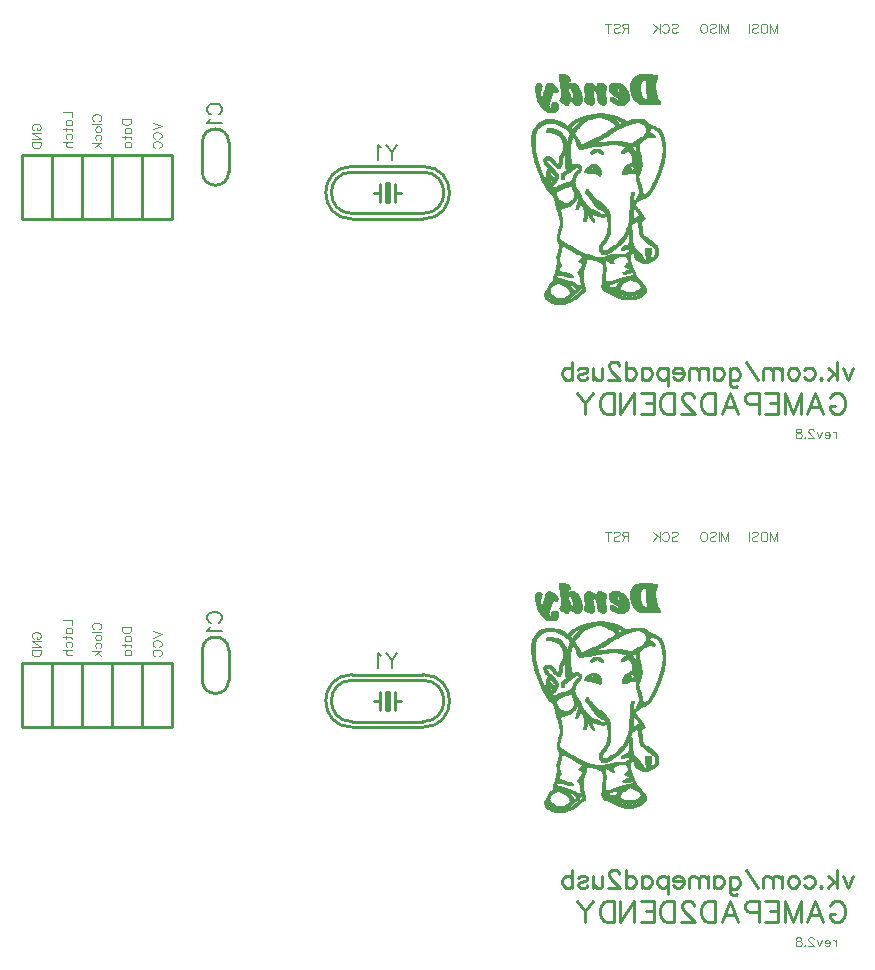
<source format=gbo>
G04 DipTrace 3.3.1.3*
G04 bottom_silk_dendy_gamepad_Remastered_rev2.8.gbo*
%MOMM*%
G04 #@! TF.FileFunction,Legend,Bot*
G04 #@! TF.Part,Single*
%ADD10C,0.25*%
%ADD12C,0.0762*%
%ADD19C,0.2353*%
%ADD20C,0.2745*%
%ADD21C,0.11767*%
%ADD52C,0.19608*%
%FSLAX35Y35*%
G04*
G71*
G90*
G75*
G01*
G04 BotSilk*
%LPD*%
X5763008Y3429387D2*
D10*
Y3683419D1*
X5985258Y3429387D2*
Y3683419D1*
X5763008D2*
G02X5985258Y3683419I111125J-16D01*
G01*
Y3429387D2*
G02X5763008Y3429387I-111125J16D01*
G01*
X7633291Y3032257D2*
X7029996D1*
X7633291Y3476757D2*
X7029996D1*
X7633291Y3079863D2*
X7029996D1*
Y3429151D2*
X7633291D1*
X7268150Y3330738D2*
Y3254507D1*
Y3178275D1*
X7395137Y3330738D2*
Y3254507D1*
Y3178275D1*
X7268150Y3254507D2*
X7220477D1*
X7395137D2*
X7442810D1*
X7633291Y3476757D2*
G02X7633291Y3032257I-22J-222250D01*
G01*
X7029996D2*
G02X7029996Y3476757I22J222250D01*
G01*
X7633291Y3429151D2*
G02X7633291Y3079863I-89J-174644D01*
G01*
X7029996D2*
G02X7029996Y3429151I89J174644D01*
G01*
X7347569Y3333894D2*
X7315718D1*
Y3175119D1*
X7347569D1*
Y3333894D1*
X11074960Y1519357D2*
D20*
X11083413Y1536257D1*
X11100510Y1553357D1*
X11117413Y1561807D1*
X11151417D1*
X11168513Y1553357D1*
X11185417Y1536257D1*
X11194063Y1519357D1*
X11202517Y1493807D1*
Y1451157D1*
X11194063Y1425803D1*
X11185417Y1408703D1*
X11168513Y1391803D1*
X11151417Y1383153D1*
X11117413D1*
X11100510Y1391803D1*
X11083413Y1408703D1*
X11074960Y1425803D1*
Y1451157D1*
X11117413D1*
X10883857Y1383153D2*
X10952057Y1561807D1*
X11020060Y1383153D1*
X10994510Y1442707D2*
X10909407D1*
X10692950Y1383153D2*
Y1561807D1*
X10760953Y1383153D1*
X10828957Y1561807D1*
Y1383153D1*
X10527597Y1561807D2*
X10638050D1*
Y1383153D1*
X10527597D1*
X10638050Y1476707D2*
X10570047D1*
X10472693Y1468257D2*
X10396043D1*
X10370690Y1476707D1*
X10362043Y1485353D1*
X10353590Y1502257D1*
Y1527807D1*
X10362043Y1544710D1*
X10370690Y1553357D1*
X10396043Y1561807D1*
X10472693D1*
Y1383153D1*
X10162487D2*
X10230687Y1561807D1*
X10298690Y1383153D1*
X10273140Y1442707D2*
X10188037D1*
X10107587Y1561807D2*
Y1383153D1*
X10048033D1*
X10022483Y1391803D1*
X10005387Y1408703D1*
X9996933Y1425803D1*
X9988483Y1451157D1*
Y1493807D1*
X9996933Y1519357D1*
X10005387Y1536257D1*
X10022483Y1553357D1*
X10048033Y1561807D1*
X10107587D1*
X9924933Y1519160D2*
Y1527610D1*
X9916483Y1544710D1*
X9908030Y1553160D1*
X9890933Y1561613D1*
X9856930D1*
X9840030Y1553160D1*
X9831577Y1544710D1*
X9822930Y1527610D1*
Y1510707D1*
X9831577Y1493610D1*
X9848480Y1468257D1*
X9933580Y1383153D1*
X9814480D1*
X9759577Y1561807D2*
Y1383153D1*
X9700027D1*
X9674477Y1391803D1*
X9657377Y1408703D1*
X9648927Y1425803D1*
X9640477Y1451157D1*
Y1493807D1*
X9648927Y1519357D1*
X9657377Y1536257D1*
X9674477Y1553357D1*
X9700027Y1561807D1*
X9759577D1*
X9475117D2*
X9585573D1*
Y1383153D1*
X9475117D1*
X9585573Y1476707D2*
X9517570D1*
X9301113Y1561807D2*
Y1383153D1*
X9420217Y1561807D1*
Y1383153D1*
X9246213Y1561807D2*
Y1383153D1*
X9186660D1*
X9161110Y1391803D1*
X9144013Y1408703D1*
X9135560Y1425803D1*
X9127110Y1451157D1*
Y1493807D1*
X9135560Y1519357D1*
X9144013Y1536257D1*
X9161110Y1553357D1*
X9186660Y1561807D1*
X9246213D1*
X9072207D2*
X9004207Y1476707D1*
Y1383153D1*
X8936203Y1561807D2*
X9004207Y1476707D1*
X11271480Y1774233D2*
D19*
X11227680Y1672143D1*
X11184047Y1774233D1*
X11136987Y1825277D2*
Y1672143D1*
X11064043Y1774233D2*
X11136987Y1701290D1*
X11107843Y1730433D2*
X11056800Y1672143D1*
X11002497Y1686800D2*
X11009743Y1679390D1*
X11002497Y1672143D1*
X10995087Y1679390D1*
X11002497Y1686800D1*
X10860427Y1752333D2*
X10875083Y1766990D1*
X10889740Y1774233D1*
X10911470D1*
X10926127Y1766990D1*
X10940613Y1752333D1*
X10948027Y1730433D1*
Y1715943D1*
X10940613Y1694043D1*
X10926127Y1679557D1*
X10911470Y1672143D1*
X10889740D1*
X10875083Y1679557D1*
X10860427Y1694043D1*
X10776980Y1774233D2*
X10791467Y1766990D1*
X10806123Y1752333D1*
X10813367Y1730433D1*
Y1715943D1*
X10806123Y1694043D1*
X10791467Y1679557D1*
X10776980Y1672143D1*
X10755080D1*
X10740423Y1679557D1*
X10725937Y1694043D1*
X10718523Y1715943D1*
Y1730433D1*
X10725937Y1752333D1*
X10740423Y1766990D1*
X10755080Y1774233D1*
X10776980D1*
X10671463D2*
Y1672143D1*
Y1745090D2*
X10649563Y1766990D1*
X10634910Y1774233D1*
X10613177D1*
X10598520Y1766990D1*
X10591277Y1745090D1*
Y1672143D1*
Y1745090D2*
X10569377Y1766990D1*
X10554720Y1774233D1*
X10532990D1*
X10518333Y1766990D1*
X10510920Y1745090D1*
Y1672143D1*
X10463863D2*
X10361773Y1825107D1*
X10227283Y1766990D2*
Y1650243D1*
X10234527Y1628513D1*
X10241773Y1621100D1*
X10256427Y1613857D1*
X10278327D1*
X10292817Y1621100D1*
X10227283Y1745090D2*
X10241773Y1759577D1*
X10256427Y1766990D1*
X10278327D1*
X10292817Y1759577D1*
X10307473Y1745090D1*
X10314717Y1723190D1*
Y1708533D1*
X10307473Y1686800D1*
X10292817Y1672143D1*
X10278327Y1664903D1*
X10256427D1*
X10241773Y1672143D1*
X10227283Y1686800D1*
X10092793Y1774233D2*
Y1672143D1*
Y1752333D2*
X10107283Y1766990D1*
X10121937Y1774233D1*
X10143670D1*
X10158327Y1766990D1*
X10172813Y1752333D1*
X10180227Y1730433D1*
Y1715943D1*
X10172813Y1694043D1*
X10158327Y1679557D1*
X10143670Y1672143D1*
X10121937D1*
X10107283Y1679557D1*
X10092793Y1694043D1*
X10045733Y1774233D2*
Y1672143D1*
Y1745090D2*
X10023837Y1766990D1*
X10009180Y1774233D1*
X9987447D1*
X9972793Y1766990D1*
X9965547Y1745090D1*
Y1672143D1*
Y1745090D2*
X9943647Y1766990D1*
X9928993Y1774233D1*
X9907260D1*
X9892603Y1766990D1*
X9885193Y1745090D1*
Y1672143D1*
X9838133Y1730433D2*
X9750700D1*
Y1745090D1*
X9757943Y1759743D1*
X9765190Y1766990D1*
X9779843Y1774233D1*
X9801747D1*
X9816233Y1766990D1*
X9830890Y1752333D1*
X9838133Y1730433D1*
Y1715943D1*
X9830890Y1694043D1*
X9816233Y1679557D1*
X9801747Y1672143D1*
X9779843D1*
X9765190Y1679557D1*
X9750700Y1694043D1*
X9703643Y1774233D2*
Y1621100D1*
Y1752333D2*
X9688987Y1766820D1*
X9674497Y1774233D1*
X9652597D1*
X9637943Y1766820D1*
X9623457Y1752333D1*
X9616043Y1730433D1*
Y1715777D1*
X9623457Y1694043D1*
X9637943Y1679390D1*
X9652597Y1672143D1*
X9674497D1*
X9688987Y1679390D1*
X9703643Y1694043D1*
X9481553Y1774233D2*
Y1672143D1*
Y1752333D2*
X9496040Y1766990D1*
X9510697Y1774233D1*
X9532427D1*
X9547083Y1766990D1*
X9561570Y1752333D1*
X9568983Y1730433D1*
Y1715943D1*
X9561570Y1694043D1*
X9547083Y1679557D1*
X9532427Y1672143D1*
X9510697D1*
X9496040Y1679557D1*
X9481553Y1694043D1*
X9347063Y1825277D2*
Y1672143D1*
Y1752333D2*
X9361550Y1766990D1*
X9376203Y1774233D1*
X9398103D1*
X9412593Y1766990D1*
X9427250Y1752333D1*
X9434493Y1730433D1*
Y1715943D1*
X9427250Y1694043D1*
X9412593Y1679557D1*
X9398103Y1672143D1*
X9376203D1*
X9361550Y1679557D1*
X9347063Y1694043D1*
X9292590Y1788720D2*
Y1795963D1*
X9285347Y1810620D1*
X9278103Y1817863D1*
X9263447Y1825107D1*
X9234303D1*
X9219817Y1817863D1*
X9212570Y1810620D1*
X9205160Y1795963D1*
Y1781477D1*
X9212570Y1766820D1*
X9227060Y1745090D1*
X9300003Y1672143D1*
X9197917D1*
X9150857Y1774233D2*
Y1701290D1*
X9143613Y1679557D1*
X9128957Y1672143D1*
X9107057D1*
X9092570Y1679557D1*
X9070670Y1701290D1*
Y1774233D2*
Y1672143D1*
X8943423Y1752333D2*
X8950667Y1766990D1*
X8972567Y1774233D1*
X8994467D1*
X9016367Y1766990D1*
X9023610Y1752333D1*
X9016367Y1737843D1*
X9001710Y1730433D1*
X8965323Y1723190D1*
X8950667Y1715943D1*
X8943423Y1701290D1*
Y1694043D1*
X8950667Y1679557D1*
X8972567Y1672143D1*
X8994467D1*
X9016367Y1679557D1*
X9023610Y1694043D1*
X8896363Y1825277D2*
Y1672143D1*
Y1752333D2*
X8881707Y1766990D1*
X8867220Y1774233D1*
X8845320D1*
X8830833Y1766990D1*
X8816177Y1752333D1*
X8808933Y1730433D1*
Y1715943D1*
X8816177Y1694043D1*
X8830833Y1679557D1*
X8845320Y1672143D1*
X8867220D1*
X8881707Y1679557D1*
X8896363Y1694043D1*
X4238837Y3572020D2*
D10*
X5508970D1*
Y3032213D1*
X4238837D1*
Y3572020D1*
X5254943D2*
Y3032213D1*
X5000917Y3572020D2*
Y3032213D1*
X4746890Y3572020D2*
Y3032213D1*
X4492863Y3572020D2*
Y3032213D1*
X11129313Y1228730D2*
D21*
Y1177687D1*
Y1206830D2*
X11125607Y1217780D1*
X11118363Y1225107D1*
X11111037Y1228730D1*
X11100087D1*
X11076557Y1206830D2*
X11032840D1*
Y1214157D1*
X11036463Y1221487D1*
X11040083Y1225107D1*
X11047413Y1228730D1*
X11058363D1*
X11065607Y1225107D1*
X11072933Y1217780D1*
X11076557Y1206830D1*
Y1199587D1*
X11072933Y1188637D1*
X11065607Y1181393D1*
X11058363Y1177687D1*
X11047413D1*
X11040083Y1181393D1*
X11032840Y1188637D1*
X11009310Y1228730D2*
X10987413Y1177687D1*
X10965597Y1228730D1*
X10938360Y1235973D2*
Y1239597D1*
X10934740Y1246923D1*
X10931117Y1250547D1*
X10923790Y1254167D1*
X10909217D1*
X10901973Y1250547D1*
X10898350Y1246923D1*
X10894643Y1239597D1*
Y1232353D1*
X10898350Y1225023D1*
X10905593Y1214157D1*
X10942067Y1177687D1*
X10891023D1*
X10863870Y1185013D2*
X10867493Y1181307D1*
X10863870Y1177687D1*
X10860163Y1181307D1*
X10863870Y1185013D1*
X10818443Y1254167D2*
X10829307Y1250547D1*
X10833013Y1243303D1*
Y1235973D1*
X10829307Y1228730D1*
X10822063Y1225023D1*
X10807493Y1221403D1*
X10796543Y1217780D1*
X10789297Y1210453D1*
X10785677Y1203207D1*
Y1192257D1*
X10789297Y1185013D1*
X10792920Y1181307D1*
X10803870Y1177687D1*
X10818443D1*
X10829307Y1181307D1*
X10833013Y1185013D1*
X10836637Y1192257D1*
Y1203207D1*
X10833013Y1210453D1*
X10825687Y1217780D1*
X10814820Y1221403D1*
X10800247Y1225023D1*
X10792920Y1228730D1*
X10789297Y1235973D1*
Y1243303D1*
X10792920Y1250547D1*
X10803870Y1254167D1*
X10818443D1*
X9537453Y4255550D2*
D12*
X9468873D1*
X8828793D2*
X8783073D1*
X9613653Y4247930D2*
X9447183D1*
X8845733D2*
X8783073D1*
X9613623Y4240310D2*
X9430810D1*
X8858723D2*
X8783073D1*
X9613327Y4232690D2*
X9418790D1*
X8868387D2*
X8783073D1*
X9612087Y4225070D2*
X9409503D1*
X8871580D2*
X8783103D1*
X9609290Y4217450D2*
X9402327D1*
X8873283D2*
X8783370D1*
X9605513Y4209830D2*
X9397230D1*
X8874067D2*
X8784343D1*
X9602230Y4202210D2*
X9515770D1*
X9484433D2*
X9393580D1*
X8851653D2*
X8786167D1*
X9600193Y4194590D2*
X9517660D1*
X9478087D2*
X9390473D1*
X8855227D2*
X8788120D1*
X9599163Y4186970D2*
X9519633D1*
X9473563D2*
X9387970D1*
X9278373D2*
X9232653D1*
X9125973D2*
X9110733D1*
X9042153D2*
X9019293D1*
X8904993D2*
X8874513D1*
X8859273D2*
X8789450D1*
X8706873D2*
X8691633D1*
X9598707Y4179350D2*
X9520967D1*
X9470990D2*
X9386423D1*
X9295633D2*
X9222723D1*
X9144380D2*
X9107187D1*
X9055993D2*
X9009653D1*
X8917560D2*
X8790157D1*
X8719187D2*
X8683390D1*
X8623053D2*
X8592573D1*
X9598523Y4171730D2*
X9521677D1*
X9469747D2*
X9385633D1*
X9309900D2*
X9215100D1*
X9160237D2*
X9104833D1*
X9068560D2*
X9001897D1*
X8927717D2*
X8790480D1*
X8730887D2*
X8676857D1*
X8629147D2*
X8588767D1*
X9598450Y4164110D2*
X9522000D1*
X9469210D2*
X9385283D1*
X9321177D2*
X9209617D1*
X9172220D2*
X9103113D1*
X9080253D2*
X8999070D1*
X8935647D2*
X8790643D1*
X8741557D2*
X8671700D1*
X8634207D2*
X8585600D1*
X9598427Y4156490D2*
X9522133D1*
X9468997D2*
X9385140D1*
X9330527D2*
X9205933D1*
X9181167D2*
X8997550D1*
X8942170D2*
X8790963D1*
X8750733D2*
X8667557D1*
X8635777D2*
X8582667D1*
X9598447Y4148870D2*
X9522183D1*
X9468917D2*
X9385083D1*
X9338850D2*
X9203900D1*
X9184447D2*
X8996870D1*
X8947523D2*
X8791953D1*
X8758260D2*
X8664467D1*
X8634513D2*
X8580220D1*
X9598713Y4141250D2*
X9522203D1*
X9468890D2*
X9385063D1*
X9346490D2*
X9284497D1*
X9270783D2*
X9203173D1*
X9184277D2*
X8996593D1*
X8952077D2*
X8793783D1*
X8764127D2*
X8662397D1*
X8632667D2*
X8578723D1*
X9599683Y4133630D2*
X9522210D1*
X9468907D2*
X9385087D1*
X9353217D2*
X9288953D1*
X9271073D2*
X9203743D1*
X9180553D2*
X8996490D1*
X8956193D2*
X8880667D1*
X8859563D2*
X8795740D1*
X8768420D2*
X8660530D1*
X8630540D2*
X8578210D1*
X9601507Y4126010D2*
X9522213D1*
X9469173D2*
X9385353D1*
X9358753D2*
X9291513D1*
X9272250D2*
X9205663D1*
X9176740D2*
X8996453D1*
X8959890D2*
X8885390D1*
X8860540D2*
X8797070D1*
X8771550D2*
X8658280D1*
X8628077D2*
X8578830D1*
X9603460Y4118390D2*
X9522213D1*
X9470143D2*
X9386323D1*
X9363163D2*
X9292810D1*
X9274857D2*
X9208583D1*
X9174140D2*
X9086667D1*
X9072633D2*
X8996470D1*
X8963023D2*
X8888913D1*
X8862397D2*
X8797777D1*
X8770917D2*
X8655900D1*
X8625827D2*
X8580510D1*
X9604790Y4110770D2*
X9522243D1*
X9471967D2*
X9388147D1*
X9366393D2*
X9293613D1*
X9278373D2*
X9212280D1*
X9172750D2*
X9092100D1*
X9065013D2*
X8996733D1*
X8965723D2*
X8892007D1*
X8864620D2*
X8798100D1*
X8769463D2*
X8653540D1*
X8624373D2*
X8582410D1*
X9605527Y4103150D2*
X9522510D1*
X9473950D2*
X9390130D1*
X9368530D2*
X9217173D1*
X9172117D2*
X9096477D1*
X9068530D2*
X8997703D1*
X8968417D2*
X8894763D1*
X8866947D2*
X8798233D1*
X8767833D2*
X8752593D1*
X8728527D2*
X8650987D1*
X8623617D2*
X8583720D1*
X9606117Y4095530D2*
X9523483D1*
X9475547D2*
X9391727D1*
X9370420D2*
X9223800D1*
X9171880D2*
X9099670D1*
X9070720D2*
X8999527D1*
X8970753D2*
X8897277D1*
X8869747D2*
X8798283D1*
X8726370D2*
X8648683D1*
X8623277D2*
X8584450D1*
X9607223Y4087910D2*
X9525307D1*
X9477257D2*
X9393437D1*
X9372650D2*
X9232237D1*
X9172047D2*
X9101533D1*
X9071827D2*
X9001480D1*
X8972240D2*
X8899887D1*
X8873000D2*
X8798303D1*
X8723427D2*
X8647097D1*
X8623130D2*
X8585040D1*
X9609100Y4080290D2*
X9527230D1*
X9479730D2*
X9395850D1*
X9374767D2*
X9242850D1*
X9172980D2*
X9102453D1*
X9072347D2*
X9002750D1*
X8973003D2*
X8902213D1*
X8876360D2*
X8798250D1*
X8720237D2*
X8645913D1*
X8623053D2*
X8586143D1*
X9611130Y4072670D2*
X9528270D1*
X9483377D2*
X9398940D1*
X9376157D2*
X9256927D1*
X9174793D2*
X9102887D1*
X9072813D2*
X9002920D1*
X8973347D2*
X8903807D1*
X8879427D2*
X8797717D1*
X8717307D2*
X8588047D1*
X9613030Y4065050D2*
X9528437D1*
X9489007D2*
X9402443D1*
X9376857D2*
X9274470D1*
X9232653D2*
X9217413D1*
X9176743D2*
X9103317D1*
X9073860D2*
X9002070D1*
X8973490D2*
X8904993D1*
X8882133D2*
X8796467D1*
X8714683D2*
X8590287D1*
X9615950Y4057430D2*
X9525690D1*
X9497250D2*
X9406390D1*
X9376920D2*
X9293613D1*
X9247893D2*
X9215100D1*
X9178070D2*
X9104347D1*
X9075713D2*
X8998007D1*
X8973543D2*
X8792327D1*
X8711987D2*
X8592597D1*
X9620897Y4049810D2*
X9522213D1*
X9506973D2*
X9411143D1*
X9376053D2*
X9285993D1*
X9263133D2*
X9213183D1*
X9178777D2*
X9106197D1*
X9077677D2*
X8994277D1*
X8973563D2*
X8788590D1*
X8709390D2*
X8595160D1*
X9626763Y4042190D2*
X9417063D1*
X9373983D2*
X9214643D1*
X9179100D2*
X9108187D1*
X9079007D2*
X8991750D1*
X8973540D2*
X8786133D1*
X8706940D2*
X8597703D1*
X9631427Y4034570D2*
X9424113D1*
X9370780D2*
X9217393D1*
X9179233D2*
X9109817D1*
X9079687D2*
X8993387D1*
X8973273D2*
X8787817D1*
X8704347D2*
X8600167D1*
X9634187Y4026950D2*
X9432613D1*
X9366303D2*
X9224307D1*
X9179227D2*
X9111880D1*
X9079683D2*
X8996293D1*
X8972243D2*
X8793333D1*
X8702020D2*
X8603050D1*
X9635547Y4019330D2*
X9443147D1*
X9359973D2*
X9233600D1*
X9178663D2*
X9114927D1*
X9079047D2*
X9003857D1*
X8969840D2*
X8890067D1*
X8866580D2*
X8801197D1*
X8760213D2*
X8722113D1*
X8700260D2*
X8606583D1*
X9636163Y4011710D2*
X9455577D1*
X9350920D2*
X9245867D1*
X9177287D2*
X9124567D1*
X9075260D2*
X9015187D1*
X8965510D2*
X8898870D1*
X8865397D2*
X8812470D1*
X8766337D2*
X8719510D1*
X8698320D2*
X8610880D1*
X9636513Y4004090D2*
X9468873D1*
X9338507D2*
X9261287D1*
X9171350D2*
X9138983D1*
X9066907D2*
X9031107D1*
X8958857D2*
X8909097D1*
X8862790D2*
X8827320D1*
X8770793D2*
X8717240D1*
X8695360D2*
X8615717D1*
X9324093Y3996470D2*
X9278373D1*
X9164073D2*
X9156453D1*
X9057393D2*
X9049773D1*
X8950713D2*
X8920233D1*
X8859273D2*
X8844033D1*
X8773343D2*
X8715790D1*
X8691633D2*
X8620610D1*
X8774553Y3988850D2*
X8715003D1*
X8695680D2*
X8625880D1*
X8774820Y3981230D2*
X8714493D1*
X8699253D2*
X8632010D1*
X8774030Y3973610D2*
X8638863D1*
X8771960Y3965990D2*
X8646167D1*
X8768477Y3958370D2*
X8653937D1*
X8762907Y3950750D2*
X8662680D1*
X8754687Y3943130D2*
X8672887D1*
X8744973Y3935510D2*
X8684013D1*
X9141213Y3927890D2*
X9125973D1*
X9192160Y3920270D2*
X9076297D1*
X9233190Y3912650D2*
X9032130D1*
X9263857Y3905030D2*
X8996387D1*
X9286187Y3897410D2*
X9139717D1*
X9106427D2*
X8969030D1*
X9302990Y3889790D2*
X9159383D1*
X9075960D2*
X8947957D1*
X9316610Y3882170D2*
X9176907D1*
X9051387D2*
X8931243D1*
X9499353Y3874550D2*
X9400293D1*
X9328403D2*
X9270753D1*
X9255513D2*
X9192383D1*
X9032370D2*
X8917943D1*
X8729733D2*
X8676393D1*
X9510460Y3866930D2*
X9377433D1*
X9339333D2*
X9285993D1*
X9263133D2*
X9206037D1*
X9017880D2*
X8907053D1*
X8757187D2*
X8652750D1*
X9520000Y3859310D2*
X9301233D1*
X9270753D2*
X9218267D1*
X9006457D2*
X8958333D1*
X8943413D2*
X8897060D1*
X8781073D2*
X8633320D1*
X9527907Y3851690D2*
X9316473D1*
X9278373D2*
X9229163D1*
X8996247D2*
X8950713D1*
X8929447D2*
X8887023D1*
X8800440D2*
X8618633D1*
X9535593Y3844070D2*
X9473467D1*
X9411227D2*
X9308853D1*
X9285993D2*
X9238680D1*
X8986160D2*
X8943093D1*
X8917303D2*
X8877197D1*
X8816270D2*
X8607920D1*
X9546847Y3836450D2*
X9489733D1*
X9380730D2*
X9247230D1*
X8976590D2*
X8935473D1*
X8907110D2*
X8868043D1*
X8830353D2*
X8768720D1*
X8656527D2*
X8599653D1*
X9564283Y3828830D2*
X9501457D1*
X9355860D2*
X9255270D1*
X8968517D2*
X8927853D1*
X8898247D2*
X8859273D1*
X8844033D2*
X8784843D1*
X8639997D2*
X8592183D1*
X9584640Y3821210D2*
X9509430D1*
X9335573D2*
X9263133D1*
X8961980D2*
X8920233D1*
X8890090D2*
X8799933D1*
X8627300D2*
X8585027D1*
X9602500Y3813590D2*
X9514897D1*
X9318050D2*
X9251700D1*
X8955980D2*
X8912613D1*
X8882250D2*
X8813283D1*
X8617473D2*
X8578533D1*
X9616180Y3805970D2*
X9518520D1*
X9302113D2*
X9239657D1*
X8949550D2*
X8904993D1*
X8874513D2*
X8824810D1*
X8609783D2*
X8573063D1*
X9626780Y3798350D2*
X9520517D1*
X9287500D2*
X9227617D1*
X8942617D2*
X8897373D1*
X8882133D2*
X8834620D1*
X8722113D2*
X8684013D1*
X8603830D2*
X8568423D1*
X9635667Y3790730D2*
X9589297D1*
X9554190D2*
X9521227D1*
X9274217D2*
X9215823D1*
X8935567D2*
X8843293D1*
X8749927D2*
X8677890D1*
X8599007D2*
X8564267D1*
X9643507Y3783110D2*
X9601343D1*
X9549707D2*
X9520647D1*
X9261883D2*
X9204203D1*
X8929050D2*
X8851340D1*
X8770757D2*
X8673407D1*
X8594780D2*
X8560580D1*
X9650080Y3775490D2*
X9611247D1*
X9546980D2*
X9518693D1*
X9250050D2*
X9192670D1*
X8923370D2*
X8858840D1*
X8785360D2*
X8670680D1*
X8591040D2*
X8557677D1*
X9654947Y3767870D2*
X9619133D1*
X9545073D2*
X9515537D1*
X9238437D2*
X9180937D1*
X8918037D2*
X8865230D1*
X8796150D2*
X8709680D1*
X8691633D2*
X8668773D1*
X8587890D2*
X8555677D1*
X9658513Y3760250D2*
X9625433D1*
X9564643D2*
X9511137D1*
X9226700D2*
X9168530D1*
X8912613D2*
X8870417D1*
X8804833D2*
X8737017D1*
X8585187D2*
X8553837D1*
X9661620Y3752630D2*
X9631017D1*
X9578880D2*
X9505390D1*
X9214520D2*
X9155263D1*
X8917340D2*
X8871993D1*
X8811967D2*
X8756817D1*
X8582490D2*
X8551627D1*
X9664380Y3745010D2*
X9636117D1*
X9589300D2*
X9498693D1*
X9201957D2*
X9141857D1*
X8921683D2*
X8870470D1*
X8817683D2*
X8770690D1*
X8580153D2*
X8549517D1*
X9666897Y3737390D2*
X9639997D1*
X9593467D2*
X9491447D1*
X9189430D2*
X9128820D1*
X8925767D2*
X8867917D1*
X8822413D2*
X8780893D1*
X8578670D2*
X8548130D1*
X9669507Y3729770D2*
X9642523D1*
X9592720D2*
X9560313D1*
X9545363D2*
X9483690D1*
X9176793D2*
X9115690D1*
X8929713D2*
X8864933D1*
X8826633D2*
X8788690D1*
X8577903D2*
X8547400D1*
X9671813Y3722150D2*
X9644607D1*
X9590793D2*
X9575553D1*
X9531130D2*
X9474863D1*
X9164007D2*
X9101837D1*
X8933813D2*
X8862343D1*
X8830623D2*
X8794670D1*
X8577560D2*
X8547070D1*
X9673287Y3714530D2*
X9646920D1*
X9518013D2*
X9464173D1*
X9151360D2*
X9087327D1*
X8938367D2*
X8913790D1*
X8889723D2*
X8860710D1*
X8834700D2*
X8799500D1*
X8577417D2*
X8546933D1*
X9674077Y3706910D2*
X9649067D1*
X9505997D2*
X9451513D1*
X9138437D2*
X9072387D1*
X8943280D2*
X8915710D1*
X8889457D2*
X8859837D1*
X8839170D2*
X8803727D1*
X8577363D2*
X8546883D1*
X9674687Y3699290D2*
X9650500D1*
X9495150D2*
X9437520D1*
X9124787D2*
X9056983D1*
X8947950D2*
X8917950D1*
X8888483D2*
X8859273D1*
X8844033D2*
X8807437D1*
X8577343D2*
X8546863D1*
X9675800Y3691670D2*
X9651500D1*
X9485427D2*
X9422837D1*
X9293613D2*
X9186933D1*
X9110733D2*
X9040530D1*
X8952257D2*
X8920257D1*
X8886630D2*
X8810317D1*
X8577337D2*
X8546857D1*
X9677677Y3684050D2*
X9652803D1*
X9476213D2*
X9407913D1*
X9362193D2*
X9022243D1*
X8956500D2*
X8922820D1*
X8884407D2*
X8812080D1*
X8577333D2*
X8546853D1*
X9679650Y3676430D2*
X9654767D1*
X9467633D2*
X9002137D1*
X8961043D2*
X8925363D1*
X8882107D2*
X8813220D1*
X8577333D2*
X8546853D1*
X9680987Y3668810D2*
X9656770D1*
X9460037D2*
X8981193D1*
X8965953D2*
X8927827D1*
X8879577D2*
X8814577D1*
X8577333D2*
X8546883D1*
X9681697Y3661190D2*
X9658120D1*
X9456373D2*
X9301850D1*
X9168337D2*
X8930680D1*
X8877300D2*
X8816557D1*
X8577333D2*
X8547150D1*
X9682020Y3653570D2*
X9658833D1*
X9456087D2*
X9334200D1*
X9116483D2*
X8933977D1*
X8875837D2*
X8818570D1*
X8577333D2*
X8548123D1*
X9682153Y3645950D2*
X9659160D1*
X9457223D2*
X9430773D1*
X9399087D2*
X9362193D1*
X9071433D2*
X8937560D1*
X8875080D2*
X8819917D1*
X8577333D2*
X8549947D1*
X9682203Y3638330D2*
X9659293D1*
X9458870D2*
X9430773D1*
X9404527D2*
X9344963D1*
X9033777D2*
X8941473D1*
X8874737D2*
X8820603D1*
X8577363D2*
X8551900D1*
X9682223Y3630710D2*
X9659343D1*
X9460107D2*
X9430773D1*
X9408977D2*
X9330997D1*
X9002313D2*
X8945880D1*
X8874597D2*
X8820630D1*
X8577630D2*
X8553230D1*
X9682230Y3623090D2*
X9659363D1*
X9461037D2*
X9430773D1*
X9412540D2*
X9320987D1*
X9125973D2*
X9072633D1*
X8973573D2*
X8950713D1*
X8874543D2*
X8819497D1*
X8578603D2*
X8553937D1*
X9682233Y3615470D2*
X9659370D1*
X9462317D2*
X9430773D1*
X9415533D2*
X9313610D1*
X9136790D2*
X9061847D1*
X8874523D2*
X8816483D1*
X8580427D2*
X8554290D1*
X9682233Y3607850D2*
X9659343D1*
X9464270D2*
X9368027D1*
X9354573D2*
X9311133D1*
X9145327D2*
X9052430D1*
X8874517D2*
X8811723D1*
X8582380D2*
X8554690D1*
X9682233Y3600230D2*
X9659077D1*
X9466303D2*
X9379097D1*
X9339333D2*
X9309747D1*
X9151930D2*
X9116953D1*
X9087873D2*
X9047690D1*
X8874513D2*
X8806353D1*
X8583710D2*
X8555713D1*
X9682233Y3592610D2*
X9658103D1*
X9467917D2*
X9387143D1*
X9324093D2*
X9308853D1*
X9154480D2*
X9129520D1*
X9072633D2*
X9047483D1*
X8874513D2*
X8801367D1*
X8584447D2*
X8557557D1*
X9682203Y3584990D2*
X9656280D1*
X9469603D2*
X9392777D1*
X9156453D2*
X9141213D1*
X9057393D2*
X9049773D1*
X8874513D2*
X8796917D1*
X8585037D2*
X8559517D1*
X9681937Y3577370D2*
X9654327D1*
X9471753D2*
X9396510D1*
X8874543D2*
X8792827D1*
X8586143D2*
X8560880D1*
X9680963Y3569750D2*
X9652997D1*
X9473840D2*
X9398590D1*
X8874810D2*
X8836413D1*
X8822380D2*
X8789167D1*
X8588047D2*
X8561853D1*
X9679140Y3562130D2*
X9652260D1*
X9475220D2*
X9399590D1*
X8875783D2*
X8836413D1*
X8816947D2*
X8786300D1*
X8699253D2*
X8668773D1*
X8590287D2*
X8563147D1*
X9677187Y3554510D2*
X9651670D1*
X9475947D2*
X9400020D1*
X8877607D2*
X8836413D1*
X8812570D2*
X8784573D1*
X8710390D2*
X8660560D1*
X8592597D2*
X8565107D1*
X9675827Y3546890D2*
X9650563D1*
X9476307D2*
X9400193D1*
X8879560D2*
X8836413D1*
X8809377D2*
X8783703D1*
X8720200D2*
X8654323D1*
X8595130D2*
X8567143D1*
X9674853Y3539270D2*
X9648687D1*
X9476710D2*
X9400257D1*
X8880920D2*
X8836383D1*
X8807513D2*
X8783290D1*
X8728927D2*
X8649530D1*
X8597437D2*
X8568757D1*
X9673560Y3531650D2*
X9646687D1*
X9477733D2*
X9400223D1*
X8881893D2*
X8836117D1*
X8806593D2*
X8782843D1*
X8737040D2*
X8648840D1*
X8599167D2*
X8570443D1*
X9671600Y3524030D2*
X9645083D1*
X9479577D2*
X9399603D1*
X8883193D2*
X8835143D1*
X8806190D2*
X8781607D1*
X8744857D2*
X8706873D1*
X8675217D2*
X8649753D1*
X8600897D2*
X8572623D1*
X9669563Y3516410D2*
X9643403D1*
X9481537D2*
X9398090D1*
X8885217D2*
X8833320D1*
X8806000D2*
X8778980D1*
X8752553D2*
X8714463D1*
X8680947D2*
X8651570D1*
X8603093D2*
X8574980D1*
X9667950Y3508790D2*
X9641253D1*
X9482867D2*
X9389997D1*
X8887537D2*
X8831367D1*
X8805670D2*
X8775453D1*
X8760213D2*
X8721817D1*
X8686593D2*
X8653960D1*
X8605457D2*
X8577330D1*
X9666263Y3501170D2*
X9639137D1*
X9483577D2*
X9378133D1*
X8943093D2*
X8920233D1*
X8889753D2*
X8830067D1*
X8804677D2*
X8728463D1*
X8692880D2*
X8657457D1*
X8607840D2*
X8579910D1*
X9664083Y3493550D2*
X9637487D1*
X9483870D2*
X9364663D1*
X9087873D2*
X9057393D1*
X8953023D2*
X8829627D1*
X8802813D2*
X8734290D1*
X8699790D2*
X8662097D1*
X8610657D2*
X8582460D1*
X9661727Y3485930D2*
X9635790D1*
X9483737D2*
X9352517D1*
X9101327D2*
X9045967D1*
X8960647D2*
X8830277D1*
X8800567D2*
X8740247D1*
X8707087D2*
X8667750D1*
X8613913D2*
X8584927D1*
X9659377Y3478310D2*
X9633607D1*
X9482817D2*
X9343040D1*
X9112427D2*
X9035180D1*
X8966130D2*
X8831997D1*
X8798053D2*
X8747707D1*
X8714573D2*
X8674797D1*
X8617233D2*
X8587780D1*
X9656797Y3470690D2*
X9631250D1*
X9481010D2*
X9407913D1*
X9383653D2*
X9336107D1*
X9120740D2*
X9024657D1*
X8969783D2*
X8834190D1*
X8794703D2*
X8757187D1*
X8722143D2*
X8683040D1*
X8620213D2*
X8591047D1*
X9654247Y3463070D2*
X9628897D1*
X9479033D2*
X9415533D1*
X9388600D2*
X9330827D1*
X9127347D2*
X9072633D1*
X9049773D2*
X9014890D1*
X8972177D2*
X8943093D1*
X8914110D2*
X8836683D1*
X8790693D2*
X8767833D1*
X8729743D2*
X8691633D1*
X8622857D2*
X8594370D1*
X9651810Y3455450D2*
X9626317D1*
X9477410D2*
X9407913D1*
X9392673D2*
X9326413D1*
X9132903D2*
X9007007D1*
X8971433D2*
X8950713D1*
X8902003D2*
X8840027D1*
X8737357D2*
X8685220D1*
X8625557D2*
X8597353D1*
X9649197Y3447830D2*
X9623767D1*
X9475463D2*
X9322630D1*
X9136937D2*
X9000803D1*
X8969437D2*
X8939607D1*
X8891567D2*
X8844033D1*
X8744943D2*
X8679787D1*
X8628157D2*
X8600023D1*
X9646630Y3440210D2*
X9621330D1*
X9472343D2*
X9319723D1*
X9139267D2*
X8998343D1*
X8963943D2*
X8930067D1*
X8881707D2*
X8830320D1*
X8752297D2*
X8675410D1*
X8630610D2*
X8602963D1*
X9644190Y3432590D2*
X9618717D1*
X9468403D2*
X9317980D1*
X9140377D2*
X8996433D1*
X8957507D2*
X8922340D1*
X8871427D2*
X8818543D1*
X8758917D2*
X8672217D1*
X8633227D2*
X8606267D1*
X9641577Y3424970D2*
X9616150D1*
X9464800D2*
X9317107D1*
X9140573D2*
X9042957D1*
X8950677D2*
X8916350D1*
X8860433D2*
X8809640D1*
X8764413D2*
X8722083D1*
X8700750D2*
X8670353D1*
X8635793D2*
X8609603D1*
X9639013Y3417350D2*
X9613680D1*
X9461777D2*
X9430773D1*
X9369813D2*
X9316703D1*
X9139503D2*
X9077320D1*
X8944240D2*
X8911723D1*
X8848907D2*
X8802873D1*
X8768810D2*
X8729413D1*
X8703913D2*
X8669433D1*
X8638240D2*
X8612590D1*
X9636540Y3409730D2*
X9610830D1*
X9458913D2*
X9430773D1*
X9346953D2*
X9316473D1*
X9136510D2*
X9102547D1*
X8938553D2*
X8908183D1*
X8838040D2*
X8800517D1*
X8772007D2*
X8735857D1*
X8708973D2*
X8669030D1*
X8640893D2*
X8615263D1*
X9633690Y3402110D2*
X9607530D1*
X9456530D2*
X9430773D1*
X9131667D2*
X9111500D1*
X8933213D2*
X8905290D1*
X8828670D2*
X8799247D1*
X8773843D2*
X8740870D1*
X8715297D2*
X8668863D1*
X8643517D2*
X8618203D1*
X9630390Y3394490D2*
X9603970D1*
X9455283D2*
X9430803D1*
X9125973D2*
X9118353D1*
X8928170D2*
X8902267D1*
X8824847D2*
X8798680D1*
X8774497D2*
X8744973D1*
X8722113D2*
X8668773D1*
X8645913D2*
X8621507D1*
X9626830Y3386870D2*
X9600253D1*
X9455477D2*
X9431070D1*
X8924087D2*
X8898907D1*
X8822747D2*
X8798447D1*
X8773900D2*
X8624843D1*
X9623143Y3379250D2*
X9596490D1*
X9456983D2*
X9432043D1*
X8920867D2*
X8895320D1*
X8821753D2*
X8798360D1*
X8771937D2*
X8627830D1*
X9619617Y3371630D2*
X9592687D1*
X9459063D2*
X9433897D1*
X8917933D2*
X8891567D1*
X8821173D2*
X8798313D1*
X8768807D2*
X8630503D1*
X9616550Y3364010D2*
X9588887D1*
X9461307D2*
X9436120D1*
X8915493D2*
X8887353D1*
X8764703D2*
X8633443D1*
X9613840Y3356390D2*
X9585073D1*
X9463850D2*
X9438420D1*
X8913970D2*
X8882383D1*
X8760167D2*
X8722113D1*
X8706873D2*
X8636777D1*
X9610890Y3348770D2*
X9581270D1*
X9466387D2*
X9440950D1*
X8913220D2*
X8869237D1*
X8755967D2*
X8640350D1*
X9607553Y3341150D2*
X9577487D1*
X9468820D2*
X9443257D1*
X8913140D2*
X8849733D1*
X8751320D2*
X8644070D1*
X9603977Y3333530D2*
X9573920D1*
X9471403D2*
X9444987D1*
X8913967D2*
X8826887D1*
X8744633D2*
X8647867D1*
X9600257Y3325910D2*
X9570807D1*
X9473727D2*
X9446717D1*
X8915767D2*
X8805240D1*
X8736433D2*
X8651907D1*
X9596460Y3318290D2*
X9567857D1*
X9475463D2*
X9448883D1*
X8918000D2*
X8785943D1*
X8728810D2*
X8656440D1*
X9592420Y3310670D2*
X9564170D1*
X9477197D2*
X9451007D1*
X8920590D2*
X8890043D1*
X8875590D2*
X8767833D1*
X8722113D2*
X8661377D1*
X9587890Y3303050D2*
X9559740D1*
X9479363D2*
X9452657D1*
X8924387D2*
X8891050D1*
X8840223D2*
X8666280D1*
X9582980Y3295430D2*
X9555303D1*
X9481457D2*
X9454357D1*
X8929727D2*
X8893143D1*
X8815167D2*
X8671293D1*
X9578317Y3287810D2*
X9551087D1*
X9482840D2*
X9456510D1*
X9026913D2*
X9011673D1*
X8935970D2*
X8896070D1*
X8796960D2*
X8676460D1*
X9574003Y3280190D2*
X9546810D1*
X9483597D2*
X9458570D1*
X9030727D2*
X9009067D1*
X8942103D2*
X8899223D1*
X8782300D2*
X8681487D1*
X9569723Y3272570D2*
X9541923D1*
X9484223D2*
X9459683D1*
X9035180D2*
X9006800D1*
X8947437D2*
X8901913D1*
X8770213D2*
X8686810D1*
X9565090Y3264950D2*
X9535983D1*
X9485627D2*
X9459437D1*
X9039867D2*
X9005417D1*
X8952027D2*
X8903833D1*
X8760337D2*
X8692960D1*
X9560113Y3257330D2*
X9529213D1*
X9488747D2*
X9457913D1*
X9415533D2*
X9392673D1*
X9045040D2*
X9005233D1*
X8956170D2*
X8905647D1*
X8756590D2*
X8699820D1*
X9555137Y3249710D2*
X9521987D1*
X9493637D2*
X9455827D1*
X9415503D2*
X9392383D1*
X9051133D2*
X9006157D1*
X8959880D2*
X8907817D1*
X8757063D2*
X8707097D1*
X9549550Y3242090D2*
X9514593D1*
X9499353D2*
X9453550D1*
X9415237D2*
X9391407D1*
X9057970D2*
X9011673D1*
X8963020D2*
X8909653D1*
X8758503D2*
X8714547D1*
X9542053Y3234470D2*
X9450740D1*
X9414263D2*
X9389580D1*
X9065240D2*
X9018777D1*
X8965750D2*
X8910070D1*
X8760487D2*
X8721847D1*
X9531330Y3226850D2*
X9447230D1*
X9412440D2*
X9387627D1*
X9072720D2*
X9026240D1*
X8968713D2*
X8908943D1*
X8763177D2*
X8728447D1*
X9516393Y3219230D2*
X9442967D1*
X9410487D2*
X9386297D1*
X9080283D2*
X9033063D1*
X8972053D2*
X8907020D1*
X8766670D2*
X8733937D1*
X9498330Y3211610D2*
X9438347D1*
X9409150D2*
X9385590D1*
X9087883D2*
X9038940D1*
X8975660D2*
X8904560D1*
X8771207D2*
X8738330D1*
X9480913Y3203990D2*
X9434277D1*
X9408403D2*
X9385267D1*
X9095527D2*
X9044390D1*
X8979620D2*
X8943063D1*
X8926647D2*
X8900780D1*
X8777040D2*
X8741557D1*
X9466967Y3196370D2*
X9430773D1*
X9407913D2*
X9385133D1*
X9103443D2*
X9049733D1*
X8984117D2*
X8942797D1*
X8924460D2*
X8895140D1*
X8784043D2*
X8743690D1*
X9456070Y3188750D2*
X9385083D1*
X9112300D2*
X9054800D1*
X8989040D2*
X8941823D1*
X8921217D2*
X8887460D1*
X8792443D2*
X8745583D1*
X9446977Y3181130D2*
X9385063D1*
X9122717D2*
X9059880D1*
X8993970D2*
X8939970D1*
X8916790D2*
X8877740D1*
X8802503D2*
X8747810D1*
X9438750Y3173510D2*
X9385057D1*
X9134113D2*
X9065067D1*
X8999253D2*
X8937747D1*
X8911003D2*
X8866893D1*
X8813553D2*
X8749927D1*
X9430893Y3165890D2*
X9385053D1*
X9145017D2*
X9070107D1*
X9005387D2*
X8935447D1*
X8903977D2*
X8751317D1*
X9423153Y3158270D2*
X9385053D1*
X9154673D2*
X9075430D1*
X9012243D2*
X8932887D1*
X8895223D2*
X8752073D1*
X9428170Y3150650D2*
X9385053D1*
X9163293D2*
X9081580D1*
X9019520D2*
X8972367D1*
X8957127D2*
X8930343D1*
X8883550D2*
X8752673D1*
X9433490Y3143030D2*
X9385023D1*
X9171103D2*
X9088470D1*
X9026997D2*
X8977800D1*
X8954940D2*
X8927907D1*
X8867667D2*
X8753780D1*
X9439397Y3135410D2*
X9384757D1*
X9177937D2*
X9096103D1*
X9034593D2*
X8982207D1*
X8951700D2*
X8925323D1*
X8845833D2*
X8755687D1*
X9445300Y3127790D2*
X9383783D1*
X9183770D2*
X9105387D1*
X9042520D2*
X8985667D1*
X8947293D2*
X8923007D1*
X8816690D2*
X8757927D1*
X9450760Y3120170D2*
X9381960D1*
X9189197D2*
X9117930D1*
X9051640D2*
X8988503D1*
X8941670D2*
X8921420D1*
X8783073D2*
X8760237D1*
X9456287Y3112550D2*
X9423123D1*
X9407913D2*
X9380007D1*
X9194493D2*
X9133633D1*
X9063117D2*
X8991247D1*
X8935473D2*
X8920233D1*
X8787767D2*
X8762800D1*
X9462497Y3104930D2*
X9430477D1*
X9407913D2*
X9378677D1*
X9199287D2*
X9148997D1*
X9077210D2*
X8993603D1*
X8791847D2*
X8765343D1*
X9469123Y3097310D2*
X9437123D1*
X9407913D2*
X9377970D1*
X9203393D2*
X9161950D1*
X9093643D2*
X8995097D1*
X8794927D2*
X8767777D1*
X9475440Y3089690D2*
X9442917D1*
X9407913D2*
X9377647D1*
X9206723D2*
X9167430D1*
X9112717D2*
X8995863D1*
X8796783D2*
X8770390D1*
X9481070Y3082070D2*
X9448567D1*
X9407913D2*
X9377513D1*
X9209510D2*
X9171693D1*
X9133593D2*
X8996207D1*
X8797957D2*
X8772957D1*
X9486387Y3074450D2*
X9454740D1*
X9407913D2*
X9377463D1*
X9212237D2*
X8996320D1*
X8799327D2*
X8775397D1*
X9491420Y3066830D2*
X9461253D1*
X9407913D2*
X9377443D1*
X9214587D2*
X9090677D1*
X9058860D2*
X8996107D1*
X8801313D2*
X8777980D1*
X9495523Y3059210D2*
X9450060D1*
X9407913D2*
X9377437D1*
X9216077D2*
X9118883D1*
X9061757D2*
X9035740D1*
X9019003D2*
X8995153D1*
X8803327D2*
X8780277D1*
X9498957Y3051590D2*
X9438393D1*
X9407913D2*
X9377433D1*
X9216843D2*
X9186963D1*
X9164073D2*
X9148833D1*
X9065823D2*
X9037927D1*
X9018027D2*
X8993337D1*
X8804677D2*
X8781777D1*
X9502727Y3043970D2*
X9377433D1*
X9217187D2*
X9187230D1*
X9070083D2*
X9041140D1*
X9016200D2*
X8991383D1*
X8805393D2*
X8782803D1*
X9506973Y3036350D2*
X9377403D1*
X9217330D2*
X9188203D1*
X9073947D2*
X9045330D1*
X9014247D2*
X8990057D1*
X8805720D2*
X8784120D1*
X9499383Y3028730D2*
X9377137D1*
X9217383D2*
X9190027D1*
X9076930D2*
X9050397D1*
X9012910D2*
X8989347D1*
X8805853D2*
X8786083D1*
X9492060Y3021110D2*
X9376163D1*
X9217403D2*
X9191980D1*
X9078723D2*
X9056387D1*
X9012163D2*
X8989013D1*
X8805903D2*
X8788090D1*
X9485710Y3013490D2*
X9374340D1*
X9217410D2*
X9193310D1*
X9079660D2*
X9063923D1*
X9011673D2*
X8988813D1*
X8805923D2*
X8789440D1*
X9481213Y3005870D2*
X9447190D1*
X9423793D2*
X9372357D1*
X9217413D2*
X9194017D1*
X9080253D2*
X9072633D1*
X8805930D2*
X8790123D1*
X9478210Y2998250D2*
X9449080D1*
X9411103D2*
X9370760D1*
X9217413D2*
X9194340D1*
X8805933D2*
X8790180D1*
X9478460Y2990630D2*
X9451053D1*
X9400620D2*
X9369050D1*
X9217413D2*
X9194473D1*
X8805933D2*
X8789343D1*
X9479880Y2983010D2*
X9452387D1*
X9396237D2*
X9366637D1*
X9217413D2*
X9194523D1*
X8805903D2*
X8787570D1*
X9481653Y2975390D2*
X9453127D1*
X9392830D2*
X9363547D1*
X9217413D2*
X9194543D1*
X8805637D2*
X8785607D1*
X9482910Y2967770D2*
X9453717D1*
X9389180D2*
X9360073D1*
X9217413D2*
X9194520D1*
X8804663D2*
X8784017D1*
X9483590Y2960150D2*
X9454823D1*
X9385053D2*
X9356423D1*
X9217413D2*
X9194253D1*
X8802840D2*
X8782340D1*
X9483903Y2952530D2*
X9456700D1*
X9389747D2*
X9352940D1*
X9217413D2*
X9193283D1*
X8800857D2*
X8780193D1*
X9484063Y2944910D2*
X9458670D1*
X9393827D2*
X9350113D1*
X9217383D2*
X9191460D1*
X8799260D2*
X8778077D1*
X9484383Y2937290D2*
X9460007D1*
X9396907D2*
X9348140D1*
X9217117D2*
X9189507D1*
X8797580D2*
X8776427D1*
X9485373Y2929670D2*
X9460717D1*
X9398733D2*
X9346280D1*
X9216143D2*
X9188147D1*
X8795403D2*
X8774730D1*
X9487233Y2922050D2*
X9461070D1*
X9399640D2*
X9343807D1*
X9214320D2*
X9187173D1*
X8793047D2*
X8772577D1*
X9489487Y2914430D2*
X9461470D1*
X9400040D2*
X9340700D1*
X9212337D2*
X9185847D1*
X8790697D2*
X8770487D1*
X9492117Y2906810D2*
X9462523D1*
X9400200D2*
X9337187D1*
X9210740D2*
X9183623D1*
X8788147D2*
X8769107D1*
X9496183Y2899190D2*
X9464637D1*
X9400260D2*
X9377433D1*
X9360987D2*
X9333237D1*
X9209030D2*
X9180617D1*
X8785863D2*
X8768350D1*
X9502557Y2891570D2*
X9467597D1*
X9400283D2*
X9377433D1*
X9358800D2*
X9328483D1*
X9206617D2*
X9177177D1*
X8784400D2*
X8767753D1*
X9511160Y2883950D2*
X9471080D1*
X9400290D2*
X9377433D1*
X9355587D2*
X9322593D1*
X9203527D2*
X9173507D1*
X8783700D2*
X8766647D1*
X9521247Y2876330D2*
X9475307D1*
X9400293D2*
X9377433D1*
X9351427D2*
X9315843D1*
X9200053D2*
X9169730D1*
X8783950D2*
X8764800D1*
X9532123Y2868710D2*
X9481293D1*
X9400293D2*
X9377403D1*
X9346643D2*
X9308607D1*
X9196373D2*
X9165667D1*
X8785203D2*
X8763093D1*
X9543570Y2861090D2*
X9489977D1*
X9400323D2*
X9377137D1*
X9341767D2*
X9301143D1*
X9192593D2*
X9160870D1*
X8791907D2*
X8762147D1*
X9555613Y2853470D2*
X9500507D1*
X9400590D2*
X9376163D1*
X9336503D2*
X9293580D1*
X9188527D2*
X9154963D1*
X8801220D2*
X8764280D1*
X9567843Y2845850D2*
X9511053D1*
X9401563D2*
X9374310D1*
X9330377D2*
X9285983D1*
X9183730D2*
X9148233D1*
X8812163D2*
X8767973D1*
X9579117Y2838230D2*
X9520850D1*
X9403387D2*
X9372057D1*
X9323523D2*
X9278370D1*
X9177823D2*
X9141267D1*
X8824120D2*
X8772847D1*
X9588893Y2830610D2*
X9530680D1*
X9405370D2*
X9369370D1*
X9316220D2*
X9270723D1*
X9171093D2*
X9134800D1*
X8836633D2*
X8777417D1*
X9597303Y2822990D2*
X9541533D1*
X9406997D2*
X9365867D1*
X9308473D2*
X9262837D1*
X9164153D2*
X9129363D1*
X8849153D2*
X8780380D1*
X9604163Y2815370D2*
X9553110D1*
X9408943D2*
X9356207D1*
X9299933D2*
X9254213D1*
X9157960D2*
X9124987D1*
X8861790D2*
X8781923D1*
X9609147Y2807750D2*
X9564050D1*
X9412093D2*
X9342360D1*
X9290510D2*
X9244473D1*
X9153490D2*
X9121797D1*
X8874547D2*
X8782587D1*
X9612767Y2800130D2*
X9573463D1*
X9416303D2*
X9326960D1*
X9280913D2*
X9233630D1*
X9150940D2*
X9119933D1*
X8886930D2*
X8821173D1*
X8805643D2*
X8782607D1*
X9615860Y2792510D2*
X9581120D1*
X9420907D2*
X9314477D1*
X9271700D2*
X9221610D1*
X9149700D2*
X9119013D1*
X8898900D2*
X8836413D1*
X8804667D2*
X8781743D1*
X9618360Y2784890D2*
X9587077D1*
X9560313D2*
X9514593D1*
X9426083D2*
X9304860D1*
X9262370D2*
X9208370D1*
X9149147D2*
X9118640D1*
X8910847D2*
X8851623D1*
X8802840D2*
X8779930D1*
X9619907Y2777270D2*
X9591660D1*
X9563800D2*
X9511077D1*
X9432433D2*
X9306437D1*
X9252277D2*
X9194553D1*
X9148833D2*
X9118777D1*
X8923373D2*
X8866597D1*
X8800857D2*
X8777720D1*
X9620693Y2769650D2*
X9594927D1*
X9565720D2*
X9508887D1*
X9440240D2*
X9376303D1*
X9331713D2*
X9308853D1*
X9241033D2*
X9119983D1*
X8936970D2*
X8880863D1*
X8799260D2*
X8775427D1*
X9621043Y2762030D2*
X9596820D1*
X9565860D2*
X9507810D1*
X9449307D2*
X9372427D1*
X9227960D2*
X9123053D1*
X8951630D2*
X8894280D1*
X8797580D2*
X8772897D1*
X9621190Y2754410D2*
X9597720D1*
X9564523D2*
X9507587D1*
X9458467D2*
X9363363D1*
X9212687D2*
X9128087D1*
X8967527D2*
X8907537D1*
X8795433D2*
X8770590D1*
X9621243Y2746790D2*
X9597827D1*
X9562740D2*
X9508360D1*
X9466360D2*
X9351933D1*
X9196137D2*
X9134400D1*
X8985033D2*
X8921180D1*
X8793347D2*
X8768860D1*
X9621233Y2739170D2*
X9596723D1*
X9561197D2*
X9510140D1*
X9472577D2*
X9415533D1*
X9393023D2*
X9255513D1*
X9179313D2*
X9141213D1*
X9004700D2*
X8934740D1*
X8791937D2*
X8767130D1*
X9620943Y2731550D2*
X9593720D1*
X9559337D2*
X9512333D1*
X9477587D2*
X9415563D1*
X9386947D2*
X9227307D1*
X9027390D2*
X8947833D1*
X8790943D2*
X8764963D1*
X9619677Y2723930D2*
X9588870D1*
X9556407D2*
X9514623D1*
X9482153D2*
X9415830D1*
X9382330D2*
X9199263D1*
X9053113D2*
X8960967D1*
X8789640D2*
X8762870D1*
X9616553Y2716310D2*
X9583173D1*
X9552693D2*
X9517153D1*
X9486873D2*
X9416833D1*
X9382380D2*
X9171693D1*
X9080253D2*
X8974707D1*
X8787680D2*
X8761487D1*
X9611180Y2708690D2*
X9519447D1*
X9491677D2*
X9419013D1*
X9383287D2*
X9353107D1*
X9275597D2*
X8988813D1*
X8785673D2*
X8760790D1*
X9603267Y2701070D2*
X9521030D1*
X9495813D2*
X9422833D1*
X9384160D2*
X9357830D1*
X9255403D2*
X8971863D1*
X8784357D2*
X8760727D1*
X9592117Y2693450D2*
X9522213D1*
X9499353D2*
X9428203D1*
X9384933D2*
X9361323D1*
X9239350D2*
X8958747D1*
X8783910D2*
X8761563D1*
X9577837Y2685830D2*
X9441023D1*
X9386150D2*
X9364087D1*
X9238317D2*
X9089213D1*
X9011673D2*
X8949843D1*
X8784557D2*
X8763337D1*
X9561950Y2678210D2*
X9456917D1*
X9388080D2*
X9366190D1*
X9240140D2*
X9193370D1*
X9171693D2*
X9113653D1*
X9011643D2*
X8943093D1*
X8786277D2*
X8765240D1*
X9545850Y2670590D2*
X9474220D1*
X9390107D2*
X9364763D1*
X9242700D2*
X9206657D1*
X9171693D2*
X9131787D1*
X9011377D2*
X8956517D1*
X8788447D2*
X8766297D1*
X9529833Y2662970D2*
X9491733D1*
X9391720D2*
X9359747D1*
X9245397D2*
X9219610D1*
X9171693D2*
X9139340D1*
X9010373D2*
X8967287D1*
X8790727D2*
X8766027D1*
X9393403Y2655350D2*
X9353533D1*
X9247893D2*
X9232653D1*
X9171723D2*
X9144490D1*
X9008283D2*
X8975507D1*
X8793253D2*
X8764497D1*
X9395583Y2647730D2*
X9346547D1*
X9171990D2*
X9148067D1*
X9005357D2*
X8977967D1*
X8795467D2*
X8762407D1*
X9397967Y2640110D2*
X9339193D1*
X9172963D2*
X9151103D1*
X9002173D2*
X8976430D1*
X8797020D2*
X8760160D1*
X9400587Y2632490D2*
X9331713D1*
X9174787D2*
X9153567D1*
X8999247D2*
X8971310D1*
X8795950D2*
X8757647D1*
X9404110Y2624870D2*
X9350027D1*
X9176740D2*
X9155097D1*
X8996620D2*
X8965280D1*
X8790923D2*
X8755377D1*
X9408247Y2617250D2*
X9368010D1*
X9178070D2*
X9155877D1*
X8993957D2*
X8959227D1*
X8785463D2*
X8753917D1*
X9411933Y2609630D2*
X9385053D1*
X9178747D2*
X9156227D1*
X8991627D2*
X8953700D1*
X8780993D2*
X8753160D1*
X9415023Y2602010D2*
X9362640D1*
X9178803D2*
X9156340D1*
X8990147D2*
X8948420D1*
X8780197D2*
X8752817D1*
X9418163Y2594390D2*
X9343173D1*
X9177963D2*
X9156127D1*
X8989383D2*
X8943460D1*
X8793733D2*
X8752647D1*
X9421553Y2586770D2*
X9329547D1*
X9176190D2*
X9155173D1*
X8989040D2*
X8939180D1*
X8813297D2*
X8752297D1*
X9424893Y2579150D2*
X9319727D1*
X9174257D2*
X9153357D1*
X8988867D2*
X8938093D1*
X8837033D2*
X8751007D1*
X9427627Y2571530D2*
X9407913D1*
X9369813D2*
X9321507D1*
X9172933D2*
X9151403D1*
X8988547D2*
X8940793D1*
X8859987D2*
X8747937D1*
X9429393Y2563910D2*
X9407913D1*
X9339333D2*
X9324093D1*
X9172230D2*
X9150077D1*
X8987553D2*
X8946740D1*
X8878630D2*
X8743183D1*
X9431073Y2556290D2*
X9407913D1*
X9171907D2*
X9149340D1*
X8985723D2*
X8951990D1*
X8892830D2*
X8738107D1*
X9433510Y2548670D2*
X9364627D1*
X9171773D2*
X9148750D1*
X8983767D2*
X8955333D1*
X8904993D2*
X8836413D1*
X8760213D2*
X8733623D1*
X9441273Y2541050D2*
X9326853D1*
X9171723D2*
X9147673D1*
X8982467D2*
X8957057D1*
X8897373D2*
X8866893D1*
X8752593D2*
X8732187D1*
X9450470Y2533430D2*
X9295680D1*
X9171703D2*
X9146067D1*
X8982027D2*
X8957860D1*
X8782590D2*
X8733397D1*
X9459313Y2525810D2*
X9269903D1*
X9171697D2*
X9145063D1*
X8982677D2*
X8958443D1*
X8814007D2*
X8734427D1*
X9466860Y2518190D2*
X9404920D1*
X9371020D2*
X9247047D1*
X9171693D2*
X9145553D1*
X8984367D2*
X8959537D1*
X8842577D2*
X8734447D1*
X9473063Y2510570D2*
X9421450D1*
X9357967D2*
X9225033D1*
X9171693D2*
X9146770D1*
X8986300D2*
X8961403D1*
X8866400D2*
X8729347D1*
X9478650Y2502950D2*
X9434177D1*
X9345970D2*
X9293903D1*
X9278023D2*
X9147507D1*
X8987877D2*
X8963373D1*
X8885913D2*
X8722437D1*
X9484047Y2495330D2*
X9444240D1*
X9335157D2*
X9287260D1*
X9261220D2*
X9147107D1*
X8989547D2*
X8964713D1*
X8902083D2*
X8714833D1*
X9489160Y2487710D2*
X9452663D1*
X9325703D2*
X9281467D1*
X9241737D2*
X9145553D1*
X8991693D2*
X8965460D1*
X8915627D2*
X8779760D1*
X8763207D2*
X8707350D1*
X9494513Y2480090D2*
X9459733D1*
X9317430D2*
X9275820D1*
X9219017D2*
X9143717D1*
X8993810D2*
X8965953D1*
X8927853D2*
X8802637D1*
X8746677D2*
X8700633D1*
X9500647Y2472470D2*
X9465623D1*
X9310407D2*
X9269647D1*
X9194553D2*
X9142430D1*
X8995460D2*
X8819887D1*
X8733980D2*
X8695057D1*
X9507210Y2464850D2*
X9471033D1*
X9304780D2*
X9263133D1*
X9202173D2*
X9141770D1*
X8997157D2*
X8898520D1*
X8874513D2*
X8832553D1*
X8724153D2*
X8690373D1*
X9513220Y2457230D2*
X9476493D1*
X9300647D2*
X9141750D1*
X8999310D2*
X8907740D1*
X8882133D2*
X8842457D1*
X8716463D2*
X8686167D1*
X9517607Y2449610D2*
X9471160D1*
X9297743D2*
X9142887D1*
X9001400D2*
X8916177D1*
X8889753D2*
X8850773D1*
X8710540D2*
X8682203D1*
X9520127Y2441990D2*
X9464533D1*
X9299843D2*
X9145960D1*
X9002750D2*
X8979407D1*
X8956837D2*
X8922640D1*
X8897373D2*
X8857767D1*
X8706013D2*
X8678330D1*
X9521320Y2434370D2*
X9455260D1*
X9308290D2*
X9151317D1*
X9003150D2*
X8976303D1*
X8953643D2*
X8927853D1*
X8904993D2*
X8863400D1*
X8702350D2*
X8674503D1*
X9521553Y2426750D2*
X9443350D1*
X9319607D2*
X9159223D1*
X9002757D2*
X8968630D1*
X8948307D2*
X8867847D1*
X8701973D2*
X8670680D1*
X9520497Y2419130D2*
X9429763D1*
X9332900D2*
X9262523D1*
X9240563D2*
X9170400D1*
X8998990D2*
X8960070D1*
X8940923D2*
X8871030D1*
X8703297D2*
X8666873D1*
X9517480Y2411510D2*
X9283127D1*
X9256787D2*
X9184947D1*
X8990243D2*
X8951340D1*
X8931747D2*
X8872573D1*
X8706173D2*
X8663087D1*
X9512430Y2403890D2*
X9301030D1*
X9273917D2*
X9201757D1*
X8979870D2*
X8942243D1*
X8921413D2*
X8872900D1*
X8710740D2*
X8659580D1*
X9505767Y2396270D2*
X9316747D1*
X9291423D2*
X9219347D1*
X8969450D2*
X8932520D1*
X8910720D2*
X8869340D1*
X8717700D2*
X8657030D1*
X9497360Y2388650D2*
X9446013D1*
X9423153D2*
X9331713D1*
X9308853D2*
X9236350D1*
X8959963D2*
X8922550D1*
X8900467D2*
X8860370D1*
X8727443D2*
X8655617D1*
X9486263Y2381030D2*
X9407913D1*
X9392673D2*
X9354573D1*
X9339333D2*
X9252633D1*
X8951093D2*
X8912377D1*
X8891200D2*
X8848987D1*
X8739510D2*
X8657377D1*
X9471143Y2373410D2*
X9270113D1*
X8941807D2*
X8901390D1*
X8882700D2*
X8836413D1*
X8752593D2*
X8660080D1*
X9451043Y2365790D2*
X9290600D1*
X8931213D2*
X8889753D1*
X8874513D2*
X8706873D1*
X8691633D2*
X8663440D1*
X9426627Y2358170D2*
X9314170D1*
X8919720D2*
X8667617D1*
X9400293Y2350550D2*
X9339333D1*
X8908463D2*
X8673613D1*
X8897203Y2342930D2*
X8682617D1*
X8883900Y2335310D2*
X8694703D1*
X8866540Y2327690D2*
X8709490D1*
X8844933Y2320070D2*
X8726617D1*
X8821173Y2312450D2*
X8744973D1*
X9537453Y4255550D2*
X9613653Y4247930D1*
X9613623Y4240310D1*
X9613327Y4232690D1*
X9612087Y4225070D1*
X9609290Y4217450D1*
X9605513Y4209830D1*
X9602230Y4202210D1*
X9600193Y4194590D1*
X9599163Y4186970D1*
X9598707Y4179350D1*
X9598523Y4171730D1*
X9598450Y4164110D1*
X9598427Y4156490D1*
X9598447Y4148870D1*
X9598713Y4141250D1*
X9599683Y4133630D1*
X9601507Y4126010D1*
X9603460Y4118390D1*
X9604790Y4110770D1*
X9605527Y4103150D1*
X9606117Y4095530D1*
X9607223Y4087910D1*
X9609100Y4080290D1*
X9611130Y4072670D1*
X9613030Y4065050D1*
X9615950Y4057430D1*
X9620897Y4049810D1*
X9626763Y4042190D1*
X9631427Y4034570D1*
X9634187Y4026950D1*
X9635547Y4019330D1*
X9636163Y4011710D1*
X9636513Y4004090D1*
X9468873Y4255550D2*
X9447183Y4247930D1*
X9430810Y4240310D1*
X9418790Y4232690D1*
X9409503Y4225070D1*
X9402327Y4217450D1*
X9397230Y4209830D1*
X9393580Y4202210D1*
X9390473Y4194590D1*
X9387970Y4186970D1*
X9386423Y4179350D1*
X9385633Y4171730D1*
X9385283Y4164110D1*
X9385140Y4156490D1*
X9385083Y4148870D1*
X9385063Y4141250D1*
X9385087Y4133630D1*
X9385353Y4126010D1*
X9386323Y4118390D1*
X9388147Y4110770D1*
X9390130Y4103150D1*
X9391727Y4095530D1*
X9393437Y4087910D1*
X9395850Y4080290D1*
X9398940Y4072670D1*
X9402443Y4065050D1*
X9406390Y4057430D1*
X9411143Y4049810D1*
X9417063Y4042190D1*
X9424113Y4034570D1*
X9432613Y4026950D1*
X9443147Y4019330D1*
X9455577Y4011710D1*
X9468873Y4004090D1*
X8828793Y4255550D2*
X8845733Y4247930D1*
X8858723Y4240310D1*
X8868387Y4232690D1*
X8871580Y4225070D1*
X8873283Y4217450D1*
X8874067Y4209830D1*
X8874513Y4202210D1*
X8851653D1*
X8855227Y4194590D1*
X8859273Y4186970D1*
X8783073Y4255550D2*
Y4247930D1*
Y4240310D1*
Y4232690D1*
X8783103Y4225070D1*
X8783370Y4217450D1*
X8784343Y4209830D1*
X8786167Y4202210D1*
X8788120Y4194590D1*
X8789450Y4186970D1*
X8790157Y4179350D1*
X8790480Y4171730D1*
X8790643Y4164110D1*
X8790963Y4156490D1*
X8791953Y4148870D1*
X8793783Y4141250D1*
X8795740Y4133630D1*
X8797070Y4126010D1*
X8797777Y4118390D1*
X8798100Y4110770D1*
X8798233Y4103150D1*
X8798283Y4095530D1*
X8798303Y4087910D1*
X8798250Y4080290D1*
X8797717Y4072670D1*
X8796467Y4065050D1*
X8792327Y4057430D1*
X8788590Y4049810D1*
X8786133Y4042190D1*
X8787817Y4034570D1*
X8793333Y4026950D1*
X8801197Y4019330D1*
X8812470Y4011710D1*
X8827320Y4004090D1*
X8844033Y3996470D1*
X9514593Y4209830D2*
X9515770Y4202210D1*
X9517660Y4194590D1*
X9519633Y4186970D1*
X9520967Y4179350D1*
X9521677Y4171730D1*
X9522000Y4164110D1*
X9522133Y4156490D1*
X9522183Y4148870D1*
X9522203Y4141250D1*
X9522210Y4133630D1*
X9522213Y4126010D1*
Y4118390D1*
X9522243Y4110770D1*
X9522510Y4103150D1*
X9523483Y4095530D1*
X9525307Y4087910D1*
X9527230Y4080290D1*
X9528270Y4072670D1*
X9528437Y4065050D1*
X9525690Y4057430D1*
X9522213Y4049810D1*
X9491733Y4209830D2*
X9484433Y4202210D1*
X9478087Y4194590D1*
X9473563Y4186970D1*
X9470990Y4179350D1*
X9469747Y4171730D1*
X9469210Y4164110D1*
X9468997Y4156490D1*
X9468917Y4148870D1*
X9468890Y4141250D1*
X9468907Y4133630D1*
X9469173Y4126010D1*
X9470143Y4118390D1*
X9471967Y4110770D1*
X9473950Y4103150D1*
X9475547Y4095530D1*
X9477257Y4087910D1*
X9479730Y4080290D1*
X9483377Y4072670D1*
X9489007Y4065050D1*
X9497250Y4057430D1*
X9506973Y4049810D1*
X9278373Y4186970D2*
X9295633Y4179350D1*
X9309900Y4171730D1*
X9321177Y4164110D1*
X9330527Y4156490D1*
X9338850Y4148870D1*
X9346490Y4141250D1*
X9353217Y4133630D1*
X9358753Y4126010D1*
X9363163Y4118390D1*
X9366393Y4110770D1*
X9368530Y4103150D1*
X9370420Y4095530D1*
X9372650Y4087910D1*
X9374767Y4080290D1*
X9376157Y4072670D1*
X9376857Y4065050D1*
X9376920Y4057430D1*
X9376053Y4049810D1*
X9373983Y4042190D1*
X9370780Y4034570D1*
X9366303Y4026950D1*
X9359973Y4019330D1*
X9350920Y4011710D1*
X9338507Y4004090D1*
X9324093Y3996470D1*
X9232653Y4186970D2*
X9222723Y4179350D1*
X9215100Y4171730D1*
X9209617Y4164110D1*
X9205933Y4156490D1*
X9203900Y4148870D1*
X9203173Y4141250D1*
X9203743Y4133630D1*
X9205663Y4126010D1*
X9208583Y4118390D1*
X9212280Y4110770D1*
X9217173Y4103150D1*
X9223800Y4095530D1*
X9232237Y4087910D1*
X9242850Y4080290D1*
X9256927Y4072670D1*
X9274470Y4065050D1*
X9293613Y4057430D1*
X9285993Y4049810D1*
X9125973Y4186970D2*
X9144380Y4179350D1*
X9160237Y4171730D1*
X9172220Y4164110D1*
X9181167Y4156490D1*
X9184447Y4148870D1*
X9184277Y4141250D1*
X9180553Y4133630D1*
X9176740Y4126010D1*
X9174140Y4118390D1*
X9172750Y4110770D1*
X9172117Y4103150D1*
X9171880Y4095530D1*
X9172047Y4087910D1*
X9172980Y4080290D1*
X9174793Y4072670D1*
X9176743Y4065050D1*
X9178070Y4057430D1*
X9178777Y4049810D1*
X9179100Y4042190D1*
X9179233Y4034570D1*
X9179227Y4026950D1*
X9178663Y4019330D1*
X9177287Y4011710D1*
X9171350Y4004090D1*
X9164073Y3996470D1*
X9110733Y4186970D2*
X9107187Y4179350D1*
X9104833Y4171730D1*
X9103113Y4164110D1*
X9042153Y4186970D2*
X9055993Y4179350D1*
X9068560Y4171730D1*
X9080253Y4164110D1*
X9019293Y4186970D2*
X9009653Y4179350D1*
X9001897Y4171730D1*
X8999070Y4164110D1*
X8997550Y4156490D1*
X8996870Y4148870D1*
X8996593Y4141250D1*
X8996490Y4133630D1*
X8996453Y4126010D1*
X8996470Y4118390D1*
X8996733Y4110770D1*
X8997703Y4103150D1*
X8999527Y4095530D1*
X9001480Y4087910D1*
X9002750Y4080290D1*
X9002920Y4072670D1*
X9002070Y4065050D1*
X8998007Y4057430D1*
X8994277Y4049810D1*
X8991750Y4042190D1*
X8993387Y4034570D1*
X8996293Y4026950D1*
X9003857Y4019330D1*
X9015187Y4011710D1*
X9031107Y4004090D1*
X9049773Y3996470D1*
X8904993Y4186970D2*
X8917560Y4179350D1*
X8927717Y4171730D1*
X8935647Y4164110D1*
X8942170Y4156490D1*
X8947523Y4148870D1*
X8952077Y4141250D1*
X8956193Y4133630D1*
X8959890Y4126010D1*
X8963023Y4118390D1*
X8965723Y4110770D1*
X8968417Y4103150D1*
X8970753Y4095530D1*
X8972240Y4087910D1*
X8973003Y4080290D1*
X8973347Y4072670D1*
X8973490Y4065050D1*
X8973543Y4057430D1*
X8973563Y4049810D1*
X8973540Y4042190D1*
X8973273Y4034570D1*
X8972243Y4026950D1*
X8969840Y4019330D1*
X8965510Y4011710D1*
X8958857Y4004090D1*
X8950713Y3996470D1*
X8706873Y4186970D2*
X8719187Y4179350D1*
X8730887Y4171730D1*
X8741557Y4164110D1*
X8750733Y4156490D1*
X8758260Y4148870D1*
X8764127Y4141250D1*
X8768420Y4133630D1*
X8771550Y4126010D1*
X8770917Y4118390D1*
X8769463Y4110770D1*
X8767833Y4103150D1*
X8691633Y4186970D2*
X8683390Y4179350D1*
X8676857Y4171730D1*
X8671700Y4164110D1*
X8667557Y4156490D1*
X8664467Y4148870D1*
X8662397Y4141250D1*
X8660530Y4133630D1*
X8658280Y4126010D1*
X8655900Y4118390D1*
X8653540Y4110770D1*
X8650987Y4103150D1*
X8648683Y4095530D1*
X8647097Y4087910D1*
X8645913Y4080290D1*
X8623053Y4179350D2*
X8629147Y4171730D1*
X8634207Y4164110D1*
X8635777Y4156490D1*
X8634513Y4148870D1*
X8632667Y4141250D1*
X8630540Y4133630D1*
X8628077Y4126010D1*
X8625827Y4118390D1*
X8624373Y4110770D1*
X8623617Y4103150D1*
X8623277Y4095530D1*
X8623130Y4087910D1*
X8623053Y4080290D1*
X8592573Y4179350D2*
X8588767Y4171730D1*
X8585600Y4164110D1*
X8582667Y4156490D1*
X8580220Y4148870D1*
X8578723Y4141250D1*
X8578210Y4133630D1*
X8578830Y4126010D1*
X8580510Y4118390D1*
X8582410Y4110770D1*
X8583720Y4103150D1*
X8584450Y4095530D1*
X8585040Y4087910D1*
X8586143Y4080290D1*
X8588047Y4072670D1*
X8590287Y4065050D1*
X8592597Y4057430D1*
X8595160Y4049810D1*
X8597703Y4042190D1*
X8600167Y4034570D1*
X8603050Y4026950D1*
X8606583Y4019330D1*
X8610880Y4011710D1*
X8615717Y4004090D1*
X8620610Y3996470D1*
X8625880Y3988850D1*
X8632010Y3981230D1*
X8638863Y3973610D1*
X8646167Y3965990D1*
X8653937Y3958370D1*
X8662680Y3950750D1*
X8672887Y3943130D1*
X8684013Y3935510D1*
X9278373Y4148870D2*
X9284497Y4141250D1*
X9288953Y4133630D1*
X9291513Y4126010D1*
X9292810Y4118390D1*
X9293613Y4110770D1*
X9270753Y4148870D2*
X9270783Y4141250D1*
X9271073Y4133630D1*
X9272250Y4126010D1*
X9274857Y4118390D1*
X9278373Y4110770D1*
X8874513Y4141250D2*
X8880667Y4133630D1*
X8885390Y4126010D1*
X8888913Y4118390D1*
X8892007Y4110770D1*
X8894763Y4103150D1*
X8897277Y4095530D1*
X8899887Y4087910D1*
X8902213Y4080290D1*
X8903807Y4072670D1*
X8904993Y4065050D1*
X8859273Y4141250D2*
X8859563Y4133630D1*
X8860540Y4126010D1*
X8862397Y4118390D1*
X8864620Y4110770D1*
X8866947Y4103150D1*
X8869747Y4095530D1*
X8873000Y4087910D1*
X8876360Y4080290D1*
X8879427Y4072670D1*
X8882133Y4065050D1*
X9080253Y4126010D2*
X9086667Y4118390D1*
X9092100Y4110770D1*
X9096477Y4103150D1*
X9099670Y4095530D1*
X9101533Y4087910D1*
X9102453Y4080290D1*
X9102887Y4072670D1*
X9103317Y4065050D1*
X9104347Y4057430D1*
X9106197Y4049810D1*
X9108187Y4042190D1*
X9109817Y4034570D1*
X9111880Y4026950D1*
X9114927Y4019330D1*
X9124567Y4011710D1*
X9138983Y4004090D1*
X9156453Y3996470D1*
X9080253Y4126010D2*
X9072633Y4118390D1*
X9065013Y4110770D1*
X9068530Y4103150D1*
X9070720Y4095530D1*
X9071827Y4087910D1*
X9072347Y4080290D1*
X9072813Y4072670D1*
X9073860Y4065050D1*
X9075713Y4057430D1*
X9077677Y4049810D1*
X9079007Y4042190D1*
X9079687Y4034570D1*
X9079683Y4026950D1*
X9079047Y4019330D1*
X9075260Y4011710D1*
X9066907Y4004090D1*
X9057393Y3996470D1*
X8744973Y4110770D2*
X8752593Y4103150D1*
X8729733Y4110770D2*
X8728527Y4103150D1*
X8726370Y4095530D1*
X8723427Y4087910D1*
X8720237Y4080290D1*
X8717307Y4072670D1*
X8714683Y4065050D1*
X8711987Y4057430D1*
X8709390Y4049810D1*
X8706940Y4042190D1*
X8704347Y4034570D1*
X8702020Y4026950D1*
X8700260Y4019330D1*
X8698320Y4011710D1*
X8695360Y4004090D1*
X8691633Y3996470D1*
X8695680Y3988850D1*
X8699253Y3981230D1*
X9232653Y4065050D2*
X9247893Y4057430D1*
X9263133Y4049810D1*
X9217413Y4065050D2*
X9215100Y4057430D1*
X9213183Y4049810D1*
X9214643Y4042190D1*
X9217393Y4034570D1*
X9224307Y4026950D1*
X9233600Y4019330D1*
X9245867Y4011710D1*
X9261287Y4004090D1*
X9278373Y3996470D1*
X8882133Y4026950D2*
X8890067Y4019330D1*
X8898870Y4011710D1*
X8909097Y4004090D1*
X8920233Y3996470D1*
X8866893Y4026950D2*
X8866580Y4019330D1*
X8865397Y4011710D1*
X8862790Y4004090D1*
X8859273Y3996470D1*
X8760213Y4019330D2*
X8766337Y4011710D1*
X8770793Y4004090D1*
X8773343Y3996470D1*
X8774553Y3988850D1*
X8774820Y3981230D1*
X8774030Y3973610D1*
X8771960Y3965990D1*
X8768477Y3958370D1*
X8762907Y3950750D1*
X8754687Y3943130D1*
X8744973Y3935510D1*
X8722113Y4019330D2*
X8719510Y4011710D1*
X8717240Y4004090D1*
X8715790Y3996470D1*
X8715003Y3988850D1*
X8714493Y3981230D1*
X9141213Y3927890D2*
X9192160Y3920270D1*
X9233190Y3912650D1*
X9263857Y3905030D1*
X9286187Y3897410D1*
X9302990Y3889790D1*
X9316610Y3882170D1*
X9328403Y3874550D1*
X9339333Y3866930D1*
X9125973Y3927890D2*
X9076297Y3920270D1*
X9032130Y3912650D1*
X8996387Y3905030D1*
X8969030Y3897410D1*
X8947957Y3889790D1*
X8931243Y3882170D1*
X8917943Y3874550D1*
X8907053Y3866930D1*
X8897060Y3859310D1*
X8887023Y3851690D1*
X8877197Y3844070D1*
X8868043Y3836450D1*
X8859273Y3828830D1*
X9118353Y3905030D2*
X9139717Y3897410D1*
X9159383Y3889790D1*
X9176907Y3882170D1*
X9192383Y3874550D1*
X9206037Y3866930D1*
X9218267Y3859310D1*
X9229163Y3851690D1*
X9238680Y3844070D1*
X9247230Y3836450D1*
X9255270Y3828830D1*
X9263133Y3821210D1*
X9251700Y3813590D1*
X9239657Y3805970D1*
X9227617Y3798350D1*
X9215823Y3790730D1*
X9204203Y3783110D1*
X9192670Y3775490D1*
X9180937Y3767870D1*
X9168530Y3760250D1*
X9155263Y3752630D1*
X9141857Y3745010D1*
X9128820Y3737390D1*
X9115690Y3729770D1*
X9101837Y3722150D1*
X9087327Y3714530D1*
X9072387Y3706910D1*
X9056983Y3699290D1*
X9040530Y3691670D1*
X9022243Y3684050D1*
X9002137Y3676430D1*
X8981193Y3668810D1*
X9141213Y3905030D2*
X9106427Y3897410D1*
X9075960Y3889790D1*
X9051387Y3882170D1*
X9032370Y3874550D1*
X9017880Y3866930D1*
X9006457Y3859310D1*
X8996247Y3851690D1*
X8986160Y3844070D1*
X8976590Y3836450D1*
X8968517Y3828830D1*
X8961980Y3821210D1*
X8955980Y3813590D1*
X8949550Y3805970D1*
X8942617Y3798350D1*
X8935567Y3790730D1*
X8929050Y3783110D1*
X8923370Y3775490D1*
X8918037Y3767870D1*
X8912613Y3760250D1*
X8917340Y3752630D1*
X8921683Y3745010D1*
X8925767Y3737390D1*
X8929713Y3729770D1*
X8933813Y3722150D1*
X8938367Y3714530D1*
X8943280Y3706910D1*
X8947950Y3699290D1*
X8952257Y3691670D1*
X8956500Y3684050D1*
X8961043Y3676430D1*
X8965953Y3668810D1*
X9499353Y3874550D2*
X9510460Y3866930D1*
X9520000Y3859310D1*
X9527907Y3851690D1*
X9535593Y3844070D1*
X9546847Y3836450D1*
X9564283Y3828830D1*
X9584640Y3821210D1*
X9602500Y3813590D1*
X9616180Y3805970D1*
X9626780Y3798350D1*
X9635667Y3790730D1*
X9643507Y3783110D1*
X9650080Y3775490D1*
X9654947Y3767870D1*
X9658513Y3760250D1*
X9661620Y3752630D1*
X9664380Y3745010D1*
X9666897Y3737390D1*
X9669507Y3729770D1*
X9671813Y3722150D1*
X9673287Y3714530D1*
X9674077Y3706910D1*
X9674687Y3699290D1*
X9675800Y3691670D1*
X9677677Y3684050D1*
X9679650Y3676430D1*
X9680987Y3668810D1*
X9681697Y3661190D1*
X9682020Y3653570D1*
X9682153Y3645950D1*
X9682203Y3638330D1*
X9682223Y3630710D1*
X9682230Y3623090D1*
X9682233Y3615470D1*
Y3607850D1*
Y3600230D1*
Y3592610D1*
X9682203Y3584990D1*
X9681937Y3577370D1*
X9680963Y3569750D1*
X9679140Y3562130D1*
X9677187Y3554510D1*
X9675827Y3546890D1*
X9674853Y3539270D1*
X9673560Y3531650D1*
X9671600Y3524030D1*
X9669563Y3516410D1*
X9667950Y3508790D1*
X9666263Y3501170D1*
X9664083Y3493550D1*
X9661727Y3485930D1*
X9659377Y3478310D1*
X9656797Y3470690D1*
X9654247Y3463070D1*
X9651810Y3455450D1*
X9649197Y3447830D1*
X9646630Y3440210D1*
X9644190Y3432590D1*
X9641577Y3424970D1*
X9639013Y3417350D1*
X9636540Y3409730D1*
X9633690Y3402110D1*
X9630390Y3394490D1*
X9626830Y3386870D1*
X9623143Y3379250D1*
X9619617Y3371630D1*
X9616550Y3364010D1*
X9613840Y3356390D1*
X9610890Y3348770D1*
X9607553Y3341150D1*
X9603977Y3333530D1*
X9600257Y3325910D1*
X9596460Y3318290D1*
X9592420Y3310670D1*
X9587890Y3303050D1*
X9582980Y3295430D1*
X9578317Y3287810D1*
X9574003Y3280190D1*
X9569723Y3272570D1*
X9565090Y3264950D1*
X9560113Y3257330D1*
X9555137Y3249710D1*
X9549550Y3242090D1*
X9542053Y3234470D1*
X9531330Y3226850D1*
X9516393Y3219230D1*
X9498330Y3211610D1*
X9480913Y3203990D1*
X9466967Y3196370D1*
X9456070Y3188750D1*
X9446977Y3181130D1*
X9438750Y3173510D1*
X9430893Y3165890D1*
X9423153Y3158270D1*
X9428170Y3150650D1*
X9433490Y3143030D1*
X9439397Y3135410D1*
X9445300Y3127790D1*
X9450760Y3120170D1*
X9456287Y3112550D1*
X9462497Y3104930D1*
X9469123Y3097310D1*
X9475440Y3089690D1*
X9481070Y3082070D1*
X9486387Y3074450D1*
X9491420Y3066830D1*
X9495523Y3059210D1*
X9498957Y3051590D1*
X9502727Y3043970D1*
X9506973Y3036350D1*
X9499383Y3028730D1*
X9492060Y3021110D1*
X9485710Y3013490D1*
X9481213Y3005870D1*
X9478210Y2998250D1*
X9478460Y2990630D1*
X9479880Y2983010D1*
X9481653Y2975390D1*
X9482910Y2967770D1*
X9483590Y2960150D1*
X9483903Y2952530D1*
X9484063Y2944910D1*
X9484383Y2937290D1*
X9485373Y2929670D1*
X9487233Y2922050D1*
X9489487Y2914430D1*
X9492117Y2906810D1*
X9496183Y2899190D1*
X9502557Y2891570D1*
X9511160Y2883950D1*
X9521247Y2876330D1*
X9532123Y2868710D1*
X9543570Y2861090D1*
X9555613Y2853470D1*
X9567843Y2845850D1*
X9579117Y2838230D1*
X9588893Y2830610D1*
X9597303Y2822990D1*
X9604163Y2815370D1*
X9609147Y2807750D1*
X9612767Y2800130D1*
X9615860Y2792510D1*
X9618360Y2784890D1*
X9619907Y2777270D1*
X9620693Y2769650D1*
X9621043Y2762030D1*
X9621190Y2754410D1*
X9621243Y2746790D1*
X9621233Y2739170D1*
X9620943Y2731550D1*
X9619677Y2723930D1*
X9616553Y2716310D1*
X9611180Y2708690D1*
X9603267Y2701070D1*
X9592117Y2693450D1*
X9577837Y2685830D1*
X9561950Y2678210D1*
X9545850Y2670590D1*
X9529833Y2662970D1*
X9400293Y3874550D2*
X9377433Y3866930D1*
X9255513Y3882170D2*
X9270753Y3874550D1*
X9285993Y3866930D1*
X9301233Y3859310D1*
X9316473Y3851690D1*
X9308853Y3844070D1*
X9247893Y3882170D2*
X9255513Y3874550D1*
X9263133Y3866930D1*
X9270753Y3859310D1*
X9278373Y3851690D1*
X9285993Y3844070D1*
X8729733Y3874550D2*
X8757187Y3866930D1*
X8781073Y3859310D1*
X8800440Y3851690D1*
X8816270Y3844070D1*
X8830353Y3836450D1*
X8844033Y3828830D1*
X8676393Y3874550D2*
X8652750Y3866930D1*
X8633320Y3859310D1*
X8618633Y3851690D1*
X8607920Y3844070D1*
X8599653Y3836450D1*
X8592183Y3828830D1*
X8585027Y3821210D1*
X8578533Y3813590D1*
X8573063Y3805970D1*
X8568423Y3798350D1*
X8564267Y3790730D1*
X8560580Y3783110D1*
X8557677Y3775490D1*
X8555677Y3767870D1*
X8553837Y3760250D1*
X8551627Y3752630D1*
X8549517Y3745010D1*
X8548130Y3737390D1*
X8547400Y3729770D1*
X8547070Y3722150D1*
X8546933Y3714530D1*
X8546883Y3706910D1*
X8546863Y3699290D1*
X8546857Y3691670D1*
X8546853Y3684050D1*
Y3676430D1*
X8546883Y3668810D1*
X8547150Y3661190D1*
X8548123Y3653570D1*
X8549947Y3645950D1*
X8551900Y3638330D1*
X8553230Y3630710D1*
X8553937Y3623090D1*
X8554290Y3615470D1*
X8554690Y3607850D1*
X8555713Y3600230D1*
X8557557Y3592610D1*
X8559517Y3584990D1*
X8560880Y3577370D1*
X8561853Y3569750D1*
X8563147Y3562130D1*
X8565107Y3554510D1*
X8567143Y3546890D1*
X8568757Y3539270D1*
X8570443Y3531650D1*
X8572623Y3524030D1*
X8574980Y3516410D1*
X8577330Y3508790D1*
X8579910Y3501170D1*
X8582460Y3493550D1*
X8584927Y3485930D1*
X8587780Y3478310D1*
X8591047Y3470690D1*
X8594370Y3463070D1*
X8597353Y3455450D1*
X8600023Y3447830D1*
X8602963Y3440210D1*
X8606267Y3432590D1*
X8609603Y3424970D1*
X8612590Y3417350D1*
X8615263Y3409730D1*
X8618203Y3402110D1*
X8621507Y3394490D1*
X8624843Y3386870D1*
X8627830Y3379250D1*
X8630503Y3371630D1*
X8633443Y3364010D1*
X8636777Y3356390D1*
X8640350Y3348770D1*
X8644070Y3341150D1*
X8647867Y3333530D1*
X8651907Y3325910D1*
X8656440Y3318290D1*
X8661377Y3310670D1*
X8666280Y3303050D1*
X8671293Y3295430D1*
X8676460Y3287810D1*
X8681487Y3280190D1*
X8686810Y3272570D1*
X8692960Y3264950D1*
X8699820Y3257330D1*
X8707097Y3249710D1*
X8714547Y3242090D1*
X8721847Y3234470D1*
X8728447Y3226850D1*
X8733937Y3219230D1*
X8738330Y3211610D1*
X8741557Y3203990D1*
X8743690Y3196370D1*
X8745583Y3188750D1*
X8747810Y3181130D1*
X8749927Y3173510D1*
X8751317Y3165890D1*
X8752073Y3158270D1*
X8752673Y3150650D1*
X8753780Y3143030D1*
X8755687Y3135410D1*
X8757927Y3127790D1*
X8760237Y3120170D1*
X8762800Y3112550D1*
X8765343Y3104930D1*
X8767777Y3097310D1*
X8770390Y3089690D1*
X8772957Y3082070D1*
X8775397Y3074450D1*
X8777980Y3066830D1*
X8780277Y3059210D1*
X8781777Y3051590D1*
X8782803Y3043970D1*
X8784120Y3036350D1*
X8786083Y3028730D1*
X8788090Y3021110D1*
X8789440Y3013490D1*
X8790123Y3005870D1*
X8790180Y2998250D1*
X8789343Y2990630D1*
X8787570Y2983010D1*
X8785607Y2975390D1*
X8784017Y2967770D1*
X8782340Y2960150D1*
X8780193Y2952530D1*
X8778077Y2944910D1*
X8776427Y2937290D1*
X8774730Y2929670D1*
X8772577Y2922050D1*
X8770487Y2914430D1*
X8769107Y2906810D1*
X8768350Y2899190D1*
X8767753Y2891570D1*
X8766647Y2883950D1*
X8764800Y2876330D1*
X8763093Y2868710D1*
X8762147Y2861090D1*
X8764280Y2853470D1*
X8767973Y2845850D1*
X8772847Y2838230D1*
X8777417Y2830610D1*
X8780380Y2822990D1*
X8781923Y2815370D1*
X8782587Y2807750D1*
X8782607Y2800130D1*
X8781743Y2792510D1*
X8779930Y2784890D1*
X8777720Y2777270D1*
X8775427Y2769650D1*
X8772897Y2762030D1*
X8770590Y2754410D1*
X8768860Y2746790D1*
X8767130Y2739170D1*
X8764963Y2731550D1*
X8762870Y2723930D1*
X8761487Y2716310D1*
X8760790Y2708690D1*
X8760727Y2701070D1*
X8761563Y2693450D1*
X8763337Y2685830D1*
X8765240Y2678210D1*
X8766297Y2670590D1*
X8766027Y2662970D1*
X8764497Y2655350D1*
X8762407Y2647730D1*
X8760160Y2640110D1*
X8757647Y2632490D1*
X8755377Y2624870D1*
X8753917Y2617250D1*
X8753160Y2609630D1*
X8752817Y2602010D1*
X8752647Y2594390D1*
X8752297Y2586770D1*
X8751007Y2579150D1*
X8747937Y2571530D1*
X8743183Y2563910D1*
X8738107Y2556290D1*
X8733623Y2548670D1*
X8732187Y2541050D1*
X8733397Y2533430D1*
X8734427Y2525810D1*
X8734447Y2518190D1*
X8729347Y2510570D1*
X8722437Y2502950D1*
X8714833Y2495330D1*
X8707350Y2487710D1*
X8700633Y2480090D1*
X8695057Y2472470D1*
X8690373Y2464850D1*
X8686167Y2457230D1*
X8682203Y2449610D1*
X8678330Y2441990D1*
X8674503Y2434370D1*
X8670680Y2426750D1*
X8666873Y2419130D1*
X8663087Y2411510D1*
X8659580Y2403890D1*
X8657030Y2396270D1*
X8655617Y2388650D1*
X8657377Y2381030D1*
X8660080Y2373410D1*
X8663440Y2365790D1*
X8667617Y2358170D1*
X8673613Y2350550D1*
X8682617Y2342930D1*
X8694703Y2335310D1*
X8709490Y2327690D1*
X8726617Y2320070D1*
X8744973Y2312450D1*
X8965953Y3866930D2*
X8958333Y3859310D1*
X8950713Y3851690D1*
X8943093Y3844070D1*
X8935473Y3836450D1*
X8927853Y3828830D1*
X8920233Y3821210D1*
X8912613Y3813590D1*
X8904993Y3805970D1*
X8897373Y3798350D1*
X8958333Y3866930D2*
X8943413Y3859310D1*
X8929447Y3851690D1*
X8917303Y3844070D1*
X8907110Y3836450D1*
X8898247Y3828830D1*
X8890090Y3821210D1*
X8882250Y3813590D1*
X8874513Y3805970D1*
X8882133Y3798350D1*
X9453633Y3851690D2*
X9473467Y3844070D1*
X9489733Y3836450D1*
X9501457Y3828830D1*
X9509430Y3821210D1*
X9514897Y3813590D1*
X9518520Y3805970D1*
X9520517Y3798350D1*
X9521227Y3790730D1*
X9520647Y3783110D1*
X9518693Y3775490D1*
X9515537Y3767870D1*
X9511137Y3760250D1*
X9505390Y3752630D1*
X9498693Y3745010D1*
X9491447Y3737390D1*
X9483690Y3729770D1*
X9474863Y3722150D1*
X9464173Y3714530D1*
X9451513Y3706910D1*
X9437520Y3699290D1*
X9422837Y3691670D1*
X9407913Y3684050D1*
X9446013Y3851690D2*
X9411227Y3844070D1*
X9380730Y3836450D1*
X9355860Y3828830D1*
X9335573Y3821210D1*
X9318050Y3813590D1*
X9302113Y3805970D1*
X9287500Y3798350D1*
X9274217Y3790730D1*
X9261883Y3783110D1*
X9250050Y3775490D1*
X9238437Y3767870D1*
X9226700Y3760250D1*
X9214520Y3752630D1*
X9201957Y3745010D1*
X9189430Y3737390D1*
X9176793Y3729770D1*
X9164007Y3722150D1*
X9151360Y3714530D1*
X9138437Y3706910D1*
X9124787Y3699290D1*
X9110733Y3691670D1*
X8752593Y3844070D2*
X8768720Y3836450D1*
X8784843Y3828830D1*
X8799933Y3821210D1*
X8813283Y3813590D1*
X8824810Y3805970D1*
X8834620Y3798350D1*
X8843293Y3790730D1*
X8851340Y3783110D1*
X8858840Y3775490D1*
X8865230Y3767870D1*
X8870417Y3760250D1*
X8871993Y3752630D1*
X8870470Y3745010D1*
X8867917Y3737390D1*
X8864933Y3729770D1*
X8862343Y3722150D1*
X8860710Y3714530D1*
X8859837Y3706910D1*
X8859273Y3699290D1*
X8676393Y3844070D2*
X8656527Y3836450D1*
X8639997Y3828830D1*
X8627300Y3821210D1*
X8617473Y3813590D1*
X8609783Y3805970D1*
X8603830Y3798350D1*
X8599007Y3790730D1*
X8594780Y3783110D1*
X8591040Y3775490D1*
X8587890Y3767870D1*
X8585187Y3760250D1*
X8582490Y3752630D1*
X8580153Y3745010D1*
X8578670Y3737390D1*
X8577903Y3729770D1*
X8577560Y3722150D1*
X8577417Y3714530D1*
X8577363Y3706910D1*
X8577343Y3699290D1*
X8577337Y3691670D1*
X8577333Y3684050D1*
Y3676430D1*
Y3668810D1*
Y3661190D1*
Y3653570D1*
Y3645950D1*
X8577363Y3638330D1*
X8577630Y3630710D1*
X8578603Y3623090D1*
X8580427Y3615470D1*
X8582380Y3607850D1*
X8583710Y3600230D1*
X8584447Y3592610D1*
X8585037Y3584990D1*
X8586143Y3577370D1*
X8588047Y3569750D1*
X8590287Y3562130D1*
X8592597Y3554510D1*
X8595130Y3546890D1*
X8597437Y3539270D1*
X8599167Y3531650D1*
X8600897Y3524030D1*
X8603093Y3516410D1*
X8605457Y3508790D1*
X8607840Y3501170D1*
X8610657Y3493550D1*
X8613913Y3485930D1*
X8617233Y3478310D1*
X8620213Y3470690D1*
X8622857Y3463070D1*
X8625557Y3455450D1*
X8628157Y3447830D1*
X8630610Y3440210D1*
X8633227Y3432590D1*
X8635793Y3424970D1*
X8638240Y3417350D1*
X8640893Y3409730D1*
X8643517Y3402110D1*
X8645913Y3394490D1*
X8722113Y3798350D2*
X8749927Y3790730D1*
X8770757Y3783110D1*
X8785360Y3775490D1*
X8796150Y3767870D1*
X8804833Y3760250D1*
X8811967Y3752630D1*
X8817683Y3745010D1*
X8822413Y3737390D1*
X8826633Y3729770D1*
X8830623Y3722150D1*
X8834700Y3714530D1*
X8839170Y3706910D1*
X8844033Y3699290D1*
X8684013Y3798350D2*
X8677890Y3790730D1*
X8673407Y3783110D1*
X8670680Y3775490D1*
X8668773Y3767870D1*
X9575553Y3798350D2*
X9589297Y3790730D1*
X9601343Y3783110D1*
X9611247Y3775490D1*
X9619133Y3767870D1*
X9625433Y3760250D1*
X9631017Y3752630D1*
X9636117Y3745010D1*
X9639997Y3737390D1*
X9642523Y3729770D1*
X9644607Y3722150D1*
X9646920Y3714530D1*
X9649067Y3706910D1*
X9650500Y3699290D1*
X9651500Y3691670D1*
X9652803Y3684050D1*
X9654767Y3676430D1*
X9656770Y3668810D1*
X9658120Y3661190D1*
X9658833Y3653570D1*
X9659160Y3645950D1*
X9659293Y3638330D1*
X9659343Y3630710D1*
X9659363Y3623090D1*
X9659370Y3615470D1*
X9659343Y3607850D1*
X9659077Y3600230D1*
X9658103Y3592610D1*
X9656280Y3584990D1*
X9654327Y3577370D1*
X9652997Y3569750D1*
X9652260Y3562130D1*
X9651670Y3554510D1*
X9650563Y3546890D1*
X9648687Y3539270D1*
X9646687Y3531650D1*
X9645083Y3524030D1*
X9643403Y3516410D1*
X9641253Y3508790D1*
X9639137Y3501170D1*
X9637487Y3493550D1*
X9635790Y3485930D1*
X9633607Y3478310D1*
X9631250Y3470690D1*
X9628897Y3463070D1*
X9626317Y3455450D1*
X9623767Y3447830D1*
X9621330Y3440210D1*
X9618717Y3432590D1*
X9616150Y3424970D1*
X9613680Y3417350D1*
X9610830Y3409730D1*
X9607530Y3402110D1*
X9603970Y3394490D1*
X9600253Y3386870D1*
X9596490Y3379250D1*
X9592687Y3371630D1*
X9588887Y3364010D1*
X9585073Y3356390D1*
X9581270Y3348770D1*
X9577487Y3341150D1*
X9573920Y3333530D1*
X9570807Y3325910D1*
X9567857Y3318290D1*
X9564170Y3310670D1*
X9559740Y3303050D1*
X9555303Y3295430D1*
X9551087Y3287810D1*
X9546810Y3280190D1*
X9541923Y3272570D1*
X9535983Y3264950D1*
X9529213Y3257330D1*
X9521987Y3249710D1*
X9514593Y3242090D1*
X9560313Y3798350D2*
X9554190Y3790730D1*
X9549707Y3783110D1*
X9546980Y3775490D1*
X9545073Y3767870D1*
X9564643Y3760250D1*
X9578880Y3752630D1*
X9589300Y3745010D1*
X9593467Y3737390D1*
X9592720Y3729770D1*
X9590793Y3722150D1*
X8676393Y3775490D2*
X8709680Y3767870D1*
X8737017Y3760250D1*
X8756817Y3752630D1*
X8770690Y3745010D1*
X8780893Y3737390D1*
X8788690Y3729770D1*
X8794670Y3722150D1*
X8799500Y3714530D1*
X8803727Y3706910D1*
X8807437Y3699290D1*
X8810317Y3691670D1*
X8812080Y3684050D1*
X8813220Y3676430D1*
X8814577Y3668810D1*
X8816557Y3661190D1*
X8818570Y3653570D1*
X8819917Y3645950D1*
X8820603Y3638330D1*
X8820630Y3630710D1*
X8819497Y3623090D1*
X8816483Y3615470D1*
X8811723Y3607850D1*
X8806353Y3600230D1*
X8801367Y3592610D1*
X8796917Y3584990D1*
X8792827Y3577370D1*
X8789167Y3569750D1*
X8786300Y3562130D1*
X8784573Y3554510D1*
X8783703Y3546890D1*
X8783290Y3539270D1*
X8782843Y3531650D1*
X8781607Y3524030D1*
X8778980Y3516410D1*
X8775453Y3508790D1*
X8699253Y3775490D2*
X8691633Y3767870D1*
X9545073Y3737390D2*
X9560313Y3729770D1*
X9575553Y3722150D1*
X9560313Y3737390D2*
X9545363Y3729770D1*
X9531130Y3722150D1*
X9518013Y3714530D1*
X9505997Y3706910D1*
X9495150Y3699290D1*
X9485427Y3691670D1*
X9476213Y3684050D1*
X9467633Y3676430D1*
X9460037Y3668810D1*
X9456373Y3661190D1*
X9456087Y3653570D1*
X9457223Y3645950D1*
X9458870Y3638330D1*
X9460107Y3630710D1*
X9461037Y3623090D1*
X9462317Y3615470D1*
X9464270Y3607850D1*
X9466303Y3600230D1*
X9467917Y3592610D1*
X9469603Y3584990D1*
X9471753Y3577370D1*
X9473840Y3569750D1*
X9475220Y3562130D1*
X9475947Y3554510D1*
X9476307Y3546890D1*
X9476710Y3539270D1*
X9477733Y3531650D1*
X9479577Y3524030D1*
X9481537Y3516410D1*
X9482867Y3508790D1*
X9483577Y3501170D1*
X9483870Y3493550D1*
X9483737Y3485930D1*
X9482817Y3478310D1*
X9481010Y3470690D1*
X9479033Y3463070D1*
X9477410Y3455450D1*
X9475463Y3447830D1*
X9472343Y3440210D1*
X9468403Y3432590D1*
X9464800Y3424970D1*
X9461777Y3417350D1*
X9458913Y3409730D1*
X9456530Y3402110D1*
X9455283Y3394490D1*
X9455477Y3386870D1*
X9456983Y3379250D1*
X9459063Y3371630D1*
X9461307Y3364010D1*
X9463850Y3356390D1*
X9466387Y3348770D1*
X9468820Y3341150D1*
X9471403Y3333530D1*
X9473727Y3325910D1*
X9475463Y3318290D1*
X9477197Y3310670D1*
X9479363Y3303050D1*
X9481457Y3295430D1*
X9482840Y3287810D1*
X9483597Y3280190D1*
X9484223Y3272570D1*
X9485627Y3264950D1*
X9488747Y3257330D1*
X9493637Y3249710D1*
X9499353Y3242090D1*
X8912613Y3722150D2*
X8913790Y3714530D1*
X8915710Y3706910D1*
X8917950Y3699290D1*
X8920257Y3691670D1*
X8922820Y3684050D1*
X8925363Y3676430D1*
X8927827Y3668810D1*
X8930680Y3661190D1*
X8933977Y3653570D1*
X8937560Y3645950D1*
X8941473Y3638330D1*
X8945880Y3630710D1*
X8950713Y3623090D1*
X8889753Y3722150D2*
X8889723Y3714530D1*
X8889457Y3706910D1*
X8888483Y3699290D1*
X8886630Y3691670D1*
X8884407Y3684050D1*
X8882107Y3676430D1*
X8879577Y3668810D1*
X8877300Y3661190D1*
X8875837Y3653570D1*
X8875080Y3645950D1*
X8874737Y3638330D1*
X8874597Y3630710D1*
X8874543Y3623090D1*
X8874523Y3615470D1*
X8874517Y3607850D1*
X8874513Y3600230D1*
Y3592610D1*
Y3584990D1*
X8874543Y3577370D1*
X8874810Y3569750D1*
X8875783Y3562130D1*
X8877607Y3554510D1*
X8879560Y3546890D1*
X8880920Y3539270D1*
X8881893Y3531650D1*
X8883193Y3524030D1*
X8885217Y3516410D1*
X8887537Y3508790D1*
X8889753Y3501170D1*
X9293613Y3691670D2*
X9362193Y3684050D1*
X9263133Y3668810D2*
X9301850Y3661190D1*
X9334200Y3653570D1*
X9362193Y3645950D1*
X9344963Y3638330D1*
X9330997Y3630710D1*
X9320987Y3623090D1*
X9313610Y3615470D1*
X9311133Y3607850D1*
X9309747Y3600230D1*
X9308853Y3592610D1*
X9225033Y3668810D2*
X9168337Y3661190D1*
X9116483Y3653570D1*
X9071433Y3645950D1*
X9033777Y3638330D1*
X9002313Y3630710D1*
X8973573Y3623090D1*
X9430773Y3653570D2*
Y3645950D1*
Y3638330D1*
Y3630710D1*
Y3623090D1*
Y3615470D1*
X9392673Y3653570D2*
X9399087Y3645950D1*
X9404527Y3638330D1*
X9408977Y3630710D1*
X9412540Y3623090D1*
X9415533Y3615470D1*
X9125973Y3623090D2*
X9136790Y3615470D1*
X9145327Y3607850D1*
X9151930Y3600230D1*
X9154480Y3592610D1*
X9156453Y3584990D1*
X9072633Y3623090D2*
X9061847Y3615470D1*
X9052430Y3607850D1*
X9047690Y3600230D1*
X9047483Y3592610D1*
X9049773Y3584990D1*
X9354573Y3615470D2*
X9368027Y3607850D1*
X9379097Y3600230D1*
X9387143Y3592610D1*
X9392777Y3584990D1*
X9396510Y3577370D1*
X9398590Y3569750D1*
X9399590Y3562130D1*
X9400020Y3554510D1*
X9400193Y3546890D1*
X9400257Y3539270D1*
X9400223Y3531650D1*
X9399603Y3524030D1*
X9398090Y3516410D1*
X9389997Y3508790D1*
X9378133Y3501170D1*
X9364663Y3493550D1*
X9352517Y3485930D1*
X9343040Y3478310D1*
X9336107Y3470690D1*
X9330827Y3463070D1*
X9326413Y3455450D1*
X9322630Y3447830D1*
X9319723Y3440210D1*
X9317980Y3432590D1*
X9317107Y3424970D1*
X9316703Y3417350D1*
X9316473Y3409730D1*
X9369813Y3615470D2*
X9354573Y3607850D1*
X9339333Y3600230D1*
X9324093Y3592610D1*
X9103113Y3607850D2*
X9116953Y3600230D1*
X9129520Y3592610D1*
X9141213Y3584990D1*
X9103113Y3607850D2*
X9087873Y3600230D1*
X9072633Y3592610D1*
X9057393Y3584990D1*
X8836413Y3577370D2*
Y3569750D1*
Y3562130D1*
Y3554510D1*
Y3546890D1*
X8836383Y3539270D1*
X8836117Y3531650D1*
X8835143Y3524030D1*
X8833320Y3516410D1*
X8831367Y3508790D1*
X8830067Y3501170D1*
X8829627Y3493550D1*
X8830277Y3485930D1*
X8831997Y3478310D1*
X8834190Y3470690D1*
X8836683Y3463070D1*
X8840027Y3455450D1*
X8844033Y3447830D1*
X8830320Y3440210D1*
X8818543Y3432590D1*
X8809640Y3424970D1*
X8802873Y3417350D1*
X8800517Y3409730D1*
X8799247Y3402110D1*
X8798680Y3394490D1*
X8798447Y3386870D1*
X8798360Y3379250D1*
X8798313Y3371630D1*
X8828793Y3577370D2*
X8822380Y3569750D1*
X8816947Y3562130D1*
X8812570Y3554510D1*
X8809377Y3546890D1*
X8807513Y3539270D1*
X8806593Y3531650D1*
X8806190Y3524030D1*
X8806000Y3516410D1*
X8805670Y3508790D1*
X8804677Y3501170D1*
X8802813Y3493550D1*
X8800567Y3485930D1*
X8798053Y3478310D1*
X8794703Y3470690D1*
X8790693Y3463070D1*
X8699253Y3562130D2*
X8710390Y3554510D1*
X8720200Y3546890D1*
X8728927Y3539270D1*
X8737040Y3531650D1*
X8744857Y3524030D1*
X8752553Y3516410D1*
X8760213Y3508790D1*
X8668773Y3562130D2*
X8660560Y3554510D1*
X8654323Y3546890D1*
X8649530Y3539270D1*
X8648840Y3531650D1*
X8649753Y3524030D1*
X8651570Y3516410D1*
X8653960Y3508790D1*
X8657457Y3501170D1*
X8662097Y3493550D1*
X8667750Y3485930D1*
X8674797Y3478310D1*
X8683040Y3470690D1*
X8691633Y3463070D1*
X8685220Y3455450D1*
X8679787Y3447830D1*
X8675410Y3440210D1*
X8672217Y3432590D1*
X8670353Y3424970D1*
X8669433Y3417350D1*
X8669030Y3409730D1*
X8668863Y3402110D1*
X8668773Y3394490D1*
X8699253Y3531650D2*
X8706873Y3524030D1*
X8714463Y3516410D1*
X8721817Y3508790D1*
X8728463Y3501170D1*
X8734290Y3493550D1*
X8740247Y3485930D1*
X8747707Y3478310D1*
X8757187Y3470690D1*
X8767833Y3463070D1*
X8668773Y3531650D2*
X8675217Y3524030D1*
X8680947Y3516410D1*
X8686593Y3508790D1*
X8692880Y3501170D1*
X8699790Y3493550D1*
X8707087Y3485930D1*
X8714573Y3478310D1*
X8722143Y3470690D1*
X8729743Y3463070D1*
X8737357Y3455450D1*
X8744943Y3447830D1*
X8752297Y3440210D1*
X8758917Y3432590D1*
X8764413Y3424970D1*
X8768810Y3417350D1*
X8772007Y3409730D1*
X8773843Y3402110D1*
X8774497Y3394490D1*
X8773900Y3386870D1*
X8771937Y3379250D1*
X8768807Y3371630D1*
X8764703Y3364010D1*
X8760167Y3356390D1*
X8755967Y3348770D1*
X8751320Y3341150D1*
X8744633Y3333530D1*
X8736433Y3325910D1*
X8728810Y3318290D1*
X8722113Y3310670D1*
X8943093Y3501170D2*
X8953023Y3493550D1*
X8960647Y3485930D1*
X8966130Y3478310D1*
X8969783Y3470690D1*
X8972177Y3463070D1*
X8971433Y3455450D1*
X8969437Y3447830D1*
X8963943Y3440210D1*
X8957507Y3432590D1*
X8950677Y3424970D1*
X8944240Y3417350D1*
X8938553Y3409730D1*
X8933213Y3402110D1*
X8928170Y3394490D1*
X8924087Y3386870D1*
X8920867Y3379250D1*
X8917933Y3371630D1*
X8915493Y3364010D1*
X8913970Y3356390D1*
X8913220Y3348770D1*
X8913140Y3341150D1*
X8913967Y3333530D1*
X8915767Y3325910D1*
X8918000Y3318290D1*
X8920590Y3310670D1*
X8924387Y3303050D1*
X8929727Y3295430D1*
X8935970Y3287810D1*
X8942103Y3280190D1*
X8947437Y3272570D1*
X8952027Y3264950D1*
X8956170Y3257330D1*
X8959880Y3249710D1*
X8963020Y3242090D1*
X8965750Y3234470D1*
X8968713Y3226850D1*
X8972053Y3219230D1*
X8975660Y3211610D1*
X8979620Y3203990D1*
X8984117Y3196370D1*
X8989040Y3188750D1*
X8993970Y3181130D1*
X8999253Y3173510D1*
X9005387Y3165890D1*
X9012243Y3158270D1*
X9019520Y3150650D1*
X9026997Y3143030D1*
X9034593Y3135410D1*
X9042520Y3127790D1*
X9051640Y3120170D1*
X9063117Y3112550D1*
X9077210Y3104930D1*
X9093643Y3097310D1*
X9112717Y3089690D1*
X9133593Y3082070D1*
X9087873Y3493550D2*
X9101327Y3485930D1*
X9112427Y3478310D1*
X9120740Y3470690D1*
X9127347Y3463070D1*
X9132903Y3455450D1*
X9136937Y3447830D1*
X9139267Y3440210D1*
X9140377Y3432590D1*
X9140573Y3424970D1*
X9139503Y3417350D1*
X9136510Y3409730D1*
X9131667Y3402110D1*
X9125973Y3394490D1*
X9057393Y3493550D2*
X9045967Y3485930D1*
X9035180Y3478310D1*
X9024657Y3470690D1*
X9014890Y3463070D1*
X9007007Y3455450D1*
X9000803Y3447830D1*
X8998343Y3440210D1*
X8996433Y3432590D1*
X9042957Y3424970D1*
X9077320Y3417350D1*
X9102547Y3409730D1*
X9111500Y3402110D1*
X9118353Y3394490D1*
X9400293Y3478310D2*
X9407913Y3470690D1*
X9415533Y3463070D1*
X9407913Y3455450D1*
X9377433Y3478310D2*
X9383653Y3470690D1*
X9388600Y3463070D1*
X9392673Y3455450D1*
X9065013Y3470690D2*
X9072633Y3463070D1*
X9057393Y3470690D2*
X9049773Y3463070D1*
X8935473Y3470690D2*
X8943093Y3463070D1*
X8950713Y3455450D1*
X8939607Y3447830D1*
X8930067Y3440210D1*
X8922340Y3432590D1*
X8916350Y3424970D1*
X8911723Y3417350D1*
X8908183Y3409730D1*
X8905290Y3402110D1*
X8902267Y3394490D1*
X8898907Y3386870D1*
X8895320Y3379250D1*
X8891567Y3371630D1*
X8887353Y3364010D1*
X8882383Y3356390D1*
X8869237Y3348770D1*
X8849733Y3341150D1*
X8826887Y3333530D1*
X8805240Y3325910D1*
X8785943Y3318290D1*
X8767833Y3310670D1*
X8927853Y3470690D2*
X8914110Y3463070D1*
X8902003Y3455450D1*
X8891567Y3447830D1*
X8881707Y3440210D1*
X8871427Y3432590D1*
X8860433Y3424970D1*
X8848907Y3417350D1*
X8838040Y3409730D1*
X8828670Y3402110D1*
X8824847Y3394490D1*
X8822747Y3386870D1*
X8821753Y3379250D1*
X8821173Y3371630D1*
X8714493Y3432590D2*
X8722083Y3424970D1*
X8729413Y3417350D1*
X8735857Y3409730D1*
X8740870Y3402110D1*
X8744973Y3394490D1*
X8699253Y3432590D2*
X8700750Y3424970D1*
X8703913Y3417350D1*
X8708973Y3409730D1*
X8715297Y3402110D1*
X8722113Y3394490D1*
X9430773Y3424970D2*
Y3417350D1*
Y3409730D1*
Y3402110D1*
X9430803Y3394490D1*
X9431070Y3386870D1*
X9432043Y3379250D1*
X9433897Y3371630D1*
X9436120Y3364010D1*
X9438420Y3356390D1*
X9440950Y3348770D1*
X9443257Y3341150D1*
X9444987Y3333530D1*
X9446717Y3325910D1*
X9448883Y3318290D1*
X9451007Y3310670D1*
X9452657Y3303050D1*
X9454357Y3295430D1*
X9456510Y3287810D1*
X9458570Y3280190D1*
X9459683Y3272570D1*
X9459437Y3264950D1*
X9457913Y3257330D1*
X9455827Y3249710D1*
X9453550Y3242090D1*
X9450740Y3234470D1*
X9447230Y3226850D1*
X9442967Y3219230D1*
X9438347Y3211610D1*
X9434277Y3203990D1*
X9430773Y3196370D1*
X9392673Y3424970D2*
X9369813Y3417350D1*
X9346953Y3409730D1*
X8714493Y3364010D2*
X8722113Y3356390D1*
X8714493Y3364010D2*
X8706873Y3356390D1*
X8889753Y3318290D2*
X8890043Y3310670D1*
X8891050Y3303050D1*
X8893143Y3295430D1*
X8896070Y3287810D1*
X8899223Y3280190D1*
X8901913Y3272570D1*
X8903833Y3264950D1*
X8905647Y3257330D1*
X8907817Y3249710D1*
X8909653Y3242090D1*
X8910070Y3234470D1*
X8908943Y3226850D1*
X8907020Y3219230D1*
X8904560Y3211610D1*
X8900780Y3203990D1*
X8895140Y3196370D1*
X8887460Y3188750D1*
X8877740Y3181130D1*
X8866893Y3173510D1*
X8920233Y3318290D2*
X8875590Y3310670D1*
X8840223Y3303050D1*
X8815167Y3295430D1*
X8796960Y3287810D1*
X8782300Y3280190D1*
X8770213Y3272570D1*
X8760337Y3264950D1*
X8756590Y3257330D1*
X8757063Y3249710D1*
X8758503Y3242090D1*
X8760487Y3234470D1*
X8763177Y3226850D1*
X8766670Y3219230D1*
X8771207Y3211610D1*
X8777040Y3203990D1*
X8784043Y3196370D1*
X8792443Y3188750D1*
X8802503Y3181130D1*
X8813553Y3173510D1*
X9026913Y3287810D2*
X9030727Y3280190D1*
X9035180Y3272570D1*
X9039867Y3264950D1*
X9045040Y3257330D1*
X9051133Y3249710D1*
X9057970Y3242090D1*
X9065240Y3234470D1*
X9072720Y3226850D1*
X9080283Y3219230D1*
X9087883Y3211610D1*
X9095527Y3203990D1*
X9103443Y3196370D1*
X9112300Y3188750D1*
X9122717Y3181130D1*
X9134113Y3173510D1*
X9145017Y3165890D1*
X9154673Y3158270D1*
X9163293Y3150650D1*
X9171103Y3143030D1*
X9177937Y3135410D1*
X9183770Y3127790D1*
X9189197Y3120170D1*
X9194493Y3112550D1*
X9199287Y3104930D1*
X9203393Y3097310D1*
X9206723Y3089690D1*
X9209510Y3082070D1*
X9212237Y3074450D1*
X9214587Y3066830D1*
X9216077Y3059210D1*
X9216843Y3051590D1*
X9217187Y3043970D1*
X9217330Y3036350D1*
X9217383Y3028730D1*
X9217403Y3021110D1*
X9217410Y3013490D1*
X9217413Y3005870D1*
Y2998250D1*
Y2990630D1*
Y2983010D1*
Y2975390D1*
Y2967770D1*
Y2960150D1*
Y2952530D1*
X9217383Y2944910D1*
X9217117Y2937290D1*
X9216143Y2929670D1*
X9214320Y2922050D1*
X9212337Y2914430D1*
X9210740Y2906810D1*
X9209030Y2899190D1*
X9206617Y2891570D1*
X9203527Y2883950D1*
X9200053Y2876330D1*
X9196373Y2868710D1*
X9192593Y2861090D1*
X9188527Y2853470D1*
X9183730Y2845850D1*
X9177823Y2838230D1*
X9171093Y2830610D1*
X9164153Y2822990D1*
X9157960Y2815370D1*
X9153490Y2807750D1*
X9150940Y2800130D1*
X9149700Y2792510D1*
X9149147Y2784890D1*
X9148833Y2777270D1*
X9011673Y3287810D2*
X9009067Y3280190D1*
X9006800Y3272570D1*
X9005417Y3264950D1*
X9005233Y3257330D1*
X9006157Y3249710D1*
X9011673Y3242090D1*
X9018777Y3234470D1*
X9026240Y3226850D1*
X9033063Y3219230D1*
X9038940Y3211610D1*
X9044390Y3203990D1*
X9049733Y3196370D1*
X9054800Y3188750D1*
X9059880Y3181130D1*
X9065067Y3173510D1*
X9070107Y3165890D1*
X9075430Y3158270D1*
X9081580Y3150650D1*
X9088470Y3143030D1*
X9096103Y3135410D1*
X9105387Y3127790D1*
X9117930Y3120170D1*
X9133633Y3112550D1*
X9148997Y3104930D1*
X9161950Y3097310D1*
X9167430Y3089690D1*
X9171693Y3082070D1*
X9415533Y3257330D2*
X9415503Y3249710D1*
X9415237Y3242090D1*
X9414263Y3234470D1*
X9412440Y3226850D1*
X9410487Y3219230D1*
X9409150Y3211610D1*
X9408403Y3203990D1*
X9407913Y3196370D1*
X9392673Y3257330D2*
X9392383Y3249710D1*
X9391407Y3242090D1*
X9389580Y3234470D1*
X9387627Y3226850D1*
X9386297Y3219230D1*
X9385590Y3211610D1*
X9385267Y3203990D1*
X9385133Y3196370D1*
X9385083Y3188750D1*
X9385063Y3181130D1*
X9385057Y3173510D1*
X9385053Y3165890D1*
Y3158270D1*
Y3150650D1*
X9385023Y3143030D1*
X9384757Y3135410D1*
X9383783Y3127790D1*
X9381960Y3120170D1*
X9380007Y3112550D1*
X9378677Y3104930D1*
X9377970Y3097310D1*
X9377647Y3089690D1*
X9377513Y3082070D1*
X9377463Y3074450D1*
X9377443Y3066830D1*
X9377437Y3059210D1*
X9377433Y3051590D1*
Y3043970D1*
X9377403Y3036350D1*
X9377137Y3028730D1*
X9376163Y3021110D1*
X9374340Y3013490D1*
X9372357Y3005870D1*
X9370760Y2998250D1*
X9369050Y2990630D1*
X9366637Y2983010D1*
X9363547Y2975390D1*
X9360073Y2967770D1*
X9356423Y2960150D1*
X9352940Y2952530D1*
X9350113Y2944910D1*
X9348140Y2937290D1*
X9346280Y2929670D1*
X9343807Y2922050D1*
X9340700Y2914430D1*
X9337187Y2906810D1*
X9333237Y2899190D1*
X9328483Y2891570D1*
X9322593Y2883950D1*
X9315843Y2876330D1*
X9308607Y2868710D1*
X9301143Y2861090D1*
X9293580Y2853470D1*
X9285983Y2845850D1*
X9278370Y2838230D1*
X9270723Y2830610D1*
X9262837Y2822990D1*
X9254213Y2815370D1*
X9244473Y2807750D1*
X9233630Y2800130D1*
X9221610Y2792510D1*
X9208370Y2784890D1*
X9194553Y2777270D1*
X8943093Y3211610D2*
X8943063Y3203990D1*
X8942797Y3196370D1*
X8941823Y3188750D1*
X8939970Y3181130D1*
X8937747Y3173510D1*
X8935447Y3165890D1*
X8932887Y3158270D1*
X8930343Y3150650D1*
X8927907Y3143030D1*
X8925323Y3135410D1*
X8923007Y3127790D1*
X8921420Y3120170D1*
X8920233Y3112550D1*
X8927853Y3211610D2*
X8926647Y3203990D1*
X8924460Y3196370D1*
X8921217Y3188750D1*
X8916790Y3181130D1*
X8911003Y3173510D1*
X8903977Y3165890D1*
X8895223Y3158270D1*
X8883550Y3150650D1*
X8867667Y3143030D1*
X8845833Y3135410D1*
X8816690Y3127790D1*
X8783073Y3120170D1*
X8787767Y3112550D1*
X8791847Y3104930D1*
X8794927Y3097310D1*
X8796783Y3089690D1*
X8797957Y3082070D1*
X8799327Y3074450D1*
X8801313Y3066830D1*
X8803327Y3059210D1*
X8804677Y3051590D1*
X8805393Y3043970D1*
X8805720Y3036350D1*
X8805853Y3028730D1*
X8805903Y3021110D1*
X8805923Y3013490D1*
X8805930Y3005870D1*
X8805933Y2998250D1*
Y2990630D1*
X8805903Y2983010D1*
X8805637Y2975390D1*
X8804663Y2967770D1*
X8802840Y2960150D1*
X8800857Y2952530D1*
X8799260Y2944910D1*
X8797580Y2937290D1*
X8795403Y2929670D1*
X8793047Y2922050D1*
X8790697Y2914430D1*
X8788147Y2906810D1*
X8785863Y2899190D1*
X8784400Y2891570D1*
X8783700Y2883950D1*
X8783950Y2876330D1*
X8785203Y2868710D1*
X8791907Y2861090D1*
X8801220Y2853470D1*
X8812163Y2845850D1*
X8824120Y2838230D1*
X8836633Y2830610D1*
X8849153Y2822990D1*
X8861790Y2815370D1*
X8874547Y2807750D1*
X8886930Y2800130D1*
X8898900Y2792510D1*
X8910847Y2784890D1*
X8923373Y2777270D1*
X8936970Y2769650D1*
X8951630Y2762030D1*
X8967527Y2754410D1*
X8985033Y2746790D1*
X9004700Y2739170D1*
X9027390Y2731550D1*
X9053113Y2723930D1*
X9080253Y2716310D1*
X8965953Y3158270D2*
X8972367Y3150650D1*
X8977800Y3143030D1*
X8982207Y3135410D1*
X8985667Y3127790D1*
X8988503Y3120170D1*
X8991247Y3112550D1*
X8993603Y3104930D1*
X8995097Y3097310D1*
X8995863Y3089690D1*
X8996207Y3082070D1*
X8996320Y3074450D1*
X8996107Y3066830D1*
X8995153Y3059210D1*
X8993337Y3051590D1*
X8991383Y3043970D1*
X8990057Y3036350D1*
X8989347Y3028730D1*
X8989013Y3021110D1*
X8988813Y3013490D1*
X8958333Y3158270D2*
X8957127Y3150650D1*
X8954940Y3143030D1*
X8951700Y3135410D1*
X8947293Y3127790D1*
X8941670Y3120170D1*
X8935473Y3112550D1*
X9415533Y3120170D2*
X9423123Y3112550D1*
X9430477Y3104930D1*
X9437123Y3097310D1*
X9442917Y3089690D1*
X9448567Y3082070D1*
X9454740Y3074450D1*
X9461253Y3066830D1*
X9450060Y3059210D1*
X9438393Y3051590D1*
X9407913Y3120170D2*
Y3112550D1*
Y3104930D1*
Y3097310D1*
Y3089690D1*
Y3082070D1*
Y3074450D1*
Y3066830D1*
Y3059210D1*
Y3051590D1*
X9065013Y3074450D2*
X9090677Y3066830D1*
X9118883Y3059210D1*
X9148833Y3051590D1*
X9057393Y3074450D2*
X9058860Y3066830D1*
X9061757Y3059210D1*
X9065823Y3051590D1*
X9070083Y3043970D1*
X9073947Y3036350D1*
X9076930Y3028730D1*
X9078723Y3021110D1*
X9079660Y3013490D1*
X9080253Y3005870D1*
X9034533Y3066830D2*
X9035740Y3059210D1*
X9037927Y3051590D1*
X9041140Y3043970D1*
X9045330Y3036350D1*
X9050397Y3028730D1*
X9056387Y3021110D1*
X9063923Y3013490D1*
X9072633Y3005870D1*
X9019293Y3066830D2*
X9019003Y3059210D1*
X9018027Y3051590D1*
X9016200Y3043970D1*
X9014247Y3036350D1*
X9012910Y3028730D1*
X9012163Y3021110D1*
X9011673Y3013490D1*
X9186933Y3059210D2*
X9186963Y3051590D1*
X9187230Y3043970D1*
X9188203Y3036350D1*
X9190027Y3028730D1*
X9191980Y3021110D1*
X9193310Y3013490D1*
X9194017Y3005870D1*
X9194340Y2998250D1*
X9194473Y2990630D1*
X9194523Y2983010D1*
X9194543Y2975390D1*
X9194520Y2967770D1*
X9194253Y2960150D1*
X9193283Y2952530D1*
X9191460Y2944910D1*
X9189507Y2937290D1*
X9188147Y2929670D1*
X9187173Y2922050D1*
X9185847Y2914430D1*
X9183623Y2906810D1*
X9180617Y2899190D1*
X9177177Y2891570D1*
X9173507Y2883950D1*
X9169730Y2876330D1*
X9165667Y2868710D1*
X9160870Y2861090D1*
X9154963Y2853470D1*
X9148233Y2845850D1*
X9141267Y2838230D1*
X9134800Y2830610D1*
X9129363Y2822990D1*
X9124987Y2815370D1*
X9121797Y2807750D1*
X9119933Y2800130D1*
X9119013Y2792510D1*
X9118640Y2784890D1*
X9118777Y2777270D1*
X9119983Y2769650D1*
X9123053Y2762030D1*
X9128087Y2754410D1*
X9134400Y2746790D1*
X9141213Y2739170D1*
X9171693Y3059210D2*
X9164073Y3051590D1*
X9446013Y3013490D2*
X9447190Y3005870D1*
X9449080Y2998250D1*
X9451053Y2990630D1*
X9452387Y2983010D1*
X9453127Y2975390D1*
X9453717Y2967770D1*
X9454823Y2960150D1*
X9456700Y2952530D1*
X9458670Y2944910D1*
X9460007Y2937290D1*
X9460717Y2929670D1*
X9461070Y2922050D1*
X9461470Y2914430D1*
X9462523Y2906810D1*
X9464637Y2899190D1*
X9467597Y2891570D1*
X9471080Y2883950D1*
X9475307Y2876330D1*
X9481293Y2868710D1*
X9489977Y2861090D1*
X9500507Y2853470D1*
X9511053Y2845850D1*
X9520850Y2838230D1*
X9530680Y2830610D1*
X9541533Y2822990D1*
X9553110Y2815370D1*
X9564050Y2807750D1*
X9573463Y2800130D1*
X9581120Y2792510D1*
X9587077Y2784890D1*
X9591660Y2777270D1*
X9594927Y2769650D1*
X9596820Y2762030D1*
X9597720Y2754410D1*
X9597827Y2746790D1*
X9596723Y2739170D1*
X9593720Y2731550D1*
X9588870Y2723930D1*
X9583173Y2716310D1*
X9438393Y3013490D2*
X9423793Y3005870D1*
X9411103Y2998250D1*
X9400620Y2990630D1*
X9396237Y2983010D1*
X9392830Y2975390D1*
X9389180Y2967770D1*
X9385053Y2960150D1*
X9389747Y2952530D1*
X9393827Y2944910D1*
X9396907Y2937290D1*
X9398733Y2929670D1*
X9399640Y2922050D1*
X9400040Y2914430D1*
X9400200Y2906810D1*
X9400260Y2899190D1*
X9400283Y2891570D1*
X9400290Y2883950D1*
X9400293Y2876330D1*
Y2868710D1*
X9400323Y2861090D1*
X9400590Y2853470D1*
X9401563Y2845850D1*
X9403387Y2838230D1*
X9405370Y2830610D1*
X9406997Y2822990D1*
X9408943Y2815370D1*
X9412093Y2807750D1*
X9416303Y2800130D1*
X9420907Y2792510D1*
X9426083Y2784890D1*
X9432433Y2777270D1*
X9440240Y2769650D1*
X9449307Y2762030D1*
X9458467Y2754410D1*
X9466360Y2746790D1*
X9472577Y2739170D1*
X9477587Y2731550D1*
X9482153Y2723930D1*
X9486873Y2716310D1*
X9491677Y2708690D1*
X9495813Y2701070D1*
X9499353Y2693450D1*
X9377433Y2906810D2*
Y2899190D1*
Y2891570D1*
Y2883950D1*
Y2876330D1*
X9377403Y2868710D1*
X9377137Y2861090D1*
X9376163Y2853470D1*
X9374310Y2845850D1*
X9372057Y2838230D1*
X9369370Y2830610D1*
X9365867Y2822990D1*
X9356207Y2815370D1*
X9342360Y2807750D1*
X9326960Y2800130D1*
X9314477Y2792510D1*
X9304860Y2784890D1*
X9306437Y2777270D1*
X9308853Y2769650D1*
X9362193Y2906810D2*
X9360987Y2899190D1*
X9358800Y2891570D1*
X9355587Y2883950D1*
X9351427Y2876330D1*
X9346643Y2868710D1*
X9341767Y2861090D1*
X9336503Y2853470D1*
X9330377Y2845850D1*
X9323523Y2838230D1*
X9316220Y2830610D1*
X9308473Y2822990D1*
X9299933Y2815370D1*
X9290510Y2807750D1*
X9280913Y2800130D1*
X9271700Y2792510D1*
X9262370Y2784890D1*
X9252277Y2777270D1*
X9241033Y2769650D1*
X9227960Y2762030D1*
X9212687Y2754410D1*
X9196137Y2746790D1*
X9179313Y2739170D1*
X8805933Y2807750D2*
X8821173Y2800130D1*
X8836413Y2792510D1*
X8851623Y2784890D1*
X8866597Y2777270D1*
X8880863Y2769650D1*
X8894280Y2762030D1*
X8907537Y2754410D1*
X8921180Y2746790D1*
X8934740Y2739170D1*
X8947833Y2731550D1*
X8960967Y2723930D1*
X8974707Y2716310D1*
X8988813Y2708690D1*
X8971863Y2701070D1*
X8958747Y2693450D1*
X8949843Y2685830D1*
X8943093Y2678210D1*
X8956517Y2670590D1*
X8967287Y2662970D1*
X8975507Y2655350D1*
X8977967Y2647730D1*
X8976430Y2640110D1*
X8971310Y2632490D1*
X8965280Y2624870D1*
X8959227Y2617250D1*
X8953700Y2609630D1*
X8948420Y2602010D1*
X8943460Y2594390D1*
X8939180Y2586770D1*
X8938093Y2579150D1*
X8940793Y2571530D1*
X8946740Y2563910D1*
X8951990Y2556290D1*
X8955333Y2548670D1*
X8957057Y2541050D1*
X8957860Y2533430D1*
X8958443Y2525810D1*
X8959537Y2518190D1*
X8961403Y2510570D1*
X8963373Y2502950D1*
X8964713Y2495330D1*
X8965460Y2487710D1*
X8965953Y2480090D1*
X8805933Y2807750D2*
X8805643Y2800130D1*
X8804667Y2792510D1*
X8802840Y2784890D1*
X8800857Y2777270D1*
X8799260Y2769650D1*
X8797580Y2762030D1*
X8795433Y2754410D1*
X8793347Y2746790D1*
X8791937Y2739170D1*
X8790943Y2731550D1*
X8789640Y2723930D1*
X8787680Y2716310D1*
X8785673Y2708690D1*
X8784357Y2701070D1*
X8783910Y2693450D1*
X8784557Y2685830D1*
X8786277Y2678210D1*
X8788447Y2670590D1*
X8790727Y2662970D1*
X8793253Y2655350D1*
X8795467Y2647730D1*
X8797020Y2640110D1*
X8795950Y2632490D1*
X8790923Y2624870D1*
X8785463Y2617250D1*
X8780993Y2609630D1*
X8780197Y2602010D1*
X8793733Y2594390D1*
X8813297Y2586770D1*
X8837033Y2579150D1*
X8859987Y2571530D1*
X8878630Y2563910D1*
X8892830Y2556290D1*
X8904993Y2548670D1*
X8897373Y2541050D1*
X9560313Y2784890D2*
X9563800Y2777270D1*
X9565720Y2769650D1*
X9565860Y2762030D1*
X9564523Y2754410D1*
X9562740Y2746790D1*
X9561197Y2739170D1*
X9559337Y2731550D1*
X9556407Y2723930D1*
X9552693Y2716310D1*
X9514593Y2784890D2*
X9511077Y2777270D1*
X9508887Y2769650D1*
X9507810Y2762030D1*
X9507587Y2754410D1*
X9508360Y2746790D1*
X9510140Y2739170D1*
X9512333Y2731550D1*
X9514623Y2723930D1*
X9517153Y2716310D1*
X9519447Y2708690D1*
X9521030Y2701070D1*
X9522213Y2693450D1*
X9377433Y2777270D2*
X9376303Y2769650D1*
X9372427Y2762030D1*
X9363363Y2754410D1*
X9351933Y2746790D1*
X9339333Y2739170D1*
Y2777270D2*
X9331713Y2769650D1*
X9415533Y2746790D2*
Y2739170D1*
X9415563Y2731550D1*
X9415830Y2723930D1*
X9416833Y2716310D1*
X9419013Y2708690D1*
X9422833Y2701070D1*
X9428203Y2693450D1*
X9441023Y2685830D1*
X9456917Y2678210D1*
X9474220Y2670590D1*
X9491733Y2662970D1*
X9400293Y2746790D2*
X9393023Y2739170D1*
X9386947Y2731550D1*
X9382330Y2723930D1*
X9382380Y2716310D1*
X9383287Y2708690D1*
X9384160Y2701070D1*
X9384933Y2693450D1*
X9386150Y2685830D1*
X9388080Y2678210D1*
X9390107Y2670590D1*
X9391720Y2662970D1*
X9393403Y2655350D1*
X9395583Y2647730D1*
X9397967Y2640110D1*
X9400587Y2632490D1*
X9404110Y2624870D1*
X9408247Y2617250D1*
X9411933Y2609630D1*
X9415023Y2602010D1*
X9418163Y2594390D1*
X9421553Y2586770D1*
X9424893Y2579150D1*
X9427627Y2571530D1*
X9429393Y2563910D1*
X9431073Y2556290D1*
X9433510Y2548670D1*
X9441273Y2541050D1*
X9450470Y2533430D1*
X9459313Y2525810D1*
X9466860Y2518190D1*
X9473063Y2510570D1*
X9478650Y2502950D1*
X9484047Y2495330D1*
X9489160Y2487710D1*
X9494513Y2480090D1*
X9500647Y2472470D1*
X9507210Y2464850D1*
X9513220Y2457230D1*
X9517607Y2449610D1*
X9520127Y2441990D1*
X9521320Y2434370D1*
X9521553Y2426750D1*
X9520497Y2419130D1*
X9517480Y2411510D1*
X9512430Y2403890D1*
X9505767Y2396270D1*
X9497360Y2388650D1*
X9486263Y2381030D1*
X9471143Y2373410D1*
X9451043Y2365790D1*
X9426627Y2358170D1*
X9400293Y2350550D1*
X9255513Y2739170D2*
X9227307Y2731550D1*
X9199263Y2723930D1*
X9171693Y2716310D1*
X9346953D2*
X9353107Y2708690D1*
X9357830Y2701070D1*
X9361323Y2693450D1*
X9364087Y2685830D1*
X9366190Y2678210D1*
X9364763Y2670590D1*
X9359747Y2662970D1*
X9353533Y2655350D1*
X9346547Y2647730D1*
X9339193Y2640110D1*
X9331713Y2632490D1*
X9350027Y2624870D1*
X9368010Y2617250D1*
X9385053Y2609630D1*
X9362640Y2602010D1*
X9343173Y2594390D1*
X9329547Y2586770D1*
X9319727Y2579150D1*
X9321507Y2571530D1*
X9324093Y2563910D1*
X9301233Y2716310D2*
X9275597Y2708690D1*
X9255403Y2701070D1*
X9239350Y2693450D1*
X9238317Y2685830D1*
X9240140Y2678210D1*
X9242700Y2670590D1*
X9245397Y2662970D1*
X9247893Y2655350D1*
X9057393Y2693450D2*
X9089213Y2685830D1*
X9113653Y2678210D1*
X9131787Y2670590D1*
X9139340Y2662970D1*
X9144490Y2655350D1*
X9148067Y2647730D1*
X9151103Y2640110D1*
X9153567Y2632490D1*
X9155097Y2624870D1*
X9155877Y2617250D1*
X9156227Y2609630D1*
X9156340Y2602010D1*
X9156127Y2594390D1*
X9155173Y2586770D1*
X9153357Y2579150D1*
X9151403Y2571530D1*
X9150077Y2563910D1*
X9149340Y2556290D1*
X9148750Y2548670D1*
X9147673Y2541050D1*
X9146067Y2533430D1*
X9145063Y2525810D1*
X9145553Y2518190D1*
X9146770Y2510570D1*
X9147507Y2502950D1*
X9147107Y2495330D1*
X9145553Y2487710D1*
X9143717Y2480090D1*
X9142430Y2472470D1*
X9141770Y2464850D1*
X9141750Y2457230D1*
X9142887Y2449610D1*
X9145960Y2441990D1*
X9151317Y2434370D1*
X9159223Y2426750D1*
X9170400Y2419130D1*
X9184947Y2411510D1*
X9201757Y2403890D1*
X9219347Y2396270D1*
X9236350Y2388650D1*
X9252633Y2381030D1*
X9270113Y2373410D1*
X9290600Y2365790D1*
X9314170Y2358170D1*
X9339333Y2350550D1*
X9011673Y2693450D2*
Y2685830D1*
X9011643Y2678210D1*
X9011377Y2670590D1*
X9010373Y2662970D1*
X9008283Y2655350D1*
X9005357Y2647730D1*
X9002173Y2640110D1*
X8999247Y2632490D1*
X8996620Y2624870D1*
X8993957Y2617250D1*
X8991627Y2609630D1*
X8990147Y2602010D1*
X8989383Y2594390D1*
X8989040Y2586770D1*
X8988867Y2579150D1*
X8988547Y2571530D1*
X8987553Y2563910D1*
X8985723Y2556290D1*
X8983767Y2548670D1*
X8982467Y2541050D1*
X8982027Y2533430D1*
X8982677Y2525810D1*
X8984367Y2518190D1*
X8986300Y2510570D1*
X8987877Y2502950D1*
X8989547Y2495330D1*
X8991693Y2487710D1*
X8993810Y2480090D1*
X8995460Y2472470D1*
X8997157Y2464850D1*
X8999310Y2457230D1*
X9001400Y2449610D1*
X9002750Y2441990D1*
X9003150Y2434370D1*
X9002757Y2426750D1*
X8998990Y2419130D1*
X8990243Y2411510D1*
X8979870Y2403890D1*
X8969450Y2396270D1*
X8959963Y2388650D1*
X8951093Y2381030D1*
X8941807Y2373410D1*
X8931213Y2365790D1*
X8919720Y2358170D1*
X8908463Y2350550D1*
X8897203Y2342930D1*
X8883900Y2335310D1*
X8866540Y2327690D1*
X8844933Y2320070D1*
X8821173Y2312450D1*
X9179313Y2685830D2*
X9193370Y2678210D1*
X9206657Y2670590D1*
X9219610Y2662970D1*
X9232653Y2655350D1*
X9171693Y2685830D2*
Y2678210D1*
Y2670590D1*
Y2662970D1*
X9171723Y2655350D1*
X9171990Y2647730D1*
X9172963Y2640110D1*
X9174787Y2632490D1*
X9176740Y2624870D1*
X9178070Y2617250D1*
X9178747Y2609630D1*
X9178803Y2602010D1*
X9177963Y2594390D1*
X9176190Y2586770D1*
X9174257Y2579150D1*
X9172933Y2571530D1*
X9172230Y2563910D1*
X9171907Y2556290D1*
X9171773Y2548670D1*
X9171723Y2541050D1*
X9171703Y2533430D1*
X9171697Y2525810D1*
X9171693Y2518190D1*
Y2510570D1*
X9407913Y2579150D2*
Y2571530D1*
Y2563910D1*
Y2556290D1*
X9364627Y2548670D1*
X9326853Y2541050D1*
X9295680Y2533430D1*
X9269903Y2525810D1*
X9247047Y2518190D1*
X9225033Y2510570D1*
X9400293Y2579150D2*
X9369813Y2571530D1*
X9339333Y2563910D1*
X8805933Y2556290D2*
X8836413Y2548670D1*
X8866893Y2541050D1*
X8767833Y2556290D2*
X8760213Y2548670D1*
X8752593Y2541050D1*
X8782590Y2533430D1*
X8814007Y2525810D1*
X8842577Y2518190D1*
X8866400Y2510570D1*
X8885913Y2502950D1*
X8902083Y2495330D1*
X8915627Y2487710D1*
X8927853Y2480090D1*
X9385053Y2525810D2*
X9404920Y2518190D1*
X9421450Y2510570D1*
X9434177Y2502950D1*
X9444240Y2495330D1*
X9452663Y2487710D1*
X9459733Y2480090D1*
X9465623Y2472470D1*
X9471033Y2464850D1*
X9476493Y2457230D1*
X9471160Y2449610D1*
X9464533Y2441990D1*
X9455260Y2434370D1*
X9443350Y2426750D1*
X9429763Y2419130D1*
X9415533Y2411510D1*
X9385053Y2525810D2*
X9371020Y2518190D1*
X9357967Y2510570D1*
X9345970Y2502950D1*
X9335157Y2495330D1*
X9325703Y2487710D1*
X9317430Y2480090D1*
X9310407Y2472470D1*
X9304780Y2464850D1*
X9300647Y2457230D1*
X9297743Y2449610D1*
X9299843Y2441990D1*
X9308290Y2434370D1*
X9319607Y2426750D1*
X9332900Y2419130D1*
X9346953Y2411510D1*
X9301233Y2510570D2*
X9293903Y2502950D1*
X9287260Y2495330D1*
X9281467Y2487710D1*
X9275820Y2480090D1*
X9269647Y2472470D1*
X9263133Y2464850D1*
X9293613Y2510570D2*
X9278023Y2502950D1*
X9261220Y2495330D1*
X9241737Y2487710D1*
X9219017Y2480090D1*
X9194553Y2472470D1*
X9202173Y2464850D1*
X8752593Y2495330D2*
X8779760Y2487710D1*
X8802637Y2480090D1*
X8819887Y2472470D1*
X8832553Y2464850D1*
X8842457Y2457230D1*
X8850773Y2449610D1*
X8857767Y2441990D1*
X8863400Y2434370D1*
X8867847Y2426750D1*
X8871030Y2419130D1*
X8872573Y2411510D1*
X8872900Y2403890D1*
X8869340Y2396270D1*
X8860370Y2388650D1*
X8848987Y2381030D1*
X8836413Y2373410D1*
X8783073Y2495330D2*
X8763207Y2487710D1*
X8746677Y2480090D1*
X8733980Y2472470D1*
X8724153Y2464850D1*
X8716463Y2457230D1*
X8710540Y2449610D1*
X8706013Y2441990D1*
X8702350Y2434370D1*
X8701973Y2426750D1*
X8703297Y2419130D1*
X8706173Y2411510D1*
X8710740Y2403890D1*
X8717700Y2396270D1*
X8727443Y2388650D1*
X8739510Y2381030D1*
X8752593Y2373410D1*
X8889753Y2472470D2*
X8898520Y2464850D1*
X8907740Y2457230D1*
X8916177Y2449610D1*
X8922640Y2441990D1*
X8927853Y2434370D1*
X8866893Y2472470D2*
X8874513Y2464850D1*
X8882133Y2457230D1*
X8889753Y2449610D1*
X8897373Y2441990D1*
X8904993Y2434370D1*
X8981193Y2449610D2*
X8979407Y2441990D1*
X8976303Y2434370D1*
X8968630Y2426750D1*
X8960070Y2419130D1*
X8951340Y2411510D1*
X8942243Y2403890D1*
X8932520Y2396270D1*
X8922550Y2388650D1*
X8912377Y2381030D1*
X8901390Y2373410D1*
X8889753Y2365790D1*
X8958333Y2449610D2*
X8956837Y2441990D1*
X8953643Y2434370D1*
X8948307Y2426750D1*
X8940923Y2419130D1*
X8931747Y2411510D1*
X8921413Y2403890D1*
X8910720Y2396270D1*
X8900467Y2388650D1*
X8891200Y2381030D1*
X8882700Y2373410D1*
X8874513Y2365790D1*
X9240273Y2426750D2*
X9262523Y2419130D1*
X9283127Y2411510D1*
X9301030Y2403890D1*
X9316747Y2396270D1*
X9331713Y2388650D1*
X9225033Y2426750D2*
X9240563Y2419130D1*
X9256787Y2411510D1*
X9273917Y2403890D1*
X9291423Y2396270D1*
X9308853Y2388650D1*
X9438393Y2396270D2*
X9446013Y2388650D1*
X9430773Y2396270D2*
X9423153Y2388650D1*
X9400293D2*
X9407913Y2381030D1*
X9400293Y2388650D2*
X9392673Y2381030D1*
X9346953Y2388650D2*
X9354573Y2381030D1*
X9346953Y2388650D2*
X9339333Y2381030D1*
X8699253Y2373410D2*
X8706873Y2365790D1*
X8699253Y2373410D2*
X8691633Y2365790D1*
X5833005Y3917425D2*
D52*
X5820932Y3923462D1*
X5808718Y3935675D1*
X5802682Y3947748D1*
Y3972035D1*
X5808718Y3984248D1*
X5820932Y3996321D1*
X5833005Y4002498D1*
X5851255Y4008535D1*
X5881718Y4008534D1*
X5899828Y4002498D1*
X5912041Y3996321D1*
X5924115Y3984248D1*
X5930291Y3972034D1*
Y3947748D1*
X5924115Y3935675D1*
X5912041Y3923461D1*
X5899828Y3917425D1*
X5827109Y3878209D2*
X5820932Y3865996D1*
X5802822Y3847746D1*
X5930291D1*
X7415056Y3662743D2*
X7366483Y3601957D1*
Y3535134D1*
X7317910Y3662743D2*
X7366483Y3601957D1*
X7278694Y3638316D2*
X7266481Y3644493D1*
X7248231Y3662603D1*
Y3535134D1*
X9735397Y4674135D2*
D21*
X9742641Y4681463D1*
X9753591Y4685085D1*
X9768163D1*
X9779113Y4681463D1*
X9786441Y4674135D1*
Y4666891D1*
X9782735Y4659563D1*
X9779113Y4655941D1*
X9771869Y4652319D1*
X9749969Y4644991D1*
X9742641Y4641369D1*
X9739019Y4637663D1*
X9735397Y4630419D1*
Y4619469D1*
X9742641Y4612225D1*
X9753591Y4608519D1*
X9768163D1*
X9779113Y4612225D1*
X9786441Y4619469D1*
X9657202Y4666891D2*
X9660824Y4674135D1*
X9668152Y4681463D1*
X9675396Y4685085D1*
X9689968D1*
X9697296Y4681463D1*
X9704540Y4674135D1*
X9708246Y4666891D1*
X9711868Y4655941D1*
Y4637663D1*
X9708246Y4626797D1*
X9704540Y4619469D1*
X9697296Y4612225D1*
X9689968Y4608519D1*
X9675396D1*
X9668152Y4612225D1*
X9660824Y4619469D1*
X9657202Y4626797D1*
X9633673Y4685085D2*
Y4608519D1*
X9582629Y4685085D2*
X9633673Y4634041D1*
X9615479Y4652319D2*
X9582629Y4608519D1*
X10570939D2*
Y4685085D1*
X10600083Y4608519D1*
X10629226Y4685085D1*
Y4608519D1*
X10525509Y4685085D2*
X10532837Y4681463D1*
X10540081Y4674135D1*
X10543787Y4666891D1*
X10547409Y4655941D1*
Y4637663D1*
X10543787Y4626797D1*
X10540081Y4619469D1*
X10532837Y4612225D1*
X10525509Y4608519D1*
X10510937D1*
X10503694Y4612225D1*
X10496366Y4619469D1*
X10492744Y4626797D1*
X10489122Y4637663D1*
Y4655941D1*
X10492744Y4666891D1*
X10496366Y4674135D1*
X10503694Y4681463D1*
X10510937Y4685085D1*
X10525509D1*
X10414548Y4674135D2*
X10421792Y4681463D1*
X10432742Y4685085D1*
X10447314D1*
X10458264Y4681463D1*
X10465592Y4674135D1*
Y4666891D1*
X10461886Y4659563D1*
X10458264Y4655941D1*
X10451020Y4652319D1*
X10429120Y4644991D1*
X10421792Y4641369D1*
X10418170Y4637663D1*
X10414548Y4630419D1*
Y4619469D1*
X10421792Y4612225D1*
X10432742Y4608519D1*
X10447314D1*
X10458264Y4612225D1*
X10465592Y4619469D1*
X10391019Y4685085D2*
Y4608519D1*
X10158145D2*
Y4685085D1*
X10187289Y4608519D1*
X10216433Y4685085D1*
Y4608519D1*
X10134616Y4685085D2*
Y4608519D1*
X10060043Y4674135D2*
X10067287Y4681463D1*
X10078237Y4685085D1*
X10092809D1*
X10103759Y4681463D1*
X10111087Y4674135D1*
Y4666891D1*
X10107380Y4659563D1*
X10103759Y4655941D1*
X10096515Y4652319D1*
X10074615Y4644991D1*
X10067287Y4641369D1*
X10063665Y4637663D1*
X10060043Y4630419D1*
Y4619469D1*
X10067287Y4612225D1*
X10078237Y4608519D1*
X10092809D1*
X10103759Y4612225D1*
X10111087Y4619469D1*
X10014613Y4685085D2*
X10021941Y4681463D1*
X10029185Y4674135D1*
X10032891Y4666891D1*
X10036513Y4655941D1*
Y4637663D1*
X10032891Y4626797D1*
X10029185Y4619469D1*
X10021941Y4612225D1*
X10014613Y4608519D1*
X10000041D1*
X9992798Y4612225D1*
X9985470Y4619469D1*
X9981848Y4626797D1*
X9978226Y4637663D1*
Y4655941D1*
X9981848Y4666891D1*
X9985470Y4674135D1*
X9992798Y4681463D1*
X10000041Y4685085D1*
X10014613D1*
X9370026Y4648613D2*
X9337260D1*
X9326310Y4652319D1*
X9322604Y4655941D1*
X9318982Y4663185D1*
Y4670513D1*
X9322604Y4677757D1*
X9326310Y4681463D1*
X9337260Y4685085D1*
X9370026D1*
Y4608519D1*
X9344504Y4648613D2*
X9318982Y4608519D1*
X9244409Y4674135D2*
X9251653Y4681463D1*
X9262603Y4685085D1*
X9277175D1*
X9288125Y4681463D1*
X9295453Y4674135D1*
Y4666891D1*
X9291747Y4659563D1*
X9288125Y4655941D1*
X9280881Y4652319D1*
X9258981Y4644991D1*
X9251653Y4641369D1*
X9248031Y4637663D1*
X9244409Y4630419D1*
Y4619469D1*
X9251653Y4612225D1*
X9262603Y4608519D1*
X9277175D1*
X9288125Y4612225D1*
X9295453Y4619469D1*
X9195358Y4685085D2*
Y4608519D1*
X9220880Y4685085D2*
X9169836D1*
X5341169Y3848790D2*
X5417734Y3819647D1*
X5341169Y3790503D1*
X5359362Y3712308D2*
X5352119Y3715930D1*
X5344790Y3723258D1*
X5341169Y3730502D1*
Y3745073D1*
X5344790Y3752402D1*
X5352119Y3759645D1*
X5359362Y3763351D1*
X5370312Y3766973D1*
X5388590D1*
X5399456Y3763351D1*
X5406784Y3759645D1*
X5414028Y3752401D1*
X5417734Y3745073D1*
Y3730501D1*
X5414028Y3723258D1*
X5406784Y3715930D1*
X5399456Y3712308D1*
X5359362Y3634113D2*
X5352118Y3637735D1*
X5344790Y3645063D1*
X5341168Y3652307D1*
Y3666878D1*
X5344790Y3674206D1*
X5352119Y3681450D1*
X5359362Y3685156D1*
X5370312Y3688778D1*
X5388590D1*
X5399456Y3685156D1*
X5406784Y3681450D1*
X5414028Y3674206D1*
X5417734Y3666878D1*
Y3652306D1*
X5414028Y3645063D1*
X5406784Y3637735D1*
X5399456Y3634113D1*
X5083032Y3880160D2*
X5159598D1*
Y3854638D1*
X5155891Y3843688D1*
X5148648Y3836360D1*
X5141319Y3832738D1*
X5130454Y3829116D1*
X5112176D1*
X5101226Y3832738D1*
X5093982Y3836360D1*
X5086654Y3843688D1*
X5083032Y3854638D1*
Y3880160D1*
X5108554Y3761871D2*
X5159598D1*
X5119504D2*
X5112176Y3769115D1*
X5108554Y3776443D1*
Y3787309D1*
X5112176Y3794637D1*
X5119504Y3801880D1*
X5130454Y3805587D1*
X5137698D1*
X5148648Y3801880D1*
X5155891Y3794637D1*
X5159598Y3787308D1*
Y3776443D1*
X5155891Y3769115D1*
X5148648Y3761871D1*
X5083032Y3727392D2*
X5145026Y3727391D1*
X5155891Y3723770D1*
X5159598Y3716441D1*
Y3709198D1*
X5108554Y3738342D2*
Y3712820D1*
Y3641953D2*
X5159597D1*
X5119504D2*
X5112176Y3649197D1*
X5108554Y3656525D1*
Y3667390D1*
X5112176Y3674718D1*
X5119504Y3681962D1*
X5130454Y3685668D1*
X5137698D1*
X5148648Y3681962D1*
X5155891Y3674718D1*
X5159598Y3667390D1*
Y3656525D1*
X5155891Y3649197D1*
X5148647Y3641953D1*
X4848536Y3862319D2*
X4841292Y3865941D1*
X4833964Y3873269D1*
X4830342Y3880513D1*
Y3895085D1*
X4833964Y3902413D1*
X4841292Y3909657D1*
X4848536Y3913363D1*
X4859486Y3916985D1*
X4877764D1*
X4888629Y3913363D1*
X4895958Y3909657D1*
X4903201Y3902413D1*
X4906908Y3895085D1*
Y3880513D1*
X4903201Y3873269D1*
X4895958Y3865941D1*
X4888629Y3862319D1*
X4830342Y3838790D2*
X4906908D1*
X4855864Y3797066D2*
X4859486Y3804310D1*
X4866814Y3811638D1*
X4877764Y3815260D1*
X4885008D1*
X4895958Y3811638D1*
X4903201Y3804310D1*
X4906908Y3797066D1*
Y3786116D1*
X4903201Y3778788D1*
X4895958Y3771545D1*
X4885008Y3767838D1*
X4877764D1*
X4866814Y3771545D1*
X4859486Y3778788D1*
X4855864Y3786117D1*
Y3797066D1*
X4866814Y3700509D2*
X4859486Y3707837D1*
X4855864Y3715165D1*
Y3726031D1*
X4859486Y3733359D1*
X4866814Y3740603D1*
X4877764Y3744309D1*
X4885008D1*
X4895958Y3740603D1*
X4903201Y3733359D1*
X4906908Y3726031D1*
Y3715165D1*
X4903201Y3707837D1*
X4895958Y3700509D1*
X4830342Y3676980D2*
X4906908D1*
X4855864Y3640508D2*
X4892336Y3676980D1*
X4877764Y3662408D2*
X4906907Y3636886D1*
X4337822Y3781376D2*
X4330579Y3784998D1*
X4323250Y3792326D1*
X4319629Y3799569D1*
Y3814141D1*
X4323250Y3821469D1*
X4330579Y3828713D1*
X4337822Y3832419D1*
X4348772Y3836041D1*
X4367050D1*
X4377916Y3832419D1*
X4385244Y3828713D1*
X4392488Y3821469D1*
X4396194Y3814141D1*
Y3799569D1*
X4392488Y3792326D1*
X4385244Y3784997D1*
X4377916Y3781376D1*
X4367050D1*
Y3799569D1*
X4319629Y3706803D2*
X4396194Y3706802D1*
X4319629Y3757846D1*
X4396194D1*
X4319629Y3683273D2*
X4396194D1*
Y3657751D1*
X4392488Y3646801D1*
X4385244Y3639473D1*
X4377916Y3635851D1*
X4367050Y3632229D1*
X4348772D1*
X4337822Y3635851D1*
X4330578Y3639473D1*
X4323250Y3646801D1*
X4319628Y3657751D1*
X4319629Y3683273D1*
X4583558Y3940106D2*
X4660124D1*
Y3896390D1*
X4609080Y3829145D2*
X4660124D1*
X4620030D2*
X4612702Y3836389D1*
X4609080Y3843717D1*
Y3854583D1*
X4612702Y3861911D1*
X4620030Y3869155D1*
X4630980Y3872861D1*
X4638224D1*
X4649174Y3869155D1*
X4656418Y3861911D1*
X4660124Y3854583D1*
Y3843717D1*
X4656418Y3836389D1*
X4649174Y3829145D1*
X4583559Y3794666D2*
X4645552D1*
X4656418Y3791044D1*
X4660124Y3783716D1*
Y3776472D1*
X4609080Y3805616D2*
Y3780094D1*
X4620030Y3709142D2*
X4612702Y3716471D1*
X4609080Y3723799D1*
Y3734664D1*
X4612702Y3741992D1*
X4620030Y3749236D1*
X4630980Y3752942D1*
X4638224D1*
X4649174Y3749236D1*
X4656418Y3741992D1*
X4660124Y3734664D1*
Y3723798D1*
X4656418Y3716470D1*
X4649174Y3709142D1*
X4583558Y3685613D2*
X4660124D1*
X4623652D2*
X4612702Y3674663D1*
X4609080Y3667335D1*
Y3656385D1*
X4612702Y3649141D1*
X4623652Y3645519D1*
X4660124D1*
X5763008Y7731984D2*
D10*
Y7986016D1*
X5985258Y7731984D2*
Y7986016D1*
X5763008D2*
G02X5985258Y7986016I111125J-16D01*
G01*
Y7731984D2*
G02X5763008Y7731984I-111125J16D01*
G01*
X7633291Y7334853D2*
X7029996D1*
X7633291Y7779353D2*
X7029996D1*
X7633291Y7382459D2*
X7029996D1*
Y7731747D2*
X7633291D1*
X7268150Y7633335D2*
Y7557103D1*
Y7480872D1*
X7395137Y7633335D2*
Y7557103D1*
Y7480872D1*
X7268150Y7557103D2*
X7220477D1*
X7395137D2*
X7442810D1*
X7633291Y7779353D2*
G02X7633291Y7334853I-22J-222250D01*
G01*
X7029996D2*
G02X7029996Y7779353I22J222250D01*
G01*
X7633291Y7731747D2*
G02X7633291Y7382459I-89J-174644D01*
G01*
X7029996D2*
G02X7029996Y7731747I89J174644D01*
G01*
X7347569Y7636491D2*
X7315718D1*
Y7477716D1*
X7347569D1*
Y7636491D1*
X11074960Y5821953D2*
D20*
X11083413Y5838853D1*
X11100510Y5855953D1*
X11117413Y5864403D1*
X11151417D1*
X11168513Y5855953D1*
X11185417Y5838853D1*
X11194063Y5821953D1*
X11202517Y5796403D1*
Y5753753D1*
X11194063Y5728400D1*
X11185417Y5711300D1*
X11168513Y5694400D1*
X11151417Y5685750D1*
X11117413D1*
X11100510Y5694400D1*
X11083413Y5711300D1*
X11074960Y5728400D1*
Y5753753D1*
X11117413D1*
X10883857Y5685750D2*
X10952057Y5864403D1*
X11020060Y5685750D1*
X10994510Y5745303D2*
X10909407D1*
X10692950Y5685750D2*
Y5864403D1*
X10760953Y5685750D1*
X10828957Y5864403D1*
Y5685750D1*
X10527597Y5864403D2*
X10638050D1*
Y5685750D1*
X10527597D1*
X10638050Y5779303D2*
X10570047D1*
X10472693Y5770853D2*
X10396043D1*
X10370690Y5779303D1*
X10362043Y5787950D1*
X10353590Y5804853D1*
Y5830403D1*
X10362043Y5847307D1*
X10370690Y5855953D1*
X10396043Y5864403D1*
X10472693D1*
Y5685750D1*
X10162487D2*
X10230687Y5864403D1*
X10298690Y5685750D1*
X10273140Y5745303D2*
X10188037D1*
X10107587Y5864403D2*
Y5685750D1*
X10048033D1*
X10022483Y5694400D1*
X10005387Y5711300D1*
X9996933Y5728400D1*
X9988483Y5753753D1*
Y5796403D1*
X9996933Y5821953D1*
X10005387Y5838853D1*
X10022483Y5855953D1*
X10048033Y5864403D1*
X10107587D1*
X9924933Y5821757D2*
Y5830207D1*
X9916483Y5847307D1*
X9908030Y5855757D1*
X9890933Y5864210D1*
X9856930D1*
X9840030Y5855757D1*
X9831577Y5847307D1*
X9822930Y5830207D1*
Y5813303D1*
X9831577Y5796207D1*
X9848480Y5770853D1*
X9933580Y5685750D1*
X9814480D1*
X9759577Y5864403D2*
Y5685750D1*
X9700027D1*
X9674477Y5694400D1*
X9657377Y5711300D1*
X9648927Y5728400D1*
X9640477Y5753753D1*
Y5796403D1*
X9648927Y5821953D1*
X9657377Y5838853D1*
X9674477Y5855953D1*
X9700027Y5864403D1*
X9759577D1*
X9475117D2*
X9585573D1*
Y5685750D1*
X9475117D1*
X9585573Y5779303D2*
X9517570D1*
X9301113Y5864403D2*
Y5685750D1*
X9420217Y5864403D1*
Y5685750D1*
X9246213Y5864403D2*
Y5685750D1*
X9186660D1*
X9161110Y5694400D1*
X9144013Y5711300D1*
X9135560Y5728400D1*
X9127110Y5753753D1*
Y5796403D1*
X9135560Y5821953D1*
X9144013Y5838853D1*
X9161110Y5855953D1*
X9186660Y5864403D1*
X9246213D1*
X9072207D2*
X9004207Y5779303D1*
Y5685750D1*
X8936203Y5864403D2*
X9004207Y5779303D1*
X11271480Y6076830D2*
D19*
X11227680Y5974740D1*
X11184047Y6076830D1*
X11136987Y6127873D2*
Y5974740D1*
X11064043Y6076830D2*
X11136987Y6003887D1*
X11107843Y6033030D2*
X11056800Y5974740D1*
X11002497Y5989397D2*
X11009743Y5981987D1*
X11002497Y5974740D1*
X10995087Y5981987D1*
X11002497Y5989397D1*
X10860427Y6054930D2*
X10875083Y6069587D1*
X10889740Y6076830D1*
X10911470D1*
X10926127Y6069587D1*
X10940613Y6054930D1*
X10948027Y6033030D1*
Y6018540D1*
X10940613Y5996640D1*
X10926127Y5982153D1*
X10911470Y5974740D1*
X10889740D1*
X10875083Y5982153D1*
X10860427Y5996640D1*
X10776980Y6076830D2*
X10791467Y6069587D1*
X10806123Y6054930D1*
X10813367Y6033030D1*
Y6018540D1*
X10806123Y5996640D1*
X10791467Y5982153D1*
X10776980Y5974740D1*
X10755080D1*
X10740423Y5982153D1*
X10725937Y5996640D1*
X10718523Y6018540D1*
Y6033030D1*
X10725937Y6054930D1*
X10740423Y6069587D1*
X10755080Y6076830D1*
X10776980D1*
X10671463D2*
Y5974740D1*
Y6047687D2*
X10649563Y6069587D1*
X10634910Y6076830D1*
X10613177D1*
X10598520Y6069587D1*
X10591277Y6047687D1*
Y5974740D1*
Y6047687D2*
X10569377Y6069587D1*
X10554720Y6076830D1*
X10532990D1*
X10518333Y6069587D1*
X10510920Y6047687D1*
Y5974740D1*
X10463863D2*
X10361773Y6127703D1*
X10227283Y6069587D2*
Y5952840D1*
X10234527Y5931110D1*
X10241773Y5923697D1*
X10256427Y5916453D1*
X10278327D1*
X10292817Y5923697D1*
X10227283Y6047687D2*
X10241773Y6062173D1*
X10256427Y6069587D1*
X10278327D1*
X10292817Y6062173D1*
X10307473Y6047687D1*
X10314717Y6025787D1*
Y6011130D1*
X10307473Y5989397D1*
X10292817Y5974740D1*
X10278327Y5967500D1*
X10256427D1*
X10241773Y5974740D1*
X10227283Y5989397D1*
X10092793Y6076830D2*
Y5974740D1*
Y6054930D2*
X10107283Y6069587D1*
X10121937Y6076830D1*
X10143670D1*
X10158327Y6069587D1*
X10172813Y6054930D1*
X10180227Y6033030D1*
Y6018540D1*
X10172813Y5996640D1*
X10158327Y5982153D1*
X10143670Y5974740D1*
X10121937D1*
X10107283Y5982153D1*
X10092793Y5996640D1*
X10045733Y6076830D2*
Y5974740D1*
Y6047687D2*
X10023837Y6069587D1*
X10009180Y6076830D1*
X9987447D1*
X9972793Y6069587D1*
X9965547Y6047687D1*
Y5974740D1*
Y6047687D2*
X9943647Y6069587D1*
X9928993Y6076830D1*
X9907260D1*
X9892603Y6069587D1*
X9885193Y6047687D1*
Y5974740D1*
X9838133Y6033030D2*
X9750700D1*
Y6047687D1*
X9757943Y6062340D1*
X9765190Y6069587D1*
X9779843Y6076830D1*
X9801747D1*
X9816233Y6069587D1*
X9830890Y6054930D1*
X9838133Y6033030D1*
Y6018540D1*
X9830890Y5996640D1*
X9816233Y5982153D1*
X9801747Y5974740D1*
X9779843D1*
X9765190Y5982153D1*
X9750700Y5996640D1*
X9703643Y6076830D2*
Y5923697D1*
Y6054930D2*
X9688987Y6069417D1*
X9674497Y6076830D1*
X9652597D1*
X9637943Y6069417D1*
X9623457Y6054930D1*
X9616043Y6033030D1*
Y6018373D1*
X9623457Y5996640D1*
X9637943Y5981987D1*
X9652597Y5974740D1*
X9674497D1*
X9688987Y5981987D1*
X9703643Y5996640D1*
X9481553Y6076830D2*
Y5974740D1*
Y6054930D2*
X9496040Y6069587D1*
X9510697Y6076830D1*
X9532427D1*
X9547083Y6069587D1*
X9561570Y6054930D1*
X9568983Y6033030D1*
Y6018540D1*
X9561570Y5996640D1*
X9547083Y5982153D1*
X9532427Y5974740D1*
X9510697D1*
X9496040Y5982153D1*
X9481553Y5996640D1*
X9347063Y6127873D2*
Y5974740D1*
Y6054930D2*
X9361550Y6069587D1*
X9376203Y6076830D1*
X9398103D1*
X9412593Y6069587D1*
X9427250Y6054930D1*
X9434493Y6033030D1*
Y6018540D1*
X9427250Y5996640D1*
X9412593Y5982153D1*
X9398103Y5974740D1*
X9376203D1*
X9361550Y5982153D1*
X9347063Y5996640D1*
X9292590Y6091317D2*
Y6098560D1*
X9285347Y6113217D1*
X9278103Y6120460D1*
X9263447Y6127703D1*
X9234303D1*
X9219817Y6120460D1*
X9212570Y6113217D1*
X9205160Y6098560D1*
Y6084073D1*
X9212570Y6069417D1*
X9227060Y6047687D1*
X9300003Y5974740D1*
X9197917D1*
X9150857Y6076830D2*
Y6003887D1*
X9143613Y5982153D1*
X9128957Y5974740D1*
X9107057D1*
X9092570Y5982153D1*
X9070670Y6003887D1*
Y6076830D2*
Y5974740D1*
X8943423Y6054930D2*
X8950667Y6069587D1*
X8972567Y6076830D1*
X8994467D1*
X9016367Y6069587D1*
X9023610Y6054930D1*
X9016367Y6040440D1*
X9001710Y6033030D1*
X8965323Y6025787D1*
X8950667Y6018540D1*
X8943423Y6003887D1*
Y5996640D1*
X8950667Y5982153D1*
X8972567Y5974740D1*
X8994467D1*
X9016367Y5982153D1*
X9023610Y5996640D1*
X8896363Y6127873D2*
Y5974740D1*
Y6054930D2*
X8881707Y6069587D1*
X8867220Y6076830D1*
X8845320D1*
X8830833Y6069587D1*
X8816177Y6054930D1*
X8808933Y6033030D1*
Y6018540D1*
X8816177Y5996640D1*
X8830833Y5982153D1*
X8845320Y5974740D1*
X8867220D1*
X8881707Y5982153D1*
X8896363Y5996640D1*
X4238837Y7874617D2*
D10*
X5508970D1*
Y7334810D1*
X4238837D1*
Y7874617D1*
X5254943D2*
Y7334810D1*
X5000917Y7874617D2*
Y7334810D1*
X4746890Y7874617D2*
Y7334810D1*
X4492863Y7874617D2*
Y7334810D1*
X11129313Y5531327D2*
D21*
Y5480283D1*
Y5509427D2*
X11125607Y5520377D1*
X11118363Y5527703D1*
X11111037Y5531327D1*
X11100087D1*
X11076557Y5509427D2*
X11032840D1*
Y5516753D1*
X11036463Y5524083D1*
X11040083Y5527703D1*
X11047413Y5531327D1*
X11058363D1*
X11065607Y5527703D1*
X11072933Y5520377D1*
X11076557Y5509427D1*
Y5502183D1*
X11072933Y5491233D1*
X11065607Y5483990D1*
X11058363Y5480283D1*
X11047413D1*
X11040083Y5483990D1*
X11032840Y5491233D1*
X11009310Y5531327D2*
X10987413Y5480283D1*
X10965597Y5531327D1*
X10938360Y5538570D2*
Y5542193D1*
X10934740Y5549520D1*
X10931117Y5553143D1*
X10923790Y5556763D1*
X10909217D1*
X10901973Y5553143D1*
X10898350Y5549520D1*
X10894643Y5542193D1*
Y5534950D1*
X10898350Y5527620D1*
X10905593Y5516753D1*
X10942067Y5480283D1*
X10891023D1*
X10863870Y5487610D2*
X10867493Y5483903D1*
X10863870Y5480283D1*
X10860163Y5483903D1*
X10863870Y5487610D1*
X10818443Y5556763D2*
X10829307Y5553143D1*
X10833013Y5545900D1*
Y5538570D1*
X10829307Y5531327D1*
X10822063Y5527620D1*
X10807493Y5524000D1*
X10796543Y5520377D1*
X10789297Y5513050D1*
X10785677Y5505803D1*
Y5494853D1*
X10789297Y5487610D1*
X10792920Y5483903D1*
X10803870Y5480283D1*
X10818443D1*
X10829307Y5483903D1*
X10833013Y5487610D1*
X10836637Y5494853D1*
Y5505803D1*
X10833013Y5513050D1*
X10825687Y5520377D1*
X10814820Y5524000D1*
X10800247Y5527620D1*
X10792920Y5531327D1*
X10789297Y5538570D1*
Y5545900D1*
X10792920Y5553143D1*
X10803870Y5556763D1*
X10818443D1*
X9537453Y8558147D2*
D12*
X9468873D1*
X8828793D2*
X8783073D1*
X9613653Y8550527D2*
X9447183D1*
X8845733D2*
X8783073D1*
X9613623Y8542907D2*
X9430810D1*
X8858723D2*
X8783073D1*
X9613327Y8535287D2*
X9418790D1*
X8868387D2*
X8783073D1*
X9612087Y8527667D2*
X9409503D1*
X8871580D2*
X8783103D1*
X9609290Y8520047D2*
X9402327D1*
X8873283D2*
X8783370D1*
X9605513Y8512427D2*
X9397230D1*
X8874067D2*
X8784343D1*
X9602230Y8504807D2*
X9515770D1*
X9484433D2*
X9393580D1*
X8851653D2*
X8786167D1*
X9600193Y8497187D2*
X9517660D1*
X9478087D2*
X9390473D1*
X8855227D2*
X8788120D1*
X9599163Y8489567D2*
X9519633D1*
X9473563D2*
X9387970D1*
X9278373D2*
X9232653D1*
X9125973D2*
X9110733D1*
X9042153D2*
X9019293D1*
X8904993D2*
X8874513D1*
X8859273D2*
X8789450D1*
X8706873D2*
X8691633D1*
X9598707Y8481947D2*
X9520967D1*
X9470990D2*
X9386423D1*
X9295633D2*
X9222723D1*
X9144380D2*
X9107187D1*
X9055993D2*
X9009653D1*
X8917560D2*
X8790157D1*
X8719187D2*
X8683390D1*
X8623053D2*
X8592573D1*
X9598523Y8474327D2*
X9521677D1*
X9469747D2*
X9385633D1*
X9309900D2*
X9215100D1*
X9160237D2*
X9104833D1*
X9068560D2*
X9001897D1*
X8927717D2*
X8790480D1*
X8730887D2*
X8676857D1*
X8629147D2*
X8588767D1*
X9598450Y8466707D2*
X9522000D1*
X9469210D2*
X9385283D1*
X9321177D2*
X9209617D1*
X9172220D2*
X9103113D1*
X9080253D2*
X8999070D1*
X8935647D2*
X8790643D1*
X8741557D2*
X8671700D1*
X8634207D2*
X8585600D1*
X9598427Y8459087D2*
X9522133D1*
X9468997D2*
X9385140D1*
X9330527D2*
X9205933D1*
X9181167D2*
X8997550D1*
X8942170D2*
X8790963D1*
X8750733D2*
X8667557D1*
X8635777D2*
X8582667D1*
X9598447Y8451467D2*
X9522183D1*
X9468917D2*
X9385083D1*
X9338850D2*
X9203900D1*
X9184447D2*
X8996870D1*
X8947523D2*
X8791953D1*
X8758260D2*
X8664467D1*
X8634513D2*
X8580220D1*
X9598713Y8443847D2*
X9522203D1*
X9468890D2*
X9385063D1*
X9346490D2*
X9284497D1*
X9270783D2*
X9203173D1*
X9184277D2*
X8996593D1*
X8952077D2*
X8793783D1*
X8764127D2*
X8662397D1*
X8632667D2*
X8578723D1*
X9599683Y8436227D2*
X9522210D1*
X9468907D2*
X9385087D1*
X9353217D2*
X9288953D1*
X9271073D2*
X9203743D1*
X9180553D2*
X8996490D1*
X8956193D2*
X8880667D1*
X8859563D2*
X8795740D1*
X8768420D2*
X8660530D1*
X8630540D2*
X8578210D1*
X9601507Y8428607D2*
X9522213D1*
X9469173D2*
X9385353D1*
X9358753D2*
X9291513D1*
X9272250D2*
X9205663D1*
X9176740D2*
X8996453D1*
X8959890D2*
X8885390D1*
X8860540D2*
X8797070D1*
X8771550D2*
X8658280D1*
X8628077D2*
X8578830D1*
X9603460Y8420987D2*
X9522213D1*
X9470143D2*
X9386323D1*
X9363163D2*
X9292810D1*
X9274857D2*
X9208583D1*
X9174140D2*
X9086667D1*
X9072633D2*
X8996470D1*
X8963023D2*
X8888913D1*
X8862397D2*
X8797777D1*
X8770917D2*
X8655900D1*
X8625827D2*
X8580510D1*
X9604790Y8413367D2*
X9522243D1*
X9471967D2*
X9388147D1*
X9366393D2*
X9293613D1*
X9278373D2*
X9212280D1*
X9172750D2*
X9092100D1*
X9065013D2*
X8996733D1*
X8965723D2*
X8892007D1*
X8864620D2*
X8798100D1*
X8769463D2*
X8653540D1*
X8624373D2*
X8582410D1*
X9605527Y8405747D2*
X9522510D1*
X9473950D2*
X9390130D1*
X9368530D2*
X9217173D1*
X9172117D2*
X9096477D1*
X9068530D2*
X8997703D1*
X8968417D2*
X8894763D1*
X8866947D2*
X8798233D1*
X8767833D2*
X8752593D1*
X8728527D2*
X8650987D1*
X8623617D2*
X8583720D1*
X9606117Y8398127D2*
X9523483D1*
X9475547D2*
X9391727D1*
X9370420D2*
X9223800D1*
X9171880D2*
X9099670D1*
X9070720D2*
X8999527D1*
X8970753D2*
X8897277D1*
X8869747D2*
X8798283D1*
X8726370D2*
X8648683D1*
X8623277D2*
X8584450D1*
X9607223Y8390507D2*
X9525307D1*
X9477257D2*
X9393437D1*
X9372650D2*
X9232237D1*
X9172047D2*
X9101533D1*
X9071827D2*
X9001480D1*
X8972240D2*
X8899887D1*
X8873000D2*
X8798303D1*
X8723427D2*
X8647097D1*
X8623130D2*
X8585040D1*
X9609100Y8382887D2*
X9527230D1*
X9479730D2*
X9395850D1*
X9374767D2*
X9242850D1*
X9172980D2*
X9102453D1*
X9072347D2*
X9002750D1*
X8973003D2*
X8902213D1*
X8876360D2*
X8798250D1*
X8720237D2*
X8645913D1*
X8623053D2*
X8586143D1*
X9611130Y8375267D2*
X9528270D1*
X9483377D2*
X9398940D1*
X9376157D2*
X9256927D1*
X9174793D2*
X9102887D1*
X9072813D2*
X9002920D1*
X8973347D2*
X8903807D1*
X8879427D2*
X8797717D1*
X8717307D2*
X8588047D1*
X9613030Y8367647D2*
X9528437D1*
X9489007D2*
X9402443D1*
X9376857D2*
X9274470D1*
X9232653D2*
X9217413D1*
X9176743D2*
X9103317D1*
X9073860D2*
X9002070D1*
X8973490D2*
X8904993D1*
X8882133D2*
X8796467D1*
X8714683D2*
X8590287D1*
X9615950Y8360027D2*
X9525690D1*
X9497250D2*
X9406390D1*
X9376920D2*
X9293613D1*
X9247893D2*
X9215100D1*
X9178070D2*
X9104347D1*
X9075713D2*
X8998007D1*
X8973543D2*
X8792327D1*
X8711987D2*
X8592597D1*
X9620897Y8352407D2*
X9522213D1*
X9506973D2*
X9411143D1*
X9376053D2*
X9285993D1*
X9263133D2*
X9213183D1*
X9178777D2*
X9106197D1*
X9077677D2*
X8994277D1*
X8973563D2*
X8788590D1*
X8709390D2*
X8595160D1*
X9626763Y8344787D2*
X9417063D1*
X9373983D2*
X9214643D1*
X9179100D2*
X9108187D1*
X9079007D2*
X8991750D1*
X8973540D2*
X8786133D1*
X8706940D2*
X8597703D1*
X9631427Y8337167D2*
X9424113D1*
X9370780D2*
X9217393D1*
X9179233D2*
X9109817D1*
X9079687D2*
X8993387D1*
X8973273D2*
X8787817D1*
X8704347D2*
X8600167D1*
X9634187Y8329547D2*
X9432613D1*
X9366303D2*
X9224307D1*
X9179227D2*
X9111880D1*
X9079683D2*
X8996293D1*
X8972243D2*
X8793333D1*
X8702020D2*
X8603050D1*
X9635547Y8321927D2*
X9443147D1*
X9359973D2*
X9233600D1*
X9178663D2*
X9114927D1*
X9079047D2*
X9003857D1*
X8969840D2*
X8890067D1*
X8866580D2*
X8801197D1*
X8760213D2*
X8722113D1*
X8700260D2*
X8606583D1*
X9636163Y8314307D2*
X9455577D1*
X9350920D2*
X9245867D1*
X9177287D2*
X9124567D1*
X9075260D2*
X9015187D1*
X8965510D2*
X8898870D1*
X8865397D2*
X8812470D1*
X8766337D2*
X8719510D1*
X8698320D2*
X8610880D1*
X9636513Y8306687D2*
X9468873D1*
X9338507D2*
X9261287D1*
X9171350D2*
X9138983D1*
X9066907D2*
X9031107D1*
X8958857D2*
X8909097D1*
X8862790D2*
X8827320D1*
X8770793D2*
X8717240D1*
X8695360D2*
X8615717D1*
X9324093Y8299067D2*
X9278373D1*
X9164073D2*
X9156453D1*
X9057393D2*
X9049773D1*
X8950713D2*
X8920233D1*
X8859273D2*
X8844033D1*
X8773343D2*
X8715790D1*
X8691633D2*
X8620610D1*
X8774553Y8291447D2*
X8715003D1*
X8695680D2*
X8625880D1*
X8774820Y8283827D2*
X8714493D1*
X8699253D2*
X8632010D1*
X8774030Y8276207D2*
X8638863D1*
X8771960Y8268587D2*
X8646167D1*
X8768477Y8260967D2*
X8653937D1*
X8762907Y8253347D2*
X8662680D1*
X8754687Y8245727D2*
X8672887D1*
X8744973Y8238107D2*
X8684013D1*
X9141213Y8230487D2*
X9125973D1*
X9192160Y8222867D2*
X9076297D1*
X9233190Y8215247D2*
X9032130D1*
X9263857Y8207627D2*
X8996387D1*
X9286187Y8200007D2*
X9139717D1*
X9106427D2*
X8969030D1*
X9302990Y8192387D2*
X9159383D1*
X9075960D2*
X8947957D1*
X9316610Y8184767D2*
X9176907D1*
X9051387D2*
X8931243D1*
X9499353Y8177147D2*
X9400293D1*
X9328403D2*
X9270753D1*
X9255513D2*
X9192383D1*
X9032370D2*
X8917943D1*
X8729733D2*
X8676393D1*
X9510460Y8169527D2*
X9377433D1*
X9339333D2*
X9285993D1*
X9263133D2*
X9206037D1*
X9017880D2*
X8907053D1*
X8757187D2*
X8652750D1*
X9520000Y8161907D2*
X9301233D1*
X9270753D2*
X9218267D1*
X9006457D2*
X8958333D1*
X8943413D2*
X8897060D1*
X8781073D2*
X8633320D1*
X9527907Y8154287D2*
X9316473D1*
X9278373D2*
X9229163D1*
X8996247D2*
X8950713D1*
X8929447D2*
X8887023D1*
X8800440D2*
X8618633D1*
X9535593Y8146667D2*
X9473467D1*
X9411227D2*
X9308853D1*
X9285993D2*
X9238680D1*
X8986160D2*
X8943093D1*
X8917303D2*
X8877197D1*
X8816270D2*
X8607920D1*
X9546847Y8139047D2*
X9489733D1*
X9380730D2*
X9247230D1*
X8976590D2*
X8935473D1*
X8907110D2*
X8868043D1*
X8830353D2*
X8768720D1*
X8656527D2*
X8599653D1*
X9564283Y8131427D2*
X9501457D1*
X9355860D2*
X9255270D1*
X8968517D2*
X8927853D1*
X8898247D2*
X8859273D1*
X8844033D2*
X8784843D1*
X8639997D2*
X8592183D1*
X9584640Y8123807D2*
X9509430D1*
X9335573D2*
X9263133D1*
X8961980D2*
X8920233D1*
X8890090D2*
X8799933D1*
X8627300D2*
X8585027D1*
X9602500Y8116187D2*
X9514897D1*
X9318050D2*
X9251700D1*
X8955980D2*
X8912613D1*
X8882250D2*
X8813283D1*
X8617473D2*
X8578533D1*
X9616180Y8108567D2*
X9518520D1*
X9302113D2*
X9239657D1*
X8949550D2*
X8904993D1*
X8874513D2*
X8824810D1*
X8609783D2*
X8573063D1*
X9626780Y8100947D2*
X9520517D1*
X9287500D2*
X9227617D1*
X8942617D2*
X8897373D1*
X8882133D2*
X8834620D1*
X8722113D2*
X8684013D1*
X8603830D2*
X8568423D1*
X9635667Y8093327D2*
X9589297D1*
X9554190D2*
X9521227D1*
X9274217D2*
X9215823D1*
X8935567D2*
X8843293D1*
X8749927D2*
X8677890D1*
X8599007D2*
X8564267D1*
X9643507Y8085707D2*
X9601343D1*
X9549707D2*
X9520647D1*
X9261883D2*
X9204203D1*
X8929050D2*
X8851340D1*
X8770757D2*
X8673407D1*
X8594780D2*
X8560580D1*
X9650080Y8078087D2*
X9611247D1*
X9546980D2*
X9518693D1*
X9250050D2*
X9192670D1*
X8923370D2*
X8858840D1*
X8785360D2*
X8670680D1*
X8591040D2*
X8557677D1*
X9654947Y8070467D2*
X9619133D1*
X9545073D2*
X9515537D1*
X9238437D2*
X9180937D1*
X8918037D2*
X8865230D1*
X8796150D2*
X8709680D1*
X8691633D2*
X8668773D1*
X8587890D2*
X8555677D1*
X9658513Y8062847D2*
X9625433D1*
X9564643D2*
X9511137D1*
X9226700D2*
X9168530D1*
X8912613D2*
X8870417D1*
X8804833D2*
X8737017D1*
X8585187D2*
X8553837D1*
X9661620Y8055227D2*
X9631017D1*
X9578880D2*
X9505390D1*
X9214520D2*
X9155263D1*
X8917340D2*
X8871993D1*
X8811967D2*
X8756817D1*
X8582490D2*
X8551627D1*
X9664380Y8047607D2*
X9636117D1*
X9589300D2*
X9498693D1*
X9201957D2*
X9141857D1*
X8921683D2*
X8870470D1*
X8817683D2*
X8770690D1*
X8580153D2*
X8549517D1*
X9666897Y8039987D2*
X9639997D1*
X9593467D2*
X9491447D1*
X9189430D2*
X9128820D1*
X8925767D2*
X8867917D1*
X8822413D2*
X8780893D1*
X8578670D2*
X8548130D1*
X9669507Y8032367D2*
X9642523D1*
X9592720D2*
X9560313D1*
X9545363D2*
X9483690D1*
X9176793D2*
X9115690D1*
X8929713D2*
X8864933D1*
X8826633D2*
X8788690D1*
X8577903D2*
X8547400D1*
X9671813Y8024747D2*
X9644607D1*
X9590793D2*
X9575553D1*
X9531130D2*
X9474863D1*
X9164007D2*
X9101837D1*
X8933813D2*
X8862343D1*
X8830623D2*
X8794670D1*
X8577560D2*
X8547070D1*
X9673287Y8017127D2*
X9646920D1*
X9518013D2*
X9464173D1*
X9151360D2*
X9087327D1*
X8938367D2*
X8913790D1*
X8889723D2*
X8860710D1*
X8834700D2*
X8799500D1*
X8577417D2*
X8546933D1*
X9674077Y8009507D2*
X9649067D1*
X9505997D2*
X9451513D1*
X9138437D2*
X9072387D1*
X8943280D2*
X8915710D1*
X8889457D2*
X8859837D1*
X8839170D2*
X8803727D1*
X8577363D2*
X8546883D1*
X9674687Y8001887D2*
X9650500D1*
X9495150D2*
X9437520D1*
X9124787D2*
X9056983D1*
X8947950D2*
X8917950D1*
X8888483D2*
X8859273D1*
X8844033D2*
X8807437D1*
X8577343D2*
X8546863D1*
X9675800Y7994267D2*
X9651500D1*
X9485427D2*
X9422837D1*
X9293613D2*
X9186933D1*
X9110733D2*
X9040530D1*
X8952257D2*
X8920257D1*
X8886630D2*
X8810317D1*
X8577337D2*
X8546857D1*
X9677677Y7986647D2*
X9652803D1*
X9476213D2*
X9407913D1*
X9362193D2*
X9022243D1*
X8956500D2*
X8922820D1*
X8884407D2*
X8812080D1*
X8577333D2*
X8546853D1*
X9679650Y7979027D2*
X9654767D1*
X9467633D2*
X9002137D1*
X8961043D2*
X8925363D1*
X8882107D2*
X8813220D1*
X8577333D2*
X8546853D1*
X9680987Y7971407D2*
X9656770D1*
X9460037D2*
X8981193D1*
X8965953D2*
X8927827D1*
X8879577D2*
X8814577D1*
X8577333D2*
X8546883D1*
X9681697Y7963787D2*
X9658120D1*
X9456373D2*
X9301850D1*
X9168337D2*
X8930680D1*
X8877300D2*
X8816557D1*
X8577333D2*
X8547150D1*
X9682020Y7956167D2*
X9658833D1*
X9456087D2*
X9334200D1*
X9116483D2*
X8933977D1*
X8875837D2*
X8818570D1*
X8577333D2*
X8548123D1*
X9682153Y7948547D2*
X9659160D1*
X9457223D2*
X9430773D1*
X9399087D2*
X9362193D1*
X9071433D2*
X8937560D1*
X8875080D2*
X8819917D1*
X8577333D2*
X8549947D1*
X9682203Y7940927D2*
X9659293D1*
X9458870D2*
X9430773D1*
X9404527D2*
X9344963D1*
X9033777D2*
X8941473D1*
X8874737D2*
X8820603D1*
X8577363D2*
X8551900D1*
X9682223Y7933307D2*
X9659343D1*
X9460107D2*
X9430773D1*
X9408977D2*
X9330997D1*
X9002313D2*
X8945880D1*
X8874597D2*
X8820630D1*
X8577630D2*
X8553230D1*
X9682230Y7925687D2*
X9659363D1*
X9461037D2*
X9430773D1*
X9412540D2*
X9320987D1*
X9125973D2*
X9072633D1*
X8973573D2*
X8950713D1*
X8874543D2*
X8819497D1*
X8578603D2*
X8553937D1*
X9682233Y7918067D2*
X9659370D1*
X9462317D2*
X9430773D1*
X9415533D2*
X9313610D1*
X9136790D2*
X9061847D1*
X8874523D2*
X8816483D1*
X8580427D2*
X8554290D1*
X9682233Y7910447D2*
X9659343D1*
X9464270D2*
X9368027D1*
X9354573D2*
X9311133D1*
X9145327D2*
X9052430D1*
X8874517D2*
X8811723D1*
X8582380D2*
X8554690D1*
X9682233Y7902827D2*
X9659077D1*
X9466303D2*
X9379097D1*
X9339333D2*
X9309747D1*
X9151930D2*
X9116953D1*
X9087873D2*
X9047690D1*
X8874513D2*
X8806353D1*
X8583710D2*
X8555713D1*
X9682233Y7895207D2*
X9658103D1*
X9467917D2*
X9387143D1*
X9324093D2*
X9308853D1*
X9154480D2*
X9129520D1*
X9072633D2*
X9047483D1*
X8874513D2*
X8801367D1*
X8584447D2*
X8557557D1*
X9682203Y7887587D2*
X9656280D1*
X9469603D2*
X9392777D1*
X9156453D2*
X9141213D1*
X9057393D2*
X9049773D1*
X8874513D2*
X8796917D1*
X8585037D2*
X8559517D1*
X9681937Y7879967D2*
X9654327D1*
X9471753D2*
X9396510D1*
X8874543D2*
X8792827D1*
X8586143D2*
X8560880D1*
X9680963Y7872347D2*
X9652997D1*
X9473840D2*
X9398590D1*
X8874810D2*
X8836413D1*
X8822380D2*
X8789167D1*
X8588047D2*
X8561853D1*
X9679140Y7864727D2*
X9652260D1*
X9475220D2*
X9399590D1*
X8875783D2*
X8836413D1*
X8816947D2*
X8786300D1*
X8699253D2*
X8668773D1*
X8590287D2*
X8563147D1*
X9677187Y7857107D2*
X9651670D1*
X9475947D2*
X9400020D1*
X8877607D2*
X8836413D1*
X8812570D2*
X8784573D1*
X8710390D2*
X8660560D1*
X8592597D2*
X8565107D1*
X9675827Y7849487D2*
X9650563D1*
X9476307D2*
X9400193D1*
X8879560D2*
X8836413D1*
X8809377D2*
X8783703D1*
X8720200D2*
X8654323D1*
X8595130D2*
X8567143D1*
X9674853Y7841867D2*
X9648687D1*
X9476710D2*
X9400257D1*
X8880920D2*
X8836383D1*
X8807513D2*
X8783290D1*
X8728927D2*
X8649530D1*
X8597437D2*
X8568757D1*
X9673560Y7834247D2*
X9646687D1*
X9477733D2*
X9400223D1*
X8881893D2*
X8836117D1*
X8806593D2*
X8782843D1*
X8737040D2*
X8648840D1*
X8599167D2*
X8570443D1*
X9671600Y7826627D2*
X9645083D1*
X9479577D2*
X9399603D1*
X8883193D2*
X8835143D1*
X8806190D2*
X8781607D1*
X8744857D2*
X8706873D1*
X8675217D2*
X8649753D1*
X8600897D2*
X8572623D1*
X9669563Y7819007D2*
X9643403D1*
X9481537D2*
X9398090D1*
X8885217D2*
X8833320D1*
X8806000D2*
X8778980D1*
X8752553D2*
X8714463D1*
X8680947D2*
X8651570D1*
X8603093D2*
X8574980D1*
X9667950Y7811387D2*
X9641253D1*
X9482867D2*
X9389997D1*
X8887537D2*
X8831367D1*
X8805670D2*
X8775453D1*
X8760213D2*
X8721817D1*
X8686593D2*
X8653960D1*
X8605457D2*
X8577330D1*
X9666263Y7803767D2*
X9639137D1*
X9483577D2*
X9378133D1*
X8943093D2*
X8920233D1*
X8889753D2*
X8830067D1*
X8804677D2*
X8728463D1*
X8692880D2*
X8657457D1*
X8607840D2*
X8579910D1*
X9664083Y7796147D2*
X9637487D1*
X9483870D2*
X9364663D1*
X9087873D2*
X9057393D1*
X8953023D2*
X8829627D1*
X8802813D2*
X8734290D1*
X8699790D2*
X8662097D1*
X8610657D2*
X8582460D1*
X9661727Y7788527D2*
X9635790D1*
X9483737D2*
X9352517D1*
X9101327D2*
X9045967D1*
X8960647D2*
X8830277D1*
X8800567D2*
X8740247D1*
X8707087D2*
X8667750D1*
X8613913D2*
X8584927D1*
X9659377Y7780907D2*
X9633607D1*
X9482817D2*
X9343040D1*
X9112427D2*
X9035180D1*
X8966130D2*
X8831997D1*
X8798053D2*
X8747707D1*
X8714573D2*
X8674797D1*
X8617233D2*
X8587780D1*
X9656797Y7773287D2*
X9631250D1*
X9481010D2*
X9407913D1*
X9383653D2*
X9336107D1*
X9120740D2*
X9024657D1*
X8969783D2*
X8834190D1*
X8794703D2*
X8757187D1*
X8722143D2*
X8683040D1*
X8620213D2*
X8591047D1*
X9654247Y7765667D2*
X9628897D1*
X9479033D2*
X9415533D1*
X9388600D2*
X9330827D1*
X9127347D2*
X9072633D1*
X9049773D2*
X9014890D1*
X8972177D2*
X8943093D1*
X8914110D2*
X8836683D1*
X8790693D2*
X8767833D1*
X8729743D2*
X8691633D1*
X8622857D2*
X8594370D1*
X9651810Y7758047D2*
X9626317D1*
X9477410D2*
X9407913D1*
X9392673D2*
X9326413D1*
X9132903D2*
X9007007D1*
X8971433D2*
X8950713D1*
X8902003D2*
X8840027D1*
X8737357D2*
X8685220D1*
X8625557D2*
X8597353D1*
X9649197Y7750427D2*
X9623767D1*
X9475463D2*
X9322630D1*
X9136937D2*
X9000803D1*
X8969437D2*
X8939607D1*
X8891567D2*
X8844033D1*
X8744943D2*
X8679787D1*
X8628157D2*
X8600023D1*
X9646630Y7742807D2*
X9621330D1*
X9472343D2*
X9319723D1*
X9139267D2*
X8998343D1*
X8963943D2*
X8930067D1*
X8881707D2*
X8830320D1*
X8752297D2*
X8675410D1*
X8630610D2*
X8602963D1*
X9644190Y7735187D2*
X9618717D1*
X9468403D2*
X9317980D1*
X9140377D2*
X8996433D1*
X8957507D2*
X8922340D1*
X8871427D2*
X8818543D1*
X8758917D2*
X8672217D1*
X8633227D2*
X8606267D1*
X9641577Y7727567D2*
X9616150D1*
X9464800D2*
X9317107D1*
X9140573D2*
X9042957D1*
X8950677D2*
X8916350D1*
X8860433D2*
X8809640D1*
X8764413D2*
X8722083D1*
X8700750D2*
X8670353D1*
X8635793D2*
X8609603D1*
X9639013Y7719947D2*
X9613680D1*
X9461777D2*
X9430773D1*
X9369813D2*
X9316703D1*
X9139503D2*
X9077320D1*
X8944240D2*
X8911723D1*
X8848907D2*
X8802873D1*
X8768810D2*
X8729413D1*
X8703913D2*
X8669433D1*
X8638240D2*
X8612590D1*
X9636540Y7712327D2*
X9610830D1*
X9458913D2*
X9430773D1*
X9346953D2*
X9316473D1*
X9136510D2*
X9102547D1*
X8938553D2*
X8908183D1*
X8838040D2*
X8800517D1*
X8772007D2*
X8735857D1*
X8708973D2*
X8669030D1*
X8640893D2*
X8615263D1*
X9633690Y7704707D2*
X9607530D1*
X9456530D2*
X9430773D1*
X9131667D2*
X9111500D1*
X8933213D2*
X8905290D1*
X8828670D2*
X8799247D1*
X8773843D2*
X8740870D1*
X8715297D2*
X8668863D1*
X8643517D2*
X8618203D1*
X9630390Y7697087D2*
X9603970D1*
X9455283D2*
X9430803D1*
X9125973D2*
X9118353D1*
X8928170D2*
X8902267D1*
X8824847D2*
X8798680D1*
X8774497D2*
X8744973D1*
X8722113D2*
X8668773D1*
X8645913D2*
X8621507D1*
X9626830Y7689467D2*
X9600253D1*
X9455477D2*
X9431070D1*
X8924087D2*
X8898907D1*
X8822747D2*
X8798447D1*
X8773900D2*
X8624843D1*
X9623143Y7681847D2*
X9596490D1*
X9456983D2*
X9432043D1*
X8920867D2*
X8895320D1*
X8821753D2*
X8798360D1*
X8771937D2*
X8627830D1*
X9619617Y7674227D2*
X9592687D1*
X9459063D2*
X9433897D1*
X8917933D2*
X8891567D1*
X8821173D2*
X8798313D1*
X8768807D2*
X8630503D1*
X9616550Y7666607D2*
X9588887D1*
X9461307D2*
X9436120D1*
X8915493D2*
X8887353D1*
X8764703D2*
X8633443D1*
X9613840Y7658987D2*
X9585073D1*
X9463850D2*
X9438420D1*
X8913970D2*
X8882383D1*
X8760167D2*
X8722113D1*
X8706873D2*
X8636777D1*
X9610890Y7651367D2*
X9581270D1*
X9466387D2*
X9440950D1*
X8913220D2*
X8869237D1*
X8755967D2*
X8640350D1*
X9607553Y7643747D2*
X9577487D1*
X9468820D2*
X9443257D1*
X8913140D2*
X8849733D1*
X8751320D2*
X8644070D1*
X9603977Y7636127D2*
X9573920D1*
X9471403D2*
X9444987D1*
X8913967D2*
X8826887D1*
X8744633D2*
X8647867D1*
X9600257Y7628507D2*
X9570807D1*
X9473727D2*
X9446717D1*
X8915767D2*
X8805240D1*
X8736433D2*
X8651907D1*
X9596460Y7620887D2*
X9567857D1*
X9475463D2*
X9448883D1*
X8918000D2*
X8785943D1*
X8728810D2*
X8656440D1*
X9592420Y7613267D2*
X9564170D1*
X9477197D2*
X9451007D1*
X8920590D2*
X8890043D1*
X8875590D2*
X8767833D1*
X8722113D2*
X8661377D1*
X9587890Y7605647D2*
X9559740D1*
X9479363D2*
X9452657D1*
X8924387D2*
X8891050D1*
X8840223D2*
X8666280D1*
X9582980Y7598027D2*
X9555303D1*
X9481457D2*
X9454357D1*
X8929727D2*
X8893143D1*
X8815167D2*
X8671293D1*
X9578317Y7590407D2*
X9551087D1*
X9482840D2*
X9456510D1*
X9026913D2*
X9011673D1*
X8935970D2*
X8896070D1*
X8796960D2*
X8676460D1*
X9574003Y7582787D2*
X9546810D1*
X9483597D2*
X9458570D1*
X9030727D2*
X9009067D1*
X8942103D2*
X8899223D1*
X8782300D2*
X8681487D1*
X9569723Y7575167D2*
X9541923D1*
X9484223D2*
X9459683D1*
X9035180D2*
X9006800D1*
X8947437D2*
X8901913D1*
X8770213D2*
X8686810D1*
X9565090Y7567547D2*
X9535983D1*
X9485627D2*
X9459437D1*
X9039867D2*
X9005417D1*
X8952027D2*
X8903833D1*
X8760337D2*
X8692960D1*
X9560113Y7559927D2*
X9529213D1*
X9488747D2*
X9457913D1*
X9415533D2*
X9392673D1*
X9045040D2*
X9005233D1*
X8956170D2*
X8905647D1*
X8756590D2*
X8699820D1*
X9555137Y7552307D2*
X9521987D1*
X9493637D2*
X9455827D1*
X9415503D2*
X9392383D1*
X9051133D2*
X9006157D1*
X8959880D2*
X8907817D1*
X8757063D2*
X8707097D1*
X9549550Y7544687D2*
X9514593D1*
X9499353D2*
X9453550D1*
X9415237D2*
X9391407D1*
X9057970D2*
X9011673D1*
X8963020D2*
X8909653D1*
X8758503D2*
X8714547D1*
X9542053Y7537067D2*
X9450740D1*
X9414263D2*
X9389580D1*
X9065240D2*
X9018777D1*
X8965750D2*
X8910070D1*
X8760487D2*
X8721847D1*
X9531330Y7529447D2*
X9447230D1*
X9412440D2*
X9387627D1*
X9072720D2*
X9026240D1*
X8968713D2*
X8908943D1*
X8763177D2*
X8728447D1*
X9516393Y7521827D2*
X9442967D1*
X9410487D2*
X9386297D1*
X9080283D2*
X9033063D1*
X8972053D2*
X8907020D1*
X8766670D2*
X8733937D1*
X9498330Y7514207D2*
X9438347D1*
X9409150D2*
X9385590D1*
X9087883D2*
X9038940D1*
X8975660D2*
X8904560D1*
X8771207D2*
X8738330D1*
X9480913Y7506587D2*
X9434277D1*
X9408403D2*
X9385267D1*
X9095527D2*
X9044390D1*
X8979620D2*
X8943063D1*
X8926647D2*
X8900780D1*
X8777040D2*
X8741557D1*
X9466967Y7498967D2*
X9430773D1*
X9407913D2*
X9385133D1*
X9103443D2*
X9049733D1*
X8984117D2*
X8942797D1*
X8924460D2*
X8895140D1*
X8784043D2*
X8743690D1*
X9456070Y7491347D2*
X9385083D1*
X9112300D2*
X9054800D1*
X8989040D2*
X8941823D1*
X8921217D2*
X8887460D1*
X8792443D2*
X8745583D1*
X9446977Y7483727D2*
X9385063D1*
X9122717D2*
X9059880D1*
X8993970D2*
X8939970D1*
X8916790D2*
X8877740D1*
X8802503D2*
X8747810D1*
X9438750Y7476107D2*
X9385057D1*
X9134113D2*
X9065067D1*
X8999253D2*
X8937747D1*
X8911003D2*
X8866893D1*
X8813553D2*
X8749927D1*
X9430893Y7468487D2*
X9385053D1*
X9145017D2*
X9070107D1*
X9005387D2*
X8935447D1*
X8903977D2*
X8751317D1*
X9423153Y7460867D2*
X9385053D1*
X9154673D2*
X9075430D1*
X9012243D2*
X8932887D1*
X8895223D2*
X8752073D1*
X9428170Y7453247D2*
X9385053D1*
X9163293D2*
X9081580D1*
X9019520D2*
X8972367D1*
X8957127D2*
X8930343D1*
X8883550D2*
X8752673D1*
X9433490Y7445627D2*
X9385023D1*
X9171103D2*
X9088470D1*
X9026997D2*
X8977800D1*
X8954940D2*
X8927907D1*
X8867667D2*
X8753780D1*
X9439397Y7438007D2*
X9384757D1*
X9177937D2*
X9096103D1*
X9034593D2*
X8982207D1*
X8951700D2*
X8925323D1*
X8845833D2*
X8755687D1*
X9445300Y7430387D2*
X9383783D1*
X9183770D2*
X9105387D1*
X9042520D2*
X8985667D1*
X8947293D2*
X8923007D1*
X8816690D2*
X8757927D1*
X9450760Y7422767D2*
X9381960D1*
X9189197D2*
X9117930D1*
X9051640D2*
X8988503D1*
X8941670D2*
X8921420D1*
X8783073D2*
X8760237D1*
X9456287Y7415147D2*
X9423123D1*
X9407913D2*
X9380007D1*
X9194493D2*
X9133633D1*
X9063117D2*
X8991247D1*
X8935473D2*
X8920233D1*
X8787767D2*
X8762800D1*
X9462497Y7407527D2*
X9430477D1*
X9407913D2*
X9378677D1*
X9199287D2*
X9148997D1*
X9077210D2*
X8993603D1*
X8791847D2*
X8765343D1*
X9469123Y7399907D2*
X9437123D1*
X9407913D2*
X9377970D1*
X9203393D2*
X9161950D1*
X9093643D2*
X8995097D1*
X8794927D2*
X8767777D1*
X9475440Y7392287D2*
X9442917D1*
X9407913D2*
X9377647D1*
X9206723D2*
X9167430D1*
X9112717D2*
X8995863D1*
X8796783D2*
X8770390D1*
X9481070Y7384667D2*
X9448567D1*
X9407913D2*
X9377513D1*
X9209510D2*
X9171693D1*
X9133593D2*
X8996207D1*
X8797957D2*
X8772957D1*
X9486387Y7377047D2*
X9454740D1*
X9407913D2*
X9377463D1*
X9212237D2*
X8996320D1*
X8799327D2*
X8775397D1*
X9491420Y7369427D2*
X9461253D1*
X9407913D2*
X9377443D1*
X9214587D2*
X9090677D1*
X9058860D2*
X8996107D1*
X8801313D2*
X8777980D1*
X9495523Y7361807D2*
X9450060D1*
X9407913D2*
X9377437D1*
X9216077D2*
X9118883D1*
X9061757D2*
X9035740D1*
X9019003D2*
X8995153D1*
X8803327D2*
X8780277D1*
X9498957Y7354187D2*
X9438393D1*
X9407913D2*
X9377433D1*
X9216843D2*
X9186963D1*
X9164073D2*
X9148833D1*
X9065823D2*
X9037927D1*
X9018027D2*
X8993337D1*
X8804677D2*
X8781777D1*
X9502727Y7346567D2*
X9377433D1*
X9217187D2*
X9187230D1*
X9070083D2*
X9041140D1*
X9016200D2*
X8991383D1*
X8805393D2*
X8782803D1*
X9506973Y7338947D2*
X9377403D1*
X9217330D2*
X9188203D1*
X9073947D2*
X9045330D1*
X9014247D2*
X8990057D1*
X8805720D2*
X8784120D1*
X9499383Y7331327D2*
X9377137D1*
X9217383D2*
X9190027D1*
X9076930D2*
X9050397D1*
X9012910D2*
X8989347D1*
X8805853D2*
X8786083D1*
X9492060Y7323707D2*
X9376163D1*
X9217403D2*
X9191980D1*
X9078723D2*
X9056387D1*
X9012163D2*
X8989013D1*
X8805903D2*
X8788090D1*
X9485710Y7316087D2*
X9374340D1*
X9217410D2*
X9193310D1*
X9079660D2*
X9063923D1*
X9011673D2*
X8988813D1*
X8805923D2*
X8789440D1*
X9481213Y7308467D2*
X9447190D1*
X9423793D2*
X9372357D1*
X9217413D2*
X9194017D1*
X9080253D2*
X9072633D1*
X8805930D2*
X8790123D1*
X9478210Y7300847D2*
X9449080D1*
X9411103D2*
X9370760D1*
X9217413D2*
X9194340D1*
X8805933D2*
X8790180D1*
X9478460Y7293227D2*
X9451053D1*
X9400620D2*
X9369050D1*
X9217413D2*
X9194473D1*
X8805933D2*
X8789343D1*
X9479880Y7285607D2*
X9452387D1*
X9396237D2*
X9366637D1*
X9217413D2*
X9194523D1*
X8805903D2*
X8787570D1*
X9481653Y7277987D2*
X9453127D1*
X9392830D2*
X9363547D1*
X9217413D2*
X9194543D1*
X8805637D2*
X8785607D1*
X9482910Y7270367D2*
X9453717D1*
X9389180D2*
X9360073D1*
X9217413D2*
X9194520D1*
X8804663D2*
X8784017D1*
X9483590Y7262747D2*
X9454823D1*
X9385053D2*
X9356423D1*
X9217413D2*
X9194253D1*
X8802840D2*
X8782340D1*
X9483903Y7255127D2*
X9456700D1*
X9389747D2*
X9352940D1*
X9217413D2*
X9193283D1*
X8800857D2*
X8780193D1*
X9484063Y7247507D2*
X9458670D1*
X9393827D2*
X9350113D1*
X9217383D2*
X9191460D1*
X8799260D2*
X8778077D1*
X9484383Y7239887D2*
X9460007D1*
X9396907D2*
X9348140D1*
X9217117D2*
X9189507D1*
X8797580D2*
X8776427D1*
X9485373Y7232267D2*
X9460717D1*
X9398733D2*
X9346280D1*
X9216143D2*
X9188147D1*
X8795403D2*
X8774730D1*
X9487233Y7224647D2*
X9461070D1*
X9399640D2*
X9343807D1*
X9214320D2*
X9187173D1*
X8793047D2*
X8772577D1*
X9489487Y7217027D2*
X9461470D1*
X9400040D2*
X9340700D1*
X9212337D2*
X9185847D1*
X8790697D2*
X8770487D1*
X9492117Y7209407D2*
X9462523D1*
X9400200D2*
X9337187D1*
X9210740D2*
X9183623D1*
X8788147D2*
X8769107D1*
X9496183Y7201787D2*
X9464637D1*
X9400260D2*
X9377433D1*
X9360987D2*
X9333237D1*
X9209030D2*
X9180617D1*
X8785863D2*
X8768350D1*
X9502557Y7194167D2*
X9467597D1*
X9400283D2*
X9377433D1*
X9358800D2*
X9328483D1*
X9206617D2*
X9177177D1*
X8784400D2*
X8767753D1*
X9511160Y7186547D2*
X9471080D1*
X9400290D2*
X9377433D1*
X9355587D2*
X9322593D1*
X9203527D2*
X9173507D1*
X8783700D2*
X8766647D1*
X9521247Y7178927D2*
X9475307D1*
X9400293D2*
X9377433D1*
X9351427D2*
X9315843D1*
X9200053D2*
X9169730D1*
X8783950D2*
X8764800D1*
X9532123Y7171307D2*
X9481293D1*
X9400293D2*
X9377403D1*
X9346643D2*
X9308607D1*
X9196373D2*
X9165667D1*
X8785203D2*
X8763093D1*
X9543570Y7163687D2*
X9489977D1*
X9400323D2*
X9377137D1*
X9341767D2*
X9301143D1*
X9192593D2*
X9160870D1*
X8791907D2*
X8762147D1*
X9555613Y7156067D2*
X9500507D1*
X9400590D2*
X9376163D1*
X9336503D2*
X9293580D1*
X9188527D2*
X9154963D1*
X8801220D2*
X8764280D1*
X9567843Y7148447D2*
X9511053D1*
X9401563D2*
X9374310D1*
X9330377D2*
X9285983D1*
X9183730D2*
X9148233D1*
X8812163D2*
X8767973D1*
X9579117Y7140827D2*
X9520850D1*
X9403387D2*
X9372057D1*
X9323523D2*
X9278370D1*
X9177823D2*
X9141267D1*
X8824120D2*
X8772847D1*
X9588893Y7133207D2*
X9530680D1*
X9405370D2*
X9369370D1*
X9316220D2*
X9270723D1*
X9171093D2*
X9134800D1*
X8836633D2*
X8777417D1*
X9597303Y7125587D2*
X9541533D1*
X9406997D2*
X9365867D1*
X9308473D2*
X9262837D1*
X9164153D2*
X9129363D1*
X8849153D2*
X8780380D1*
X9604163Y7117967D2*
X9553110D1*
X9408943D2*
X9356207D1*
X9299933D2*
X9254213D1*
X9157960D2*
X9124987D1*
X8861790D2*
X8781923D1*
X9609147Y7110347D2*
X9564050D1*
X9412093D2*
X9342360D1*
X9290510D2*
X9244473D1*
X9153490D2*
X9121797D1*
X8874547D2*
X8782587D1*
X9612767Y7102727D2*
X9573463D1*
X9416303D2*
X9326960D1*
X9280913D2*
X9233630D1*
X9150940D2*
X9119933D1*
X8886930D2*
X8821173D1*
X8805643D2*
X8782607D1*
X9615860Y7095107D2*
X9581120D1*
X9420907D2*
X9314477D1*
X9271700D2*
X9221610D1*
X9149700D2*
X9119013D1*
X8898900D2*
X8836413D1*
X8804667D2*
X8781743D1*
X9618360Y7087487D2*
X9587077D1*
X9560313D2*
X9514593D1*
X9426083D2*
X9304860D1*
X9262370D2*
X9208370D1*
X9149147D2*
X9118640D1*
X8910847D2*
X8851623D1*
X8802840D2*
X8779930D1*
X9619907Y7079867D2*
X9591660D1*
X9563800D2*
X9511077D1*
X9432433D2*
X9306437D1*
X9252277D2*
X9194553D1*
X9148833D2*
X9118777D1*
X8923373D2*
X8866597D1*
X8800857D2*
X8777720D1*
X9620693Y7072247D2*
X9594927D1*
X9565720D2*
X9508887D1*
X9440240D2*
X9376303D1*
X9331713D2*
X9308853D1*
X9241033D2*
X9119983D1*
X8936970D2*
X8880863D1*
X8799260D2*
X8775427D1*
X9621043Y7064627D2*
X9596820D1*
X9565860D2*
X9507810D1*
X9449307D2*
X9372427D1*
X9227960D2*
X9123053D1*
X8951630D2*
X8894280D1*
X8797580D2*
X8772897D1*
X9621190Y7057007D2*
X9597720D1*
X9564523D2*
X9507587D1*
X9458467D2*
X9363363D1*
X9212687D2*
X9128087D1*
X8967527D2*
X8907537D1*
X8795433D2*
X8770590D1*
X9621243Y7049387D2*
X9597827D1*
X9562740D2*
X9508360D1*
X9466360D2*
X9351933D1*
X9196137D2*
X9134400D1*
X8985033D2*
X8921180D1*
X8793347D2*
X8768860D1*
X9621233Y7041767D2*
X9596723D1*
X9561197D2*
X9510140D1*
X9472577D2*
X9415533D1*
X9393023D2*
X9255513D1*
X9179313D2*
X9141213D1*
X9004700D2*
X8934740D1*
X8791937D2*
X8767130D1*
X9620943Y7034147D2*
X9593720D1*
X9559337D2*
X9512333D1*
X9477587D2*
X9415563D1*
X9386947D2*
X9227307D1*
X9027390D2*
X8947833D1*
X8790943D2*
X8764963D1*
X9619677Y7026527D2*
X9588870D1*
X9556407D2*
X9514623D1*
X9482153D2*
X9415830D1*
X9382330D2*
X9199263D1*
X9053113D2*
X8960967D1*
X8789640D2*
X8762870D1*
X9616553Y7018907D2*
X9583173D1*
X9552693D2*
X9517153D1*
X9486873D2*
X9416833D1*
X9382380D2*
X9171693D1*
X9080253D2*
X8974707D1*
X8787680D2*
X8761487D1*
X9611180Y7011287D2*
X9519447D1*
X9491677D2*
X9419013D1*
X9383287D2*
X9353107D1*
X9275597D2*
X8988813D1*
X8785673D2*
X8760790D1*
X9603267Y7003667D2*
X9521030D1*
X9495813D2*
X9422833D1*
X9384160D2*
X9357830D1*
X9255403D2*
X8971863D1*
X8784357D2*
X8760727D1*
X9592117Y6996047D2*
X9522213D1*
X9499353D2*
X9428203D1*
X9384933D2*
X9361323D1*
X9239350D2*
X8958747D1*
X8783910D2*
X8761563D1*
X9577837Y6988427D2*
X9441023D1*
X9386150D2*
X9364087D1*
X9238317D2*
X9089213D1*
X9011673D2*
X8949843D1*
X8784557D2*
X8763337D1*
X9561950Y6980807D2*
X9456917D1*
X9388080D2*
X9366190D1*
X9240140D2*
X9193370D1*
X9171693D2*
X9113653D1*
X9011643D2*
X8943093D1*
X8786277D2*
X8765240D1*
X9545850Y6973187D2*
X9474220D1*
X9390107D2*
X9364763D1*
X9242700D2*
X9206657D1*
X9171693D2*
X9131787D1*
X9011377D2*
X8956517D1*
X8788447D2*
X8766297D1*
X9529833Y6965567D2*
X9491733D1*
X9391720D2*
X9359747D1*
X9245397D2*
X9219610D1*
X9171693D2*
X9139340D1*
X9010373D2*
X8967287D1*
X8790727D2*
X8766027D1*
X9393403Y6957947D2*
X9353533D1*
X9247893D2*
X9232653D1*
X9171723D2*
X9144490D1*
X9008283D2*
X8975507D1*
X8793253D2*
X8764497D1*
X9395583Y6950327D2*
X9346547D1*
X9171990D2*
X9148067D1*
X9005357D2*
X8977967D1*
X8795467D2*
X8762407D1*
X9397967Y6942707D2*
X9339193D1*
X9172963D2*
X9151103D1*
X9002173D2*
X8976430D1*
X8797020D2*
X8760160D1*
X9400587Y6935087D2*
X9331713D1*
X9174787D2*
X9153567D1*
X8999247D2*
X8971310D1*
X8795950D2*
X8757647D1*
X9404110Y6927467D2*
X9350027D1*
X9176740D2*
X9155097D1*
X8996620D2*
X8965280D1*
X8790923D2*
X8755377D1*
X9408247Y6919847D2*
X9368010D1*
X9178070D2*
X9155877D1*
X8993957D2*
X8959227D1*
X8785463D2*
X8753917D1*
X9411933Y6912227D2*
X9385053D1*
X9178747D2*
X9156227D1*
X8991627D2*
X8953700D1*
X8780993D2*
X8753160D1*
X9415023Y6904607D2*
X9362640D1*
X9178803D2*
X9156340D1*
X8990147D2*
X8948420D1*
X8780197D2*
X8752817D1*
X9418163Y6896987D2*
X9343173D1*
X9177963D2*
X9156127D1*
X8989383D2*
X8943460D1*
X8793733D2*
X8752647D1*
X9421553Y6889367D2*
X9329547D1*
X9176190D2*
X9155173D1*
X8989040D2*
X8939180D1*
X8813297D2*
X8752297D1*
X9424893Y6881747D2*
X9319727D1*
X9174257D2*
X9153357D1*
X8988867D2*
X8938093D1*
X8837033D2*
X8751007D1*
X9427627Y6874127D2*
X9407913D1*
X9369813D2*
X9321507D1*
X9172933D2*
X9151403D1*
X8988547D2*
X8940793D1*
X8859987D2*
X8747937D1*
X9429393Y6866507D2*
X9407913D1*
X9339333D2*
X9324093D1*
X9172230D2*
X9150077D1*
X8987553D2*
X8946740D1*
X8878630D2*
X8743183D1*
X9431073Y6858887D2*
X9407913D1*
X9171907D2*
X9149340D1*
X8985723D2*
X8951990D1*
X8892830D2*
X8738107D1*
X9433510Y6851267D2*
X9364627D1*
X9171773D2*
X9148750D1*
X8983767D2*
X8955333D1*
X8904993D2*
X8836413D1*
X8760213D2*
X8733623D1*
X9441273Y6843647D2*
X9326853D1*
X9171723D2*
X9147673D1*
X8982467D2*
X8957057D1*
X8897373D2*
X8866893D1*
X8752593D2*
X8732187D1*
X9450470Y6836027D2*
X9295680D1*
X9171703D2*
X9146067D1*
X8982027D2*
X8957860D1*
X8782590D2*
X8733397D1*
X9459313Y6828407D2*
X9269903D1*
X9171697D2*
X9145063D1*
X8982677D2*
X8958443D1*
X8814007D2*
X8734427D1*
X9466860Y6820787D2*
X9404920D1*
X9371020D2*
X9247047D1*
X9171693D2*
X9145553D1*
X8984367D2*
X8959537D1*
X8842577D2*
X8734447D1*
X9473063Y6813167D2*
X9421450D1*
X9357967D2*
X9225033D1*
X9171693D2*
X9146770D1*
X8986300D2*
X8961403D1*
X8866400D2*
X8729347D1*
X9478650Y6805547D2*
X9434177D1*
X9345970D2*
X9293903D1*
X9278023D2*
X9147507D1*
X8987877D2*
X8963373D1*
X8885913D2*
X8722437D1*
X9484047Y6797927D2*
X9444240D1*
X9335157D2*
X9287260D1*
X9261220D2*
X9147107D1*
X8989547D2*
X8964713D1*
X8902083D2*
X8714833D1*
X9489160Y6790307D2*
X9452663D1*
X9325703D2*
X9281467D1*
X9241737D2*
X9145553D1*
X8991693D2*
X8965460D1*
X8915627D2*
X8779760D1*
X8763207D2*
X8707350D1*
X9494513Y6782687D2*
X9459733D1*
X9317430D2*
X9275820D1*
X9219017D2*
X9143717D1*
X8993810D2*
X8965953D1*
X8927853D2*
X8802637D1*
X8746677D2*
X8700633D1*
X9500647Y6775067D2*
X9465623D1*
X9310407D2*
X9269647D1*
X9194553D2*
X9142430D1*
X8995460D2*
X8819887D1*
X8733980D2*
X8695057D1*
X9507210Y6767447D2*
X9471033D1*
X9304780D2*
X9263133D1*
X9202173D2*
X9141770D1*
X8997157D2*
X8898520D1*
X8874513D2*
X8832553D1*
X8724153D2*
X8690373D1*
X9513220Y6759827D2*
X9476493D1*
X9300647D2*
X9141750D1*
X8999310D2*
X8907740D1*
X8882133D2*
X8842457D1*
X8716463D2*
X8686167D1*
X9517607Y6752207D2*
X9471160D1*
X9297743D2*
X9142887D1*
X9001400D2*
X8916177D1*
X8889753D2*
X8850773D1*
X8710540D2*
X8682203D1*
X9520127Y6744587D2*
X9464533D1*
X9299843D2*
X9145960D1*
X9002750D2*
X8979407D1*
X8956837D2*
X8922640D1*
X8897373D2*
X8857767D1*
X8706013D2*
X8678330D1*
X9521320Y6736967D2*
X9455260D1*
X9308290D2*
X9151317D1*
X9003150D2*
X8976303D1*
X8953643D2*
X8927853D1*
X8904993D2*
X8863400D1*
X8702350D2*
X8674503D1*
X9521553Y6729347D2*
X9443350D1*
X9319607D2*
X9159223D1*
X9002757D2*
X8968630D1*
X8948307D2*
X8867847D1*
X8701973D2*
X8670680D1*
X9520497Y6721727D2*
X9429763D1*
X9332900D2*
X9262523D1*
X9240563D2*
X9170400D1*
X8998990D2*
X8960070D1*
X8940923D2*
X8871030D1*
X8703297D2*
X8666873D1*
X9517480Y6714107D2*
X9283127D1*
X9256787D2*
X9184947D1*
X8990243D2*
X8951340D1*
X8931747D2*
X8872573D1*
X8706173D2*
X8663087D1*
X9512430Y6706487D2*
X9301030D1*
X9273917D2*
X9201757D1*
X8979870D2*
X8942243D1*
X8921413D2*
X8872900D1*
X8710740D2*
X8659580D1*
X9505767Y6698867D2*
X9316747D1*
X9291423D2*
X9219347D1*
X8969450D2*
X8932520D1*
X8910720D2*
X8869340D1*
X8717700D2*
X8657030D1*
X9497360Y6691247D2*
X9446013D1*
X9423153D2*
X9331713D1*
X9308853D2*
X9236350D1*
X8959963D2*
X8922550D1*
X8900467D2*
X8860370D1*
X8727443D2*
X8655617D1*
X9486263Y6683627D2*
X9407913D1*
X9392673D2*
X9354573D1*
X9339333D2*
X9252633D1*
X8951093D2*
X8912377D1*
X8891200D2*
X8848987D1*
X8739510D2*
X8657377D1*
X9471143Y6676007D2*
X9270113D1*
X8941807D2*
X8901390D1*
X8882700D2*
X8836413D1*
X8752593D2*
X8660080D1*
X9451043Y6668387D2*
X9290600D1*
X8931213D2*
X8889753D1*
X8874513D2*
X8706873D1*
X8691633D2*
X8663440D1*
X9426627Y6660767D2*
X9314170D1*
X8919720D2*
X8667617D1*
X9400293Y6653147D2*
X9339333D1*
X8908463D2*
X8673613D1*
X8897203Y6645527D2*
X8682617D1*
X8883900Y6637907D2*
X8694703D1*
X8866540Y6630287D2*
X8709490D1*
X8844933Y6622667D2*
X8726617D1*
X8821173Y6615047D2*
X8744973D1*
X9537453Y8558147D2*
X9613653Y8550527D1*
X9613623Y8542907D1*
X9613327Y8535287D1*
X9612087Y8527667D1*
X9609290Y8520047D1*
X9605513Y8512427D1*
X9602230Y8504807D1*
X9600193Y8497187D1*
X9599163Y8489567D1*
X9598707Y8481947D1*
X9598523Y8474327D1*
X9598450Y8466707D1*
X9598427Y8459087D1*
X9598447Y8451467D1*
X9598713Y8443847D1*
X9599683Y8436227D1*
X9601507Y8428607D1*
X9603460Y8420987D1*
X9604790Y8413367D1*
X9605527Y8405747D1*
X9606117Y8398127D1*
X9607223Y8390507D1*
X9609100Y8382887D1*
X9611130Y8375267D1*
X9613030Y8367647D1*
X9615950Y8360027D1*
X9620897Y8352407D1*
X9626763Y8344787D1*
X9631427Y8337167D1*
X9634187Y8329547D1*
X9635547Y8321927D1*
X9636163Y8314307D1*
X9636513Y8306687D1*
X9468873Y8558147D2*
X9447183Y8550527D1*
X9430810Y8542907D1*
X9418790Y8535287D1*
X9409503Y8527667D1*
X9402327Y8520047D1*
X9397230Y8512427D1*
X9393580Y8504807D1*
X9390473Y8497187D1*
X9387970Y8489567D1*
X9386423Y8481947D1*
X9385633Y8474327D1*
X9385283Y8466707D1*
X9385140Y8459087D1*
X9385083Y8451467D1*
X9385063Y8443847D1*
X9385087Y8436227D1*
X9385353Y8428607D1*
X9386323Y8420987D1*
X9388147Y8413367D1*
X9390130Y8405747D1*
X9391727Y8398127D1*
X9393437Y8390507D1*
X9395850Y8382887D1*
X9398940Y8375267D1*
X9402443Y8367647D1*
X9406390Y8360027D1*
X9411143Y8352407D1*
X9417063Y8344787D1*
X9424113Y8337167D1*
X9432613Y8329547D1*
X9443147Y8321927D1*
X9455577Y8314307D1*
X9468873Y8306687D1*
X8828793Y8558147D2*
X8845733Y8550527D1*
X8858723Y8542907D1*
X8868387Y8535287D1*
X8871580Y8527667D1*
X8873283Y8520047D1*
X8874067Y8512427D1*
X8874513Y8504807D1*
X8851653D1*
X8855227Y8497187D1*
X8859273Y8489567D1*
X8783073Y8558147D2*
Y8550527D1*
Y8542907D1*
Y8535287D1*
X8783103Y8527667D1*
X8783370Y8520047D1*
X8784343Y8512427D1*
X8786167Y8504807D1*
X8788120Y8497187D1*
X8789450Y8489567D1*
X8790157Y8481947D1*
X8790480Y8474327D1*
X8790643Y8466707D1*
X8790963Y8459087D1*
X8791953Y8451467D1*
X8793783Y8443847D1*
X8795740Y8436227D1*
X8797070Y8428607D1*
X8797777Y8420987D1*
X8798100Y8413367D1*
X8798233Y8405747D1*
X8798283Y8398127D1*
X8798303Y8390507D1*
X8798250Y8382887D1*
X8797717Y8375267D1*
X8796467Y8367647D1*
X8792327Y8360027D1*
X8788590Y8352407D1*
X8786133Y8344787D1*
X8787817Y8337167D1*
X8793333Y8329547D1*
X8801197Y8321927D1*
X8812470Y8314307D1*
X8827320Y8306687D1*
X8844033Y8299067D1*
X9514593Y8512427D2*
X9515770Y8504807D1*
X9517660Y8497187D1*
X9519633Y8489567D1*
X9520967Y8481947D1*
X9521677Y8474327D1*
X9522000Y8466707D1*
X9522133Y8459087D1*
X9522183Y8451467D1*
X9522203Y8443847D1*
X9522210Y8436227D1*
X9522213Y8428607D1*
Y8420987D1*
X9522243Y8413367D1*
X9522510Y8405747D1*
X9523483Y8398127D1*
X9525307Y8390507D1*
X9527230Y8382887D1*
X9528270Y8375267D1*
X9528437Y8367647D1*
X9525690Y8360027D1*
X9522213Y8352407D1*
X9491733Y8512427D2*
X9484433Y8504807D1*
X9478087Y8497187D1*
X9473563Y8489567D1*
X9470990Y8481947D1*
X9469747Y8474327D1*
X9469210Y8466707D1*
X9468997Y8459087D1*
X9468917Y8451467D1*
X9468890Y8443847D1*
X9468907Y8436227D1*
X9469173Y8428607D1*
X9470143Y8420987D1*
X9471967Y8413367D1*
X9473950Y8405747D1*
X9475547Y8398127D1*
X9477257Y8390507D1*
X9479730Y8382887D1*
X9483377Y8375267D1*
X9489007Y8367647D1*
X9497250Y8360027D1*
X9506973Y8352407D1*
X9278373Y8489567D2*
X9295633Y8481947D1*
X9309900Y8474327D1*
X9321177Y8466707D1*
X9330527Y8459087D1*
X9338850Y8451467D1*
X9346490Y8443847D1*
X9353217Y8436227D1*
X9358753Y8428607D1*
X9363163Y8420987D1*
X9366393Y8413367D1*
X9368530Y8405747D1*
X9370420Y8398127D1*
X9372650Y8390507D1*
X9374767Y8382887D1*
X9376157Y8375267D1*
X9376857Y8367647D1*
X9376920Y8360027D1*
X9376053Y8352407D1*
X9373983Y8344787D1*
X9370780Y8337167D1*
X9366303Y8329547D1*
X9359973Y8321927D1*
X9350920Y8314307D1*
X9338507Y8306687D1*
X9324093Y8299067D1*
X9232653Y8489567D2*
X9222723Y8481947D1*
X9215100Y8474327D1*
X9209617Y8466707D1*
X9205933Y8459087D1*
X9203900Y8451467D1*
X9203173Y8443847D1*
X9203743Y8436227D1*
X9205663Y8428607D1*
X9208583Y8420987D1*
X9212280Y8413367D1*
X9217173Y8405747D1*
X9223800Y8398127D1*
X9232237Y8390507D1*
X9242850Y8382887D1*
X9256927Y8375267D1*
X9274470Y8367647D1*
X9293613Y8360027D1*
X9285993Y8352407D1*
X9125973Y8489567D2*
X9144380Y8481947D1*
X9160237Y8474327D1*
X9172220Y8466707D1*
X9181167Y8459087D1*
X9184447Y8451467D1*
X9184277Y8443847D1*
X9180553Y8436227D1*
X9176740Y8428607D1*
X9174140Y8420987D1*
X9172750Y8413367D1*
X9172117Y8405747D1*
X9171880Y8398127D1*
X9172047Y8390507D1*
X9172980Y8382887D1*
X9174793Y8375267D1*
X9176743Y8367647D1*
X9178070Y8360027D1*
X9178777Y8352407D1*
X9179100Y8344787D1*
X9179233Y8337167D1*
X9179227Y8329547D1*
X9178663Y8321927D1*
X9177287Y8314307D1*
X9171350Y8306687D1*
X9164073Y8299067D1*
X9110733Y8489567D2*
X9107187Y8481947D1*
X9104833Y8474327D1*
X9103113Y8466707D1*
X9042153Y8489567D2*
X9055993Y8481947D1*
X9068560Y8474327D1*
X9080253Y8466707D1*
X9019293Y8489567D2*
X9009653Y8481947D1*
X9001897Y8474327D1*
X8999070Y8466707D1*
X8997550Y8459087D1*
X8996870Y8451467D1*
X8996593Y8443847D1*
X8996490Y8436227D1*
X8996453Y8428607D1*
X8996470Y8420987D1*
X8996733Y8413367D1*
X8997703Y8405747D1*
X8999527Y8398127D1*
X9001480Y8390507D1*
X9002750Y8382887D1*
X9002920Y8375267D1*
X9002070Y8367647D1*
X8998007Y8360027D1*
X8994277Y8352407D1*
X8991750Y8344787D1*
X8993387Y8337167D1*
X8996293Y8329547D1*
X9003857Y8321927D1*
X9015187Y8314307D1*
X9031107Y8306687D1*
X9049773Y8299067D1*
X8904993Y8489567D2*
X8917560Y8481947D1*
X8927717Y8474327D1*
X8935647Y8466707D1*
X8942170Y8459087D1*
X8947523Y8451467D1*
X8952077Y8443847D1*
X8956193Y8436227D1*
X8959890Y8428607D1*
X8963023Y8420987D1*
X8965723Y8413367D1*
X8968417Y8405747D1*
X8970753Y8398127D1*
X8972240Y8390507D1*
X8973003Y8382887D1*
X8973347Y8375267D1*
X8973490Y8367647D1*
X8973543Y8360027D1*
X8973563Y8352407D1*
X8973540Y8344787D1*
X8973273Y8337167D1*
X8972243Y8329547D1*
X8969840Y8321927D1*
X8965510Y8314307D1*
X8958857Y8306687D1*
X8950713Y8299067D1*
X8706873Y8489567D2*
X8719187Y8481947D1*
X8730887Y8474327D1*
X8741557Y8466707D1*
X8750733Y8459087D1*
X8758260Y8451467D1*
X8764127Y8443847D1*
X8768420Y8436227D1*
X8771550Y8428607D1*
X8770917Y8420987D1*
X8769463Y8413367D1*
X8767833Y8405747D1*
X8691633Y8489567D2*
X8683390Y8481947D1*
X8676857Y8474327D1*
X8671700Y8466707D1*
X8667557Y8459087D1*
X8664467Y8451467D1*
X8662397Y8443847D1*
X8660530Y8436227D1*
X8658280Y8428607D1*
X8655900Y8420987D1*
X8653540Y8413367D1*
X8650987Y8405747D1*
X8648683Y8398127D1*
X8647097Y8390507D1*
X8645913Y8382887D1*
X8623053Y8481947D2*
X8629147Y8474327D1*
X8634207Y8466707D1*
X8635777Y8459087D1*
X8634513Y8451467D1*
X8632667Y8443847D1*
X8630540Y8436227D1*
X8628077Y8428607D1*
X8625827Y8420987D1*
X8624373Y8413367D1*
X8623617Y8405747D1*
X8623277Y8398127D1*
X8623130Y8390507D1*
X8623053Y8382887D1*
X8592573Y8481947D2*
X8588767Y8474327D1*
X8585600Y8466707D1*
X8582667Y8459087D1*
X8580220Y8451467D1*
X8578723Y8443847D1*
X8578210Y8436227D1*
X8578830Y8428607D1*
X8580510Y8420987D1*
X8582410Y8413367D1*
X8583720Y8405747D1*
X8584450Y8398127D1*
X8585040Y8390507D1*
X8586143Y8382887D1*
X8588047Y8375267D1*
X8590287Y8367647D1*
X8592597Y8360027D1*
X8595160Y8352407D1*
X8597703Y8344787D1*
X8600167Y8337167D1*
X8603050Y8329547D1*
X8606583Y8321927D1*
X8610880Y8314307D1*
X8615717Y8306687D1*
X8620610Y8299067D1*
X8625880Y8291447D1*
X8632010Y8283827D1*
X8638863Y8276207D1*
X8646167Y8268587D1*
X8653937Y8260967D1*
X8662680Y8253347D1*
X8672887Y8245727D1*
X8684013Y8238107D1*
X9278373Y8451467D2*
X9284497Y8443847D1*
X9288953Y8436227D1*
X9291513Y8428607D1*
X9292810Y8420987D1*
X9293613Y8413367D1*
X9270753Y8451467D2*
X9270783Y8443847D1*
X9271073Y8436227D1*
X9272250Y8428607D1*
X9274857Y8420987D1*
X9278373Y8413367D1*
X8874513Y8443847D2*
X8880667Y8436227D1*
X8885390Y8428607D1*
X8888913Y8420987D1*
X8892007Y8413367D1*
X8894763Y8405747D1*
X8897277Y8398127D1*
X8899887Y8390507D1*
X8902213Y8382887D1*
X8903807Y8375267D1*
X8904993Y8367647D1*
X8859273Y8443847D2*
X8859563Y8436227D1*
X8860540Y8428607D1*
X8862397Y8420987D1*
X8864620Y8413367D1*
X8866947Y8405747D1*
X8869747Y8398127D1*
X8873000Y8390507D1*
X8876360Y8382887D1*
X8879427Y8375267D1*
X8882133Y8367647D1*
X9080253Y8428607D2*
X9086667Y8420987D1*
X9092100Y8413367D1*
X9096477Y8405747D1*
X9099670Y8398127D1*
X9101533Y8390507D1*
X9102453Y8382887D1*
X9102887Y8375267D1*
X9103317Y8367647D1*
X9104347Y8360027D1*
X9106197Y8352407D1*
X9108187Y8344787D1*
X9109817Y8337167D1*
X9111880Y8329547D1*
X9114927Y8321927D1*
X9124567Y8314307D1*
X9138983Y8306687D1*
X9156453Y8299067D1*
X9080253Y8428607D2*
X9072633Y8420987D1*
X9065013Y8413367D1*
X9068530Y8405747D1*
X9070720Y8398127D1*
X9071827Y8390507D1*
X9072347Y8382887D1*
X9072813Y8375267D1*
X9073860Y8367647D1*
X9075713Y8360027D1*
X9077677Y8352407D1*
X9079007Y8344787D1*
X9079687Y8337167D1*
X9079683Y8329547D1*
X9079047Y8321927D1*
X9075260Y8314307D1*
X9066907Y8306687D1*
X9057393Y8299067D1*
X8744973Y8413367D2*
X8752593Y8405747D1*
X8729733Y8413367D2*
X8728527Y8405747D1*
X8726370Y8398127D1*
X8723427Y8390507D1*
X8720237Y8382887D1*
X8717307Y8375267D1*
X8714683Y8367647D1*
X8711987Y8360027D1*
X8709390Y8352407D1*
X8706940Y8344787D1*
X8704347Y8337167D1*
X8702020Y8329547D1*
X8700260Y8321927D1*
X8698320Y8314307D1*
X8695360Y8306687D1*
X8691633Y8299067D1*
X8695680Y8291447D1*
X8699253Y8283827D1*
X9232653Y8367647D2*
X9247893Y8360027D1*
X9263133Y8352407D1*
X9217413Y8367647D2*
X9215100Y8360027D1*
X9213183Y8352407D1*
X9214643Y8344787D1*
X9217393Y8337167D1*
X9224307Y8329547D1*
X9233600Y8321927D1*
X9245867Y8314307D1*
X9261287Y8306687D1*
X9278373Y8299067D1*
X8882133Y8329547D2*
X8890067Y8321927D1*
X8898870Y8314307D1*
X8909097Y8306687D1*
X8920233Y8299067D1*
X8866893Y8329547D2*
X8866580Y8321927D1*
X8865397Y8314307D1*
X8862790Y8306687D1*
X8859273Y8299067D1*
X8760213Y8321927D2*
X8766337Y8314307D1*
X8770793Y8306687D1*
X8773343Y8299067D1*
X8774553Y8291447D1*
X8774820Y8283827D1*
X8774030Y8276207D1*
X8771960Y8268587D1*
X8768477Y8260967D1*
X8762907Y8253347D1*
X8754687Y8245727D1*
X8744973Y8238107D1*
X8722113Y8321927D2*
X8719510Y8314307D1*
X8717240Y8306687D1*
X8715790Y8299067D1*
X8715003Y8291447D1*
X8714493Y8283827D1*
X9141213Y8230487D2*
X9192160Y8222867D1*
X9233190Y8215247D1*
X9263857Y8207627D1*
X9286187Y8200007D1*
X9302990Y8192387D1*
X9316610Y8184767D1*
X9328403Y8177147D1*
X9339333Y8169527D1*
X9125973Y8230487D2*
X9076297Y8222867D1*
X9032130Y8215247D1*
X8996387Y8207627D1*
X8969030Y8200007D1*
X8947957Y8192387D1*
X8931243Y8184767D1*
X8917943Y8177147D1*
X8907053Y8169527D1*
X8897060Y8161907D1*
X8887023Y8154287D1*
X8877197Y8146667D1*
X8868043Y8139047D1*
X8859273Y8131427D1*
X9118353Y8207627D2*
X9139717Y8200007D1*
X9159383Y8192387D1*
X9176907Y8184767D1*
X9192383Y8177147D1*
X9206037Y8169527D1*
X9218267Y8161907D1*
X9229163Y8154287D1*
X9238680Y8146667D1*
X9247230Y8139047D1*
X9255270Y8131427D1*
X9263133Y8123807D1*
X9251700Y8116187D1*
X9239657Y8108567D1*
X9227617Y8100947D1*
X9215823Y8093327D1*
X9204203Y8085707D1*
X9192670Y8078087D1*
X9180937Y8070467D1*
X9168530Y8062847D1*
X9155263Y8055227D1*
X9141857Y8047607D1*
X9128820Y8039987D1*
X9115690Y8032367D1*
X9101837Y8024747D1*
X9087327Y8017127D1*
X9072387Y8009507D1*
X9056983Y8001887D1*
X9040530Y7994267D1*
X9022243Y7986647D1*
X9002137Y7979027D1*
X8981193Y7971407D1*
X9141213Y8207627D2*
X9106427Y8200007D1*
X9075960Y8192387D1*
X9051387Y8184767D1*
X9032370Y8177147D1*
X9017880Y8169527D1*
X9006457Y8161907D1*
X8996247Y8154287D1*
X8986160Y8146667D1*
X8976590Y8139047D1*
X8968517Y8131427D1*
X8961980Y8123807D1*
X8955980Y8116187D1*
X8949550Y8108567D1*
X8942617Y8100947D1*
X8935567Y8093327D1*
X8929050Y8085707D1*
X8923370Y8078087D1*
X8918037Y8070467D1*
X8912613Y8062847D1*
X8917340Y8055227D1*
X8921683Y8047607D1*
X8925767Y8039987D1*
X8929713Y8032367D1*
X8933813Y8024747D1*
X8938367Y8017127D1*
X8943280Y8009507D1*
X8947950Y8001887D1*
X8952257Y7994267D1*
X8956500Y7986647D1*
X8961043Y7979027D1*
X8965953Y7971407D1*
X9499353Y8177147D2*
X9510460Y8169527D1*
X9520000Y8161907D1*
X9527907Y8154287D1*
X9535593Y8146667D1*
X9546847Y8139047D1*
X9564283Y8131427D1*
X9584640Y8123807D1*
X9602500Y8116187D1*
X9616180Y8108567D1*
X9626780Y8100947D1*
X9635667Y8093327D1*
X9643507Y8085707D1*
X9650080Y8078087D1*
X9654947Y8070467D1*
X9658513Y8062847D1*
X9661620Y8055227D1*
X9664380Y8047607D1*
X9666897Y8039987D1*
X9669507Y8032367D1*
X9671813Y8024747D1*
X9673287Y8017127D1*
X9674077Y8009507D1*
X9674687Y8001887D1*
X9675800Y7994267D1*
X9677677Y7986647D1*
X9679650Y7979027D1*
X9680987Y7971407D1*
X9681697Y7963787D1*
X9682020Y7956167D1*
X9682153Y7948547D1*
X9682203Y7940927D1*
X9682223Y7933307D1*
X9682230Y7925687D1*
X9682233Y7918067D1*
Y7910447D1*
Y7902827D1*
Y7895207D1*
X9682203Y7887587D1*
X9681937Y7879967D1*
X9680963Y7872347D1*
X9679140Y7864727D1*
X9677187Y7857107D1*
X9675827Y7849487D1*
X9674853Y7841867D1*
X9673560Y7834247D1*
X9671600Y7826627D1*
X9669563Y7819007D1*
X9667950Y7811387D1*
X9666263Y7803767D1*
X9664083Y7796147D1*
X9661727Y7788527D1*
X9659377Y7780907D1*
X9656797Y7773287D1*
X9654247Y7765667D1*
X9651810Y7758047D1*
X9649197Y7750427D1*
X9646630Y7742807D1*
X9644190Y7735187D1*
X9641577Y7727567D1*
X9639013Y7719947D1*
X9636540Y7712327D1*
X9633690Y7704707D1*
X9630390Y7697087D1*
X9626830Y7689467D1*
X9623143Y7681847D1*
X9619617Y7674227D1*
X9616550Y7666607D1*
X9613840Y7658987D1*
X9610890Y7651367D1*
X9607553Y7643747D1*
X9603977Y7636127D1*
X9600257Y7628507D1*
X9596460Y7620887D1*
X9592420Y7613267D1*
X9587890Y7605647D1*
X9582980Y7598027D1*
X9578317Y7590407D1*
X9574003Y7582787D1*
X9569723Y7575167D1*
X9565090Y7567547D1*
X9560113Y7559927D1*
X9555137Y7552307D1*
X9549550Y7544687D1*
X9542053Y7537067D1*
X9531330Y7529447D1*
X9516393Y7521827D1*
X9498330Y7514207D1*
X9480913Y7506587D1*
X9466967Y7498967D1*
X9456070Y7491347D1*
X9446977Y7483727D1*
X9438750Y7476107D1*
X9430893Y7468487D1*
X9423153Y7460867D1*
X9428170Y7453247D1*
X9433490Y7445627D1*
X9439397Y7438007D1*
X9445300Y7430387D1*
X9450760Y7422767D1*
X9456287Y7415147D1*
X9462497Y7407527D1*
X9469123Y7399907D1*
X9475440Y7392287D1*
X9481070Y7384667D1*
X9486387Y7377047D1*
X9491420Y7369427D1*
X9495523Y7361807D1*
X9498957Y7354187D1*
X9502727Y7346567D1*
X9506973Y7338947D1*
X9499383Y7331327D1*
X9492060Y7323707D1*
X9485710Y7316087D1*
X9481213Y7308467D1*
X9478210Y7300847D1*
X9478460Y7293227D1*
X9479880Y7285607D1*
X9481653Y7277987D1*
X9482910Y7270367D1*
X9483590Y7262747D1*
X9483903Y7255127D1*
X9484063Y7247507D1*
X9484383Y7239887D1*
X9485373Y7232267D1*
X9487233Y7224647D1*
X9489487Y7217027D1*
X9492117Y7209407D1*
X9496183Y7201787D1*
X9502557Y7194167D1*
X9511160Y7186547D1*
X9521247Y7178927D1*
X9532123Y7171307D1*
X9543570Y7163687D1*
X9555613Y7156067D1*
X9567843Y7148447D1*
X9579117Y7140827D1*
X9588893Y7133207D1*
X9597303Y7125587D1*
X9604163Y7117967D1*
X9609147Y7110347D1*
X9612767Y7102727D1*
X9615860Y7095107D1*
X9618360Y7087487D1*
X9619907Y7079867D1*
X9620693Y7072247D1*
X9621043Y7064627D1*
X9621190Y7057007D1*
X9621243Y7049387D1*
X9621233Y7041767D1*
X9620943Y7034147D1*
X9619677Y7026527D1*
X9616553Y7018907D1*
X9611180Y7011287D1*
X9603267Y7003667D1*
X9592117Y6996047D1*
X9577837Y6988427D1*
X9561950Y6980807D1*
X9545850Y6973187D1*
X9529833Y6965567D1*
X9400293Y8177147D2*
X9377433Y8169527D1*
X9255513Y8184767D2*
X9270753Y8177147D1*
X9285993Y8169527D1*
X9301233Y8161907D1*
X9316473Y8154287D1*
X9308853Y8146667D1*
X9247893Y8184767D2*
X9255513Y8177147D1*
X9263133Y8169527D1*
X9270753Y8161907D1*
X9278373Y8154287D1*
X9285993Y8146667D1*
X8729733Y8177147D2*
X8757187Y8169527D1*
X8781073Y8161907D1*
X8800440Y8154287D1*
X8816270Y8146667D1*
X8830353Y8139047D1*
X8844033Y8131427D1*
X8676393Y8177147D2*
X8652750Y8169527D1*
X8633320Y8161907D1*
X8618633Y8154287D1*
X8607920Y8146667D1*
X8599653Y8139047D1*
X8592183Y8131427D1*
X8585027Y8123807D1*
X8578533Y8116187D1*
X8573063Y8108567D1*
X8568423Y8100947D1*
X8564267Y8093327D1*
X8560580Y8085707D1*
X8557677Y8078087D1*
X8555677Y8070467D1*
X8553837Y8062847D1*
X8551627Y8055227D1*
X8549517Y8047607D1*
X8548130Y8039987D1*
X8547400Y8032367D1*
X8547070Y8024747D1*
X8546933Y8017127D1*
X8546883Y8009507D1*
X8546863Y8001887D1*
X8546857Y7994267D1*
X8546853Y7986647D1*
Y7979027D1*
X8546883Y7971407D1*
X8547150Y7963787D1*
X8548123Y7956167D1*
X8549947Y7948547D1*
X8551900Y7940927D1*
X8553230Y7933307D1*
X8553937Y7925687D1*
X8554290Y7918067D1*
X8554690Y7910447D1*
X8555713Y7902827D1*
X8557557Y7895207D1*
X8559517Y7887587D1*
X8560880Y7879967D1*
X8561853Y7872347D1*
X8563147Y7864727D1*
X8565107Y7857107D1*
X8567143Y7849487D1*
X8568757Y7841867D1*
X8570443Y7834247D1*
X8572623Y7826627D1*
X8574980Y7819007D1*
X8577330Y7811387D1*
X8579910Y7803767D1*
X8582460Y7796147D1*
X8584927Y7788527D1*
X8587780Y7780907D1*
X8591047Y7773287D1*
X8594370Y7765667D1*
X8597353Y7758047D1*
X8600023Y7750427D1*
X8602963Y7742807D1*
X8606267Y7735187D1*
X8609603Y7727567D1*
X8612590Y7719947D1*
X8615263Y7712327D1*
X8618203Y7704707D1*
X8621507Y7697087D1*
X8624843Y7689467D1*
X8627830Y7681847D1*
X8630503Y7674227D1*
X8633443Y7666607D1*
X8636777Y7658987D1*
X8640350Y7651367D1*
X8644070Y7643747D1*
X8647867Y7636127D1*
X8651907Y7628507D1*
X8656440Y7620887D1*
X8661377Y7613267D1*
X8666280Y7605647D1*
X8671293Y7598027D1*
X8676460Y7590407D1*
X8681487Y7582787D1*
X8686810Y7575167D1*
X8692960Y7567547D1*
X8699820Y7559927D1*
X8707097Y7552307D1*
X8714547Y7544687D1*
X8721847Y7537067D1*
X8728447Y7529447D1*
X8733937Y7521827D1*
X8738330Y7514207D1*
X8741557Y7506587D1*
X8743690Y7498967D1*
X8745583Y7491347D1*
X8747810Y7483727D1*
X8749927Y7476107D1*
X8751317Y7468487D1*
X8752073Y7460867D1*
X8752673Y7453247D1*
X8753780Y7445627D1*
X8755687Y7438007D1*
X8757927Y7430387D1*
X8760237Y7422767D1*
X8762800Y7415147D1*
X8765343Y7407527D1*
X8767777Y7399907D1*
X8770390Y7392287D1*
X8772957Y7384667D1*
X8775397Y7377047D1*
X8777980Y7369427D1*
X8780277Y7361807D1*
X8781777Y7354187D1*
X8782803Y7346567D1*
X8784120Y7338947D1*
X8786083Y7331327D1*
X8788090Y7323707D1*
X8789440Y7316087D1*
X8790123Y7308467D1*
X8790180Y7300847D1*
X8789343Y7293227D1*
X8787570Y7285607D1*
X8785607Y7277987D1*
X8784017Y7270367D1*
X8782340Y7262747D1*
X8780193Y7255127D1*
X8778077Y7247507D1*
X8776427Y7239887D1*
X8774730Y7232267D1*
X8772577Y7224647D1*
X8770487Y7217027D1*
X8769107Y7209407D1*
X8768350Y7201787D1*
X8767753Y7194167D1*
X8766647Y7186547D1*
X8764800Y7178927D1*
X8763093Y7171307D1*
X8762147Y7163687D1*
X8764280Y7156067D1*
X8767973Y7148447D1*
X8772847Y7140827D1*
X8777417Y7133207D1*
X8780380Y7125587D1*
X8781923Y7117967D1*
X8782587Y7110347D1*
X8782607Y7102727D1*
X8781743Y7095107D1*
X8779930Y7087487D1*
X8777720Y7079867D1*
X8775427Y7072247D1*
X8772897Y7064627D1*
X8770590Y7057007D1*
X8768860Y7049387D1*
X8767130Y7041767D1*
X8764963Y7034147D1*
X8762870Y7026527D1*
X8761487Y7018907D1*
X8760790Y7011287D1*
X8760727Y7003667D1*
X8761563Y6996047D1*
X8763337Y6988427D1*
X8765240Y6980807D1*
X8766297Y6973187D1*
X8766027Y6965567D1*
X8764497Y6957947D1*
X8762407Y6950327D1*
X8760160Y6942707D1*
X8757647Y6935087D1*
X8755377Y6927467D1*
X8753917Y6919847D1*
X8753160Y6912227D1*
X8752817Y6904607D1*
X8752647Y6896987D1*
X8752297Y6889367D1*
X8751007Y6881747D1*
X8747937Y6874127D1*
X8743183Y6866507D1*
X8738107Y6858887D1*
X8733623Y6851267D1*
X8732187Y6843647D1*
X8733397Y6836027D1*
X8734427Y6828407D1*
X8734447Y6820787D1*
X8729347Y6813167D1*
X8722437Y6805547D1*
X8714833Y6797927D1*
X8707350Y6790307D1*
X8700633Y6782687D1*
X8695057Y6775067D1*
X8690373Y6767447D1*
X8686167Y6759827D1*
X8682203Y6752207D1*
X8678330Y6744587D1*
X8674503Y6736967D1*
X8670680Y6729347D1*
X8666873Y6721727D1*
X8663087Y6714107D1*
X8659580Y6706487D1*
X8657030Y6698867D1*
X8655617Y6691247D1*
X8657377Y6683627D1*
X8660080Y6676007D1*
X8663440Y6668387D1*
X8667617Y6660767D1*
X8673613Y6653147D1*
X8682617Y6645527D1*
X8694703Y6637907D1*
X8709490Y6630287D1*
X8726617Y6622667D1*
X8744973Y6615047D1*
X8965953Y8169527D2*
X8958333Y8161907D1*
X8950713Y8154287D1*
X8943093Y8146667D1*
X8935473Y8139047D1*
X8927853Y8131427D1*
X8920233Y8123807D1*
X8912613Y8116187D1*
X8904993Y8108567D1*
X8897373Y8100947D1*
X8958333Y8169527D2*
X8943413Y8161907D1*
X8929447Y8154287D1*
X8917303Y8146667D1*
X8907110Y8139047D1*
X8898247Y8131427D1*
X8890090Y8123807D1*
X8882250Y8116187D1*
X8874513Y8108567D1*
X8882133Y8100947D1*
X9453633Y8154287D2*
X9473467Y8146667D1*
X9489733Y8139047D1*
X9501457Y8131427D1*
X9509430Y8123807D1*
X9514897Y8116187D1*
X9518520Y8108567D1*
X9520517Y8100947D1*
X9521227Y8093327D1*
X9520647Y8085707D1*
X9518693Y8078087D1*
X9515537Y8070467D1*
X9511137Y8062847D1*
X9505390Y8055227D1*
X9498693Y8047607D1*
X9491447Y8039987D1*
X9483690Y8032367D1*
X9474863Y8024747D1*
X9464173Y8017127D1*
X9451513Y8009507D1*
X9437520Y8001887D1*
X9422837Y7994267D1*
X9407913Y7986647D1*
X9446013Y8154287D2*
X9411227Y8146667D1*
X9380730Y8139047D1*
X9355860Y8131427D1*
X9335573Y8123807D1*
X9318050Y8116187D1*
X9302113Y8108567D1*
X9287500Y8100947D1*
X9274217Y8093327D1*
X9261883Y8085707D1*
X9250050Y8078087D1*
X9238437Y8070467D1*
X9226700Y8062847D1*
X9214520Y8055227D1*
X9201957Y8047607D1*
X9189430Y8039987D1*
X9176793Y8032367D1*
X9164007Y8024747D1*
X9151360Y8017127D1*
X9138437Y8009507D1*
X9124787Y8001887D1*
X9110733Y7994267D1*
X8752593Y8146667D2*
X8768720Y8139047D1*
X8784843Y8131427D1*
X8799933Y8123807D1*
X8813283Y8116187D1*
X8824810Y8108567D1*
X8834620Y8100947D1*
X8843293Y8093327D1*
X8851340Y8085707D1*
X8858840Y8078087D1*
X8865230Y8070467D1*
X8870417Y8062847D1*
X8871993Y8055227D1*
X8870470Y8047607D1*
X8867917Y8039987D1*
X8864933Y8032367D1*
X8862343Y8024747D1*
X8860710Y8017127D1*
X8859837Y8009507D1*
X8859273Y8001887D1*
X8676393Y8146667D2*
X8656527Y8139047D1*
X8639997Y8131427D1*
X8627300Y8123807D1*
X8617473Y8116187D1*
X8609783Y8108567D1*
X8603830Y8100947D1*
X8599007Y8093327D1*
X8594780Y8085707D1*
X8591040Y8078087D1*
X8587890Y8070467D1*
X8585187Y8062847D1*
X8582490Y8055227D1*
X8580153Y8047607D1*
X8578670Y8039987D1*
X8577903Y8032367D1*
X8577560Y8024747D1*
X8577417Y8017127D1*
X8577363Y8009507D1*
X8577343Y8001887D1*
X8577337Y7994267D1*
X8577333Y7986647D1*
Y7979027D1*
Y7971407D1*
Y7963787D1*
Y7956167D1*
Y7948547D1*
X8577363Y7940927D1*
X8577630Y7933307D1*
X8578603Y7925687D1*
X8580427Y7918067D1*
X8582380Y7910447D1*
X8583710Y7902827D1*
X8584447Y7895207D1*
X8585037Y7887587D1*
X8586143Y7879967D1*
X8588047Y7872347D1*
X8590287Y7864727D1*
X8592597Y7857107D1*
X8595130Y7849487D1*
X8597437Y7841867D1*
X8599167Y7834247D1*
X8600897Y7826627D1*
X8603093Y7819007D1*
X8605457Y7811387D1*
X8607840Y7803767D1*
X8610657Y7796147D1*
X8613913Y7788527D1*
X8617233Y7780907D1*
X8620213Y7773287D1*
X8622857Y7765667D1*
X8625557Y7758047D1*
X8628157Y7750427D1*
X8630610Y7742807D1*
X8633227Y7735187D1*
X8635793Y7727567D1*
X8638240Y7719947D1*
X8640893Y7712327D1*
X8643517Y7704707D1*
X8645913Y7697087D1*
X8722113Y8100947D2*
X8749927Y8093327D1*
X8770757Y8085707D1*
X8785360Y8078087D1*
X8796150Y8070467D1*
X8804833Y8062847D1*
X8811967Y8055227D1*
X8817683Y8047607D1*
X8822413Y8039987D1*
X8826633Y8032367D1*
X8830623Y8024747D1*
X8834700Y8017127D1*
X8839170Y8009507D1*
X8844033Y8001887D1*
X8684013Y8100947D2*
X8677890Y8093327D1*
X8673407Y8085707D1*
X8670680Y8078087D1*
X8668773Y8070467D1*
X9575553Y8100947D2*
X9589297Y8093327D1*
X9601343Y8085707D1*
X9611247Y8078087D1*
X9619133Y8070467D1*
X9625433Y8062847D1*
X9631017Y8055227D1*
X9636117Y8047607D1*
X9639997Y8039987D1*
X9642523Y8032367D1*
X9644607Y8024747D1*
X9646920Y8017127D1*
X9649067Y8009507D1*
X9650500Y8001887D1*
X9651500Y7994267D1*
X9652803Y7986647D1*
X9654767Y7979027D1*
X9656770Y7971407D1*
X9658120Y7963787D1*
X9658833Y7956167D1*
X9659160Y7948547D1*
X9659293Y7940927D1*
X9659343Y7933307D1*
X9659363Y7925687D1*
X9659370Y7918067D1*
X9659343Y7910447D1*
X9659077Y7902827D1*
X9658103Y7895207D1*
X9656280Y7887587D1*
X9654327Y7879967D1*
X9652997Y7872347D1*
X9652260Y7864727D1*
X9651670Y7857107D1*
X9650563Y7849487D1*
X9648687Y7841867D1*
X9646687Y7834247D1*
X9645083Y7826627D1*
X9643403Y7819007D1*
X9641253Y7811387D1*
X9639137Y7803767D1*
X9637487Y7796147D1*
X9635790Y7788527D1*
X9633607Y7780907D1*
X9631250Y7773287D1*
X9628897Y7765667D1*
X9626317Y7758047D1*
X9623767Y7750427D1*
X9621330Y7742807D1*
X9618717Y7735187D1*
X9616150Y7727567D1*
X9613680Y7719947D1*
X9610830Y7712327D1*
X9607530Y7704707D1*
X9603970Y7697087D1*
X9600253Y7689467D1*
X9596490Y7681847D1*
X9592687Y7674227D1*
X9588887Y7666607D1*
X9585073Y7658987D1*
X9581270Y7651367D1*
X9577487Y7643747D1*
X9573920Y7636127D1*
X9570807Y7628507D1*
X9567857Y7620887D1*
X9564170Y7613267D1*
X9559740Y7605647D1*
X9555303Y7598027D1*
X9551087Y7590407D1*
X9546810Y7582787D1*
X9541923Y7575167D1*
X9535983Y7567547D1*
X9529213Y7559927D1*
X9521987Y7552307D1*
X9514593Y7544687D1*
X9560313Y8100947D2*
X9554190Y8093327D1*
X9549707Y8085707D1*
X9546980Y8078087D1*
X9545073Y8070467D1*
X9564643Y8062847D1*
X9578880Y8055227D1*
X9589300Y8047607D1*
X9593467Y8039987D1*
X9592720Y8032367D1*
X9590793Y8024747D1*
X8676393Y8078087D2*
X8709680Y8070467D1*
X8737017Y8062847D1*
X8756817Y8055227D1*
X8770690Y8047607D1*
X8780893Y8039987D1*
X8788690Y8032367D1*
X8794670Y8024747D1*
X8799500Y8017127D1*
X8803727Y8009507D1*
X8807437Y8001887D1*
X8810317Y7994267D1*
X8812080Y7986647D1*
X8813220Y7979027D1*
X8814577Y7971407D1*
X8816557Y7963787D1*
X8818570Y7956167D1*
X8819917Y7948547D1*
X8820603Y7940927D1*
X8820630Y7933307D1*
X8819497Y7925687D1*
X8816483Y7918067D1*
X8811723Y7910447D1*
X8806353Y7902827D1*
X8801367Y7895207D1*
X8796917Y7887587D1*
X8792827Y7879967D1*
X8789167Y7872347D1*
X8786300Y7864727D1*
X8784573Y7857107D1*
X8783703Y7849487D1*
X8783290Y7841867D1*
X8782843Y7834247D1*
X8781607Y7826627D1*
X8778980Y7819007D1*
X8775453Y7811387D1*
X8699253Y8078087D2*
X8691633Y8070467D1*
X9545073Y8039987D2*
X9560313Y8032367D1*
X9575553Y8024747D1*
X9560313Y8039987D2*
X9545363Y8032367D1*
X9531130Y8024747D1*
X9518013Y8017127D1*
X9505997Y8009507D1*
X9495150Y8001887D1*
X9485427Y7994267D1*
X9476213Y7986647D1*
X9467633Y7979027D1*
X9460037Y7971407D1*
X9456373Y7963787D1*
X9456087Y7956167D1*
X9457223Y7948547D1*
X9458870Y7940927D1*
X9460107Y7933307D1*
X9461037Y7925687D1*
X9462317Y7918067D1*
X9464270Y7910447D1*
X9466303Y7902827D1*
X9467917Y7895207D1*
X9469603Y7887587D1*
X9471753Y7879967D1*
X9473840Y7872347D1*
X9475220Y7864727D1*
X9475947Y7857107D1*
X9476307Y7849487D1*
X9476710Y7841867D1*
X9477733Y7834247D1*
X9479577Y7826627D1*
X9481537Y7819007D1*
X9482867Y7811387D1*
X9483577Y7803767D1*
X9483870Y7796147D1*
X9483737Y7788527D1*
X9482817Y7780907D1*
X9481010Y7773287D1*
X9479033Y7765667D1*
X9477410Y7758047D1*
X9475463Y7750427D1*
X9472343Y7742807D1*
X9468403Y7735187D1*
X9464800Y7727567D1*
X9461777Y7719947D1*
X9458913Y7712327D1*
X9456530Y7704707D1*
X9455283Y7697087D1*
X9455477Y7689467D1*
X9456983Y7681847D1*
X9459063Y7674227D1*
X9461307Y7666607D1*
X9463850Y7658987D1*
X9466387Y7651367D1*
X9468820Y7643747D1*
X9471403Y7636127D1*
X9473727Y7628507D1*
X9475463Y7620887D1*
X9477197Y7613267D1*
X9479363Y7605647D1*
X9481457Y7598027D1*
X9482840Y7590407D1*
X9483597Y7582787D1*
X9484223Y7575167D1*
X9485627Y7567547D1*
X9488747Y7559927D1*
X9493637Y7552307D1*
X9499353Y7544687D1*
X8912613Y8024747D2*
X8913790Y8017127D1*
X8915710Y8009507D1*
X8917950Y8001887D1*
X8920257Y7994267D1*
X8922820Y7986647D1*
X8925363Y7979027D1*
X8927827Y7971407D1*
X8930680Y7963787D1*
X8933977Y7956167D1*
X8937560Y7948547D1*
X8941473Y7940927D1*
X8945880Y7933307D1*
X8950713Y7925687D1*
X8889753Y8024747D2*
X8889723Y8017127D1*
X8889457Y8009507D1*
X8888483Y8001887D1*
X8886630Y7994267D1*
X8884407Y7986647D1*
X8882107Y7979027D1*
X8879577Y7971407D1*
X8877300Y7963787D1*
X8875837Y7956167D1*
X8875080Y7948547D1*
X8874737Y7940927D1*
X8874597Y7933307D1*
X8874543Y7925687D1*
X8874523Y7918067D1*
X8874517Y7910447D1*
X8874513Y7902827D1*
Y7895207D1*
Y7887587D1*
X8874543Y7879967D1*
X8874810Y7872347D1*
X8875783Y7864727D1*
X8877607Y7857107D1*
X8879560Y7849487D1*
X8880920Y7841867D1*
X8881893Y7834247D1*
X8883193Y7826627D1*
X8885217Y7819007D1*
X8887537Y7811387D1*
X8889753Y7803767D1*
X9293613Y7994267D2*
X9362193Y7986647D1*
X9263133Y7971407D2*
X9301850Y7963787D1*
X9334200Y7956167D1*
X9362193Y7948547D1*
X9344963Y7940927D1*
X9330997Y7933307D1*
X9320987Y7925687D1*
X9313610Y7918067D1*
X9311133Y7910447D1*
X9309747Y7902827D1*
X9308853Y7895207D1*
X9225033Y7971407D2*
X9168337Y7963787D1*
X9116483Y7956167D1*
X9071433Y7948547D1*
X9033777Y7940927D1*
X9002313Y7933307D1*
X8973573Y7925687D1*
X9430773Y7956167D2*
Y7948547D1*
Y7940927D1*
Y7933307D1*
Y7925687D1*
Y7918067D1*
X9392673Y7956167D2*
X9399087Y7948547D1*
X9404527Y7940927D1*
X9408977Y7933307D1*
X9412540Y7925687D1*
X9415533Y7918067D1*
X9125973Y7925687D2*
X9136790Y7918067D1*
X9145327Y7910447D1*
X9151930Y7902827D1*
X9154480Y7895207D1*
X9156453Y7887587D1*
X9072633Y7925687D2*
X9061847Y7918067D1*
X9052430Y7910447D1*
X9047690Y7902827D1*
X9047483Y7895207D1*
X9049773Y7887587D1*
X9354573Y7918067D2*
X9368027Y7910447D1*
X9379097Y7902827D1*
X9387143Y7895207D1*
X9392777Y7887587D1*
X9396510Y7879967D1*
X9398590Y7872347D1*
X9399590Y7864727D1*
X9400020Y7857107D1*
X9400193Y7849487D1*
X9400257Y7841867D1*
X9400223Y7834247D1*
X9399603Y7826627D1*
X9398090Y7819007D1*
X9389997Y7811387D1*
X9378133Y7803767D1*
X9364663Y7796147D1*
X9352517Y7788527D1*
X9343040Y7780907D1*
X9336107Y7773287D1*
X9330827Y7765667D1*
X9326413Y7758047D1*
X9322630Y7750427D1*
X9319723Y7742807D1*
X9317980Y7735187D1*
X9317107Y7727567D1*
X9316703Y7719947D1*
X9316473Y7712327D1*
X9369813Y7918067D2*
X9354573Y7910447D1*
X9339333Y7902827D1*
X9324093Y7895207D1*
X9103113Y7910447D2*
X9116953Y7902827D1*
X9129520Y7895207D1*
X9141213Y7887587D1*
X9103113Y7910447D2*
X9087873Y7902827D1*
X9072633Y7895207D1*
X9057393Y7887587D1*
X8836413Y7879967D2*
Y7872347D1*
Y7864727D1*
Y7857107D1*
Y7849487D1*
X8836383Y7841867D1*
X8836117Y7834247D1*
X8835143Y7826627D1*
X8833320Y7819007D1*
X8831367Y7811387D1*
X8830067Y7803767D1*
X8829627Y7796147D1*
X8830277Y7788527D1*
X8831997Y7780907D1*
X8834190Y7773287D1*
X8836683Y7765667D1*
X8840027Y7758047D1*
X8844033Y7750427D1*
X8830320Y7742807D1*
X8818543Y7735187D1*
X8809640Y7727567D1*
X8802873Y7719947D1*
X8800517Y7712327D1*
X8799247Y7704707D1*
X8798680Y7697087D1*
X8798447Y7689467D1*
X8798360Y7681847D1*
X8798313Y7674227D1*
X8828793Y7879967D2*
X8822380Y7872347D1*
X8816947Y7864727D1*
X8812570Y7857107D1*
X8809377Y7849487D1*
X8807513Y7841867D1*
X8806593Y7834247D1*
X8806190Y7826627D1*
X8806000Y7819007D1*
X8805670Y7811387D1*
X8804677Y7803767D1*
X8802813Y7796147D1*
X8800567Y7788527D1*
X8798053Y7780907D1*
X8794703Y7773287D1*
X8790693Y7765667D1*
X8699253Y7864727D2*
X8710390Y7857107D1*
X8720200Y7849487D1*
X8728927Y7841867D1*
X8737040Y7834247D1*
X8744857Y7826627D1*
X8752553Y7819007D1*
X8760213Y7811387D1*
X8668773Y7864727D2*
X8660560Y7857107D1*
X8654323Y7849487D1*
X8649530Y7841867D1*
X8648840Y7834247D1*
X8649753Y7826627D1*
X8651570Y7819007D1*
X8653960Y7811387D1*
X8657457Y7803767D1*
X8662097Y7796147D1*
X8667750Y7788527D1*
X8674797Y7780907D1*
X8683040Y7773287D1*
X8691633Y7765667D1*
X8685220Y7758047D1*
X8679787Y7750427D1*
X8675410Y7742807D1*
X8672217Y7735187D1*
X8670353Y7727567D1*
X8669433Y7719947D1*
X8669030Y7712327D1*
X8668863Y7704707D1*
X8668773Y7697087D1*
X8699253Y7834247D2*
X8706873Y7826627D1*
X8714463Y7819007D1*
X8721817Y7811387D1*
X8728463Y7803767D1*
X8734290Y7796147D1*
X8740247Y7788527D1*
X8747707Y7780907D1*
X8757187Y7773287D1*
X8767833Y7765667D1*
X8668773Y7834247D2*
X8675217Y7826627D1*
X8680947Y7819007D1*
X8686593Y7811387D1*
X8692880Y7803767D1*
X8699790Y7796147D1*
X8707087Y7788527D1*
X8714573Y7780907D1*
X8722143Y7773287D1*
X8729743Y7765667D1*
X8737357Y7758047D1*
X8744943Y7750427D1*
X8752297Y7742807D1*
X8758917Y7735187D1*
X8764413Y7727567D1*
X8768810Y7719947D1*
X8772007Y7712327D1*
X8773843Y7704707D1*
X8774497Y7697087D1*
X8773900Y7689467D1*
X8771937Y7681847D1*
X8768807Y7674227D1*
X8764703Y7666607D1*
X8760167Y7658987D1*
X8755967Y7651367D1*
X8751320Y7643747D1*
X8744633Y7636127D1*
X8736433Y7628507D1*
X8728810Y7620887D1*
X8722113Y7613267D1*
X8943093Y7803767D2*
X8953023Y7796147D1*
X8960647Y7788527D1*
X8966130Y7780907D1*
X8969783Y7773287D1*
X8972177Y7765667D1*
X8971433Y7758047D1*
X8969437Y7750427D1*
X8963943Y7742807D1*
X8957507Y7735187D1*
X8950677Y7727567D1*
X8944240Y7719947D1*
X8938553Y7712327D1*
X8933213Y7704707D1*
X8928170Y7697087D1*
X8924087Y7689467D1*
X8920867Y7681847D1*
X8917933Y7674227D1*
X8915493Y7666607D1*
X8913970Y7658987D1*
X8913220Y7651367D1*
X8913140Y7643747D1*
X8913967Y7636127D1*
X8915767Y7628507D1*
X8918000Y7620887D1*
X8920590Y7613267D1*
X8924387Y7605647D1*
X8929727Y7598027D1*
X8935970Y7590407D1*
X8942103Y7582787D1*
X8947437Y7575167D1*
X8952027Y7567547D1*
X8956170Y7559927D1*
X8959880Y7552307D1*
X8963020Y7544687D1*
X8965750Y7537067D1*
X8968713Y7529447D1*
X8972053Y7521827D1*
X8975660Y7514207D1*
X8979620Y7506587D1*
X8984117Y7498967D1*
X8989040Y7491347D1*
X8993970Y7483727D1*
X8999253Y7476107D1*
X9005387Y7468487D1*
X9012243Y7460867D1*
X9019520Y7453247D1*
X9026997Y7445627D1*
X9034593Y7438007D1*
X9042520Y7430387D1*
X9051640Y7422767D1*
X9063117Y7415147D1*
X9077210Y7407527D1*
X9093643Y7399907D1*
X9112717Y7392287D1*
X9133593Y7384667D1*
X9087873Y7796147D2*
X9101327Y7788527D1*
X9112427Y7780907D1*
X9120740Y7773287D1*
X9127347Y7765667D1*
X9132903Y7758047D1*
X9136937Y7750427D1*
X9139267Y7742807D1*
X9140377Y7735187D1*
X9140573Y7727567D1*
X9139503Y7719947D1*
X9136510Y7712327D1*
X9131667Y7704707D1*
X9125973Y7697087D1*
X9057393Y7796147D2*
X9045967Y7788527D1*
X9035180Y7780907D1*
X9024657Y7773287D1*
X9014890Y7765667D1*
X9007007Y7758047D1*
X9000803Y7750427D1*
X8998343Y7742807D1*
X8996433Y7735187D1*
X9042957Y7727567D1*
X9077320Y7719947D1*
X9102547Y7712327D1*
X9111500Y7704707D1*
X9118353Y7697087D1*
X9400293Y7780907D2*
X9407913Y7773287D1*
X9415533Y7765667D1*
X9407913Y7758047D1*
X9377433Y7780907D2*
X9383653Y7773287D1*
X9388600Y7765667D1*
X9392673Y7758047D1*
X9065013Y7773287D2*
X9072633Y7765667D1*
X9057393Y7773287D2*
X9049773Y7765667D1*
X8935473Y7773287D2*
X8943093Y7765667D1*
X8950713Y7758047D1*
X8939607Y7750427D1*
X8930067Y7742807D1*
X8922340Y7735187D1*
X8916350Y7727567D1*
X8911723Y7719947D1*
X8908183Y7712327D1*
X8905290Y7704707D1*
X8902267Y7697087D1*
X8898907Y7689467D1*
X8895320Y7681847D1*
X8891567Y7674227D1*
X8887353Y7666607D1*
X8882383Y7658987D1*
X8869237Y7651367D1*
X8849733Y7643747D1*
X8826887Y7636127D1*
X8805240Y7628507D1*
X8785943Y7620887D1*
X8767833Y7613267D1*
X8927853Y7773287D2*
X8914110Y7765667D1*
X8902003Y7758047D1*
X8891567Y7750427D1*
X8881707Y7742807D1*
X8871427Y7735187D1*
X8860433Y7727567D1*
X8848907Y7719947D1*
X8838040Y7712327D1*
X8828670Y7704707D1*
X8824847Y7697087D1*
X8822747Y7689467D1*
X8821753Y7681847D1*
X8821173Y7674227D1*
X8714493Y7735187D2*
X8722083Y7727567D1*
X8729413Y7719947D1*
X8735857Y7712327D1*
X8740870Y7704707D1*
X8744973Y7697087D1*
X8699253Y7735187D2*
X8700750Y7727567D1*
X8703913Y7719947D1*
X8708973Y7712327D1*
X8715297Y7704707D1*
X8722113Y7697087D1*
X9430773Y7727567D2*
Y7719947D1*
Y7712327D1*
Y7704707D1*
X9430803Y7697087D1*
X9431070Y7689467D1*
X9432043Y7681847D1*
X9433897Y7674227D1*
X9436120Y7666607D1*
X9438420Y7658987D1*
X9440950Y7651367D1*
X9443257Y7643747D1*
X9444987Y7636127D1*
X9446717Y7628507D1*
X9448883Y7620887D1*
X9451007Y7613267D1*
X9452657Y7605647D1*
X9454357Y7598027D1*
X9456510Y7590407D1*
X9458570Y7582787D1*
X9459683Y7575167D1*
X9459437Y7567547D1*
X9457913Y7559927D1*
X9455827Y7552307D1*
X9453550Y7544687D1*
X9450740Y7537067D1*
X9447230Y7529447D1*
X9442967Y7521827D1*
X9438347Y7514207D1*
X9434277Y7506587D1*
X9430773Y7498967D1*
X9392673Y7727567D2*
X9369813Y7719947D1*
X9346953Y7712327D1*
X8714493Y7666607D2*
X8722113Y7658987D1*
X8714493Y7666607D2*
X8706873Y7658987D1*
X8889753Y7620887D2*
X8890043Y7613267D1*
X8891050Y7605647D1*
X8893143Y7598027D1*
X8896070Y7590407D1*
X8899223Y7582787D1*
X8901913Y7575167D1*
X8903833Y7567547D1*
X8905647Y7559927D1*
X8907817Y7552307D1*
X8909653Y7544687D1*
X8910070Y7537067D1*
X8908943Y7529447D1*
X8907020Y7521827D1*
X8904560Y7514207D1*
X8900780Y7506587D1*
X8895140Y7498967D1*
X8887460Y7491347D1*
X8877740Y7483727D1*
X8866893Y7476107D1*
X8920233Y7620887D2*
X8875590Y7613267D1*
X8840223Y7605647D1*
X8815167Y7598027D1*
X8796960Y7590407D1*
X8782300Y7582787D1*
X8770213Y7575167D1*
X8760337Y7567547D1*
X8756590Y7559927D1*
X8757063Y7552307D1*
X8758503Y7544687D1*
X8760487Y7537067D1*
X8763177Y7529447D1*
X8766670Y7521827D1*
X8771207Y7514207D1*
X8777040Y7506587D1*
X8784043Y7498967D1*
X8792443Y7491347D1*
X8802503Y7483727D1*
X8813553Y7476107D1*
X9026913Y7590407D2*
X9030727Y7582787D1*
X9035180Y7575167D1*
X9039867Y7567547D1*
X9045040Y7559927D1*
X9051133Y7552307D1*
X9057970Y7544687D1*
X9065240Y7537067D1*
X9072720Y7529447D1*
X9080283Y7521827D1*
X9087883Y7514207D1*
X9095527Y7506587D1*
X9103443Y7498967D1*
X9112300Y7491347D1*
X9122717Y7483727D1*
X9134113Y7476107D1*
X9145017Y7468487D1*
X9154673Y7460867D1*
X9163293Y7453247D1*
X9171103Y7445627D1*
X9177937Y7438007D1*
X9183770Y7430387D1*
X9189197Y7422767D1*
X9194493Y7415147D1*
X9199287Y7407527D1*
X9203393Y7399907D1*
X9206723Y7392287D1*
X9209510Y7384667D1*
X9212237Y7377047D1*
X9214587Y7369427D1*
X9216077Y7361807D1*
X9216843Y7354187D1*
X9217187Y7346567D1*
X9217330Y7338947D1*
X9217383Y7331327D1*
X9217403Y7323707D1*
X9217410Y7316087D1*
X9217413Y7308467D1*
Y7300847D1*
Y7293227D1*
Y7285607D1*
Y7277987D1*
Y7270367D1*
Y7262747D1*
Y7255127D1*
X9217383Y7247507D1*
X9217117Y7239887D1*
X9216143Y7232267D1*
X9214320Y7224647D1*
X9212337Y7217027D1*
X9210740Y7209407D1*
X9209030Y7201787D1*
X9206617Y7194167D1*
X9203527Y7186547D1*
X9200053Y7178927D1*
X9196373Y7171307D1*
X9192593Y7163687D1*
X9188527Y7156067D1*
X9183730Y7148447D1*
X9177823Y7140827D1*
X9171093Y7133207D1*
X9164153Y7125587D1*
X9157960Y7117967D1*
X9153490Y7110347D1*
X9150940Y7102727D1*
X9149700Y7095107D1*
X9149147Y7087487D1*
X9148833Y7079867D1*
X9011673Y7590407D2*
X9009067Y7582787D1*
X9006800Y7575167D1*
X9005417Y7567547D1*
X9005233Y7559927D1*
X9006157Y7552307D1*
X9011673Y7544687D1*
X9018777Y7537067D1*
X9026240Y7529447D1*
X9033063Y7521827D1*
X9038940Y7514207D1*
X9044390Y7506587D1*
X9049733Y7498967D1*
X9054800Y7491347D1*
X9059880Y7483727D1*
X9065067Y7476107D1*
X9070107Y7468487D1*
X9075430Y7460867D1*
X9081580Y7453247D1*
X9088470Y7445627D1*
X9096103Y7438007D1*
X9105387Y7430387D1*
X9117930Y7422767D1*
X9133633Y7415147D1*
X9148997Y7407527D1*
X9161950Y7399907D1*
X9167430Y7392287D1*
X9171693Y7384667D1*
X9415533Y7559927D2*
X9415503Y7552307D1*
X9415237Y7544687D1*
X9414263Y7537067D1*
X9412440Y7529447D1*
X9410487Y7521827D1*
X9409150Y7514207D1*
X9408403Y7506587D1*
X9407913Y7498967D1*
X9392673Y7559927D2*
X9392383Y7552307D1*
X9391407Y7544687D1*
X9389580Y7537067D1*
X9387627Y7529447D1*
X9386297Y7521827D1*
X9385590Y7514207D1*
X9385267Y7506587D1*
X9385133Y7498967D1*
X9385083Y7491347D1*
X9385063Y7483727D1*
X9385057Y7476107D1*
X9385053Y7468487D1*
Y7460867D1*
Y7453247D1*
X9385023Y7445627D1*
X9384757Y7438007D1*
X9383783Y7430387D1*
X9381960Y7422767D1*
X9380007Y7415147D1*
X9378677Y7407527D1*
X9377970Y7399907D1*
X9377647Y7392287D1*
X9377513Y7384667D1*
X9377463Y7377047D1*
X9377443Y7369427D1*
X9377437Y7361807D1*
X9377433Y7354187D1*
Y7346567D1*
X9377403Y7338947D1*
X9377137Y7331327D1*
X9376163Y7323707D1*
X9374340Y7316087D1*
X9372357Y7308467D1*
X9370760Y7300847D1*
X9369050Y7293227D1*
X9366637Y7285607D1*
X9363547Y7277987D1*
X9360073Y7270367D1*
X9356423Y7262747D1*
X9352940Y7255127D1*
X9350113Y7247507D1*
X9348140Y7239887D1*
X9346280Y7232267D1*
X9343807Y7224647D1*
X9340700Y7217027D1*
X9337187Y7209407D1*
X9333237Y7201787D1*
X9328483Y7194167D1*
X9322593Y7186547D1*
X9315843Y7178927D1*
X9308607Y7171307D1*
X9301143Y7163687D1*
X9293580Y7156067D1*
X9285983Y7148447D1*
X9278370Y7140827D1*
X9270723Y7133207D1*
X9262837Y7125587D1*
X9254213Y7117967D1*
X9244473Y7110347D1*
X9233630Y7102727D1*
X9221610Y7095107D1*
X9208370Y7087487D1*
X9194553Y7079867D1*
X8943093Y7514207D2*
X8943063Y7506587D1*
X8942797Y7498967D1*
X8941823Y7491347D1*
X8939970Y7483727D1*
X8937747Y7476107D1*
X8935447Y7468487D1*
X8932887Y7460867D1*
X8930343Y7453247D1*
X8927907Y7445627D1*
X8925323Y7438007D1*
X8923007Y7430387D1*
X8921420Y7422767D1*
X8920233Y7415147D1*
X8927853Y7514207D2*
X8926647Y7506587D1*
X8924460Y7498967D1*
X8921217Y7491347D1*
X8916790Y7483727D1*
X8911003Y7476107D1*
X8903977Y7468487D1*
X8895223Y7460867D1*
X8883550Y7453247D1*
X8867667Y7445627D1*
X8845833Y7438007D1*
X8816690Y7430387D1*
X8783073Y7422767D1*
X8787767Y7415147D1*
X8791847Y7407527D1*
X8794927Y7399907D1*
X8796783Y7392287D1*
X8797957Y7384667D1*
X8799327Y7377047D1*
X8801313Y7369427D1*
X8803327Y7361807D1*
X8804677Y7354187D1*
X8805393Y7346567D1*
X8805720Y7338947D1*
X8805853Y7331327D1*
X8805903Y7323707D1*
X8805923Y7316087D1*
X8805930Y7308467D1*
X8805933Y7300847D1*
Y7293227D1*
X8805903Y7285607D1*
X8805637Y7277987D1*
X8804663Y7270367D1*
X8802840Y7262747D1*
X8800857Y7255127D1*
X8799260Y7247507D1*
X8797580Y7239887D1*
X8795403Y7232267D1*
X8793047Y7224647D1*
X8790697Y7217027D1*
X8788147Y7209407D1*
X8785863Y7201787D1*
X8784400Y7194167D1*
X8783700Y7186547D1*
X8783950Y7178927D1*
X8785203Y7171307D1*
X8791907Y7163687D1*
X8801220Y7156067D1*
X8812163Y7148447D1*
X8824120Y7140827D1*
X8836633Y7133207D1*
X8849153Y7125587D1*
X8861790Y7117967D1*
X8874547Y7110347D1*
X8886930Y7102727D1*
X8898900Y7095107D1*
X8910847Y7087487D1*
X8923373Y7079867D1*
X8936970Y7072247D1*
X8951630Y7064627D1*
X8967527Y7057007D1*
X8985033Y7049387D1*
X9004700Y7041767D1*
X9027390Y7034147D1*
X9053113Y7026527D1*
X9080253Y7018907D1*
X8965953Y7460867D2*
X8972367Y7453247D1*
X8977800Y7445627D1*
X8982207Y7438007D1*
X8985667Y7430387D1*
X8988503Y7422767D1*
X8991247Y7415147D1*
X8993603Y7407527D1*
X8995097Y7399907D1*
X8995863Y7392287D1*
X8996207Y7384667D1*
X8996320Y7377047D1*
X8996107Y7369427D1*
X8995153Y7361807D1*
X8993337Y7354187D1*
X8991383Y7346567D1*
X8990057Y7338947D1*
X8989347Y7331327D1*
X8989013Y7323707D1*
X8988813Y7316087D1*
X8958333Y7460867D2*
X8957127Y7453247D1*
X8954940Y7445627D1*
X8951700Y7438007D1*
X8947293Y7430387D1*
X8941670Y7422767D1*
X8935473Y7415147D1*
X9415533Y7422767D2*
X9423123Y7415147D1*
X9430477Y7407527D1*
X9437123Y7399907D1*
X9442917Y7392287D1*
X9448567Y7384667D1*
X9454740Y7377047D1*
X9461253Y7369427D1*
X9450060Y7361807D1*
X9438393Y7354187D1*
X9407913Y7422767D2*
Y7415147D1*
Y7407527D1*
Y7399907D1*
Y7392287D1*
Y7384667D1*
Y7377047D1*
Y7369427D1*
Y7361807D1*
Y7354187D1*
X9065013Y7377047D2*
X9090677Y7369427D1*
X9118883Y7361807D1*
X9148833Y7354187D1*
X9057393Y7377047D2*
X9058860Y7369427D1*
X9061757Y7361807D1*
X9065823Y7354187D1*
X9070083Y7346567D1*
X9073947Y7338947D1*
X9076930Y7331327D1*
X9078723Y7323707D1*
X9079660Y7316087D1*
X9080253Y7308467D1*
X9034533Y7369427D2*
X9035740Y7361807D1*
X9037927Y7354187D1*
X9041140Y7346567D1*
X9045330Y7338947D1*
X9050397Y7331327D1*
X9056387Y7323707D1*
X9063923Y7316087D1*
X9072633Y7308467D1*
X9019293Y7369427D2*
X9019003Y7361807D1*
X9018027Y7354187D1*
X9016200Y7346567D1*
X9014247Y7338947D1*
X9012910Y7331327D1*
X9012163Y7323707D1*
X9011673Y7316087D1*
X9186933Y7361807D2*
X9186963Y7354187D1*
X9187230Y7346567D1*
X9188203Y7338947D1*
X9190027Y7331327D1*
X9191980Y7323707D1*
X9193310Y7316087D1*
X9194017Y7308467D1*
X9194340Y7300847D1*
X9194473Y7293227D1*
X9194523Y7285607D1*
X9194543Y7277987D1*
X9194520Y7270367D1*
X9194253Y7262747D1*
X9193283Y7255127D1*
X9191460Y7247507D1*
X9189507Y7239887D1*
X9188147Y7232267D1*
X9187173Y7224647D1*
X9185847Y7217027D1*
X9183623Y7209407D1*
X9180617Y7201787D1*
X9177177Y7194167D1*
X9173507Y7186547D1*
X9169730Y7178927D1*
X9165667Y7171307D1*
X9160870Y7163687D1*
X9154963Y7156067D1*
X9148233Y7148447D1*
X9141267Y7140827D1*
X9134800Y7133207D1*
X9129363Y7125587D1*
X9124987Y7117967D1*
X9121797Y7110347D1*
X9119933Y7102727D1*
X9119013Y7095107D1*
X9118640Y7087487D1*
X9118777Y7079867D1*
X9119983Y7072247D1*
X9123053Y7064627D1*
X9128087Y7057007D1*
X9134400Y7049387D1*
X9141213Y7041767D1*
X9171693Y7361807D2*
X9164073Y7354187D1*
X9446013Y7316087D2*
X9447190Y7308467D1*
X9449080Y7300847D1*
X9451053Y7293227D1*
X9452387Y7285607D1*
X9453127Y7277987D1*
X9453717Y7270367D1*
X9454823Y7262747D1*
X9456700Y7255127D1*
X9458670Y7247507D1*
X9460007Y7239887D1*
X9460717Y7232267D1*
X9461070Y7224647D1*
X9461470Y7217027D1*
X9462523Y7209407D1*
X9464637Y7201787D1*
X9467597Y7194167D1*
X9471080Y7186547D1*
X9475307Y7178927D1*
X9481293Y7171307D1*
X9489977Y7163687D1*
X9500507Y7156067D1*
X9511053Y7148447D1*
X9520850Y7140827D1*
X9530680Y7133207D1*
X9541533Y7125587D1*
X9553110Y7117967D1*
X9564050Y7110347D1*
X9573463Y7102727D1*
X9581120Y7095107D1*
X9587077Y7087487D1*
X9591660Y7079867D1*
X9594927Y7072247D1*
X9596820Y7064627D1*
X9597720Y7057007D1*
X9597827Y7049387D1*
X9596723Y7041767D1*
X9593720Y7034147D1*
X9588870Y7026527D1*
X9583173Y7018907D1*
X9438393Y7316087D2*
X9423793Y7308467D1*
X9411103Y7300847D1*
X9400620Y7293227D1*
X9396237Y7285607D1*
X9392830Y7277987D1*
X9389180Y7270367D1*
X9385053Y7262747D1*
X9389747Y7255127D1*
X9393827Y7247507D1*
X9396907Y7239887D1*
X9398733Y7232267D1*
X9399640Y7224647D1*
X9400040Y7217027D1*
X9400200Y7209407D1*
X9400260Y7201787D1*
X9400283Y7194167D1*
X9400290Y7186547D1*
X9400293Y7178927D1*
Y7171307D1*
X9400323Y7163687D1*
X9400590Y7156067D1*
X9401563Y7148447D1*
X9403387Y7140827D1*
X9405370Y7133207D1*
X9406997Y7125587D1*
X9408943Y7117967D1*
X9412093Y7110347D1*
X9416303Y7102727D1*
X9420907Y7095107D1*
X9426083Y7087487D1*
X9432433Y7079867D1*
X9440240Y7072247D1*
X9449307Y7064627D1*
X9458467Y7057007D1*
X9466360Y7049387D1*
X9472577Y7041767D1*
X9477587Y7034147D1*
X9482153Y7026527D1*
X9486873Y7018907D1*
X9491677Y7011287D1*
X9495813Y7003667D1*
X9499353Y6996047D1*
X9377433Y7209407D2*
Y7201787D1*
Y7194167D1*
Y7186547D1*
Y7178927D1*
X9377403Y7171307D1*
X9377137Y7163687D1*
X9376163Y7156067D1*
X9374310Y7148447D1*
X9372057Y7140827D1*
X9369370Y7133207D1*
X9365867Y7125587D1*
X9356207Y7117967D1*
X9342360Y7110347D1*
X9326960Y7102727D1*
X9314477Y7095107D1*
X9304860Y7087487D1*
X9306437Y7079867D1*
X9308853Y7072247D1*
X9362193Y7209407D2*
X9360987Y7201787D1*
X9358800Y7194167D1*
X9355587Y7186547D1*
X9351427Y7178927D1*
X9346643Y7171307D1*
X9341767Y7163687D1*
X9336503Y7156067D1*
X9330377Y7148447D1*
X9323523Y7140827D1*
X9316220Y7133207D1*
X9308473Y7125587D1*
X9299933Y7117967D1*
X9290510Y7110347D1*
X9280913Y7102727D1*
X9271700Y7095107D1*
X9262370Y7087487D1*
X9252277Y7079867D1*
X9241033Y7072247D1*
X9227960Y7064627D1*
X9212687Y7057007D1*
X9196137Y7049387D1*
X9179313Y7041767D1*
X8805933Y7110347D2*
X8821173Y7102727D1*
X8836413Y7095107D1*
X8851623Y7087487D1*
X8866597Y7079867D1*
X8880863Y7072247D1*
X8894280Y7064627D1*
X8907537Y7057007D1*
X8921180Y7049387D1*
X8934740Y7041767D1*
X8947833Y7034147D1*
X8960967Y7026527D1*
X8974707Y7018907D1*
X8988813Y7011287D1*
X8971863Y7003667D1*
X8958747Y6996047D1*
X8949843Y6988427D1*
X8943093Y6980807D1*
X8956517Y6973187D1*
X8967287Y6965567D1*
X8975507Y6957947D1*
X8977967Y6950327D1*
X8976430Y6942707D1*
X8971310Y6935087D1*
X8965280Y6927467D1*
X8959227Y6919847D1*
X8953700Y6912227D1*
X8948420Y6904607D1*
X8943460Y6896987D1*
X8939180Y6889367D1*
X8938093Y6881747D1*
X8940793Y6874127D1*
X8946740Y6866507D1*
X8951990Y6858887D1*
X8955333Y6851267D1*
X8957057Y6843647D1*
X8957860Y6836027D1*
X8958443Y6828407D1*
X8959537Y6820787D1*
X8961403Y6813167D1*
X8963373Y6805547D1*
X8964713Y6797927D1*
X8965460Y6790307D1*
X8965953Y6782687D1*
X8805933Y7110347D2*
X8805643Y7102727D1*
X8804667Y7095107D1*
X8802840Y7087487D1*
X8800857Y7079867D1*
X8799260Y7072247D1*
X8797580Y7064627D1*
X8795433Y7057007D1*
X8793347Y7049387D1*
X8791937Y7041767D1*
X8790943Y7034147D1*
X8789640Y7026527D1*
X8787680Y7018907D1*
X8785673Y7011287D1*
X8784357Y7003667D1*
X8783910Y6996047D1*
X8784557Y6988427D1*
X8786277Y6980807D1*
X8788447Y6973187D1*
X8790727Y6965567D1*
X8793253Y6957947D1*
X8795467Y6950327D1*
X8797020Y6942707D1*
X8795950Y6935087D1*
X8790923Y6927467D1*
X8785463Y6919847D1*
X8780993Y6912227D1*
X8780197Y6904607D1*
X8793733Y6896987D1*
X8813297Y6889367D1*
X8837033Y6881747D1*
X8859987Y6874127D1*
X8878630Y6866507D1*
X8892830Y6858887D1*
X8904993Y6851267D1*
X8897373Y6843647D1*
X9560313Y7087487D2*
X9563800Y7079867D1*
X9565720Y7072247D1*
X9565860Y7064627D1*
X9564523Y7057007D1*
X9562740Y7049387D1*
X9561197Y7041767D1*
X9559337Y7034147D1*
X9556407Y7026527D1*
X9552693Y7018907D1*
X9514593Y7087487D2*
X9511077Y7079867D1*
X9508887Y7072247D1*
X9507810Y7064627D1*
X9507587Y7057007D1*
X9508360Y7049387D1*
X9510140Y7041767D1*
X9512333Y7034147D1*
X9514623Y7026527D1*
X9517153Y7018907D1*
X9519447Y7011287D1*
X9521030Y7003667D1*
X9522213Y6996047D1*
X9377433Y7079867D2*
X9376303Y7072247D1*
X9372427Y7064627D1*
X9363363Y7057007D1*
X9351933Y7049387D1*
X9339333Y7041767D1*
Y7079867D2*
X9331713Y7072247D1*
X9415533Y7049387D2*
Y7041767D1*
X9415563Y7034147D1*
X9415830Y7026527D1*
X9416833Y7018907D1*
X9419013Y7011287D1*
X9422833Y7003667D1*
X9428203Y6996047D1*
X9441023Y6988427D1*
X9456917Y6980807D1*
X9474220Y6973187D1*
X9491733Y6965567D1*
X9400293Y7049387D2*
X9393023Y7041767D1*
X9386947Y7034147D1*
X9382330Y7026527D1*
X9382380Y7018907D1*
X9383287Y7011287D1*
X9384160Y7003667D1*
X9384933Y6996047D1*
X9386150Y6988427D1*
X9388080Y6980807D1*
X9390107Y6973187D1*
X9391720Y6965567D1*
X9393403Y6957947D1*
X9395583Y6950327D1*
X9397967Y6942707D1*
X9400587Y6935087D1*
X9404110Y6927467D1*
X9408247Y6919847D1*
X9411933Y6912227D1*
X9415023Y6904607D1*
X9418163Y6896987D1*
X9421553Y6889367D1*
X9424893Y6881747D1*
X9427627Y6874127D1*
X9429393Y6866507D1*
X9431073Y6858887D1*
X9433510Y6851267D1*
X9441273Y6843647D1*
X9450470Y6836027D1*
X9459313Y6828407D1*
X9466860Y6820787D1*
X9473063Y6813167D1*
X9478650Y6805547D1*
X9484047Y6797927D1*
X9489160Y6790307D1*
X9494513Y6782687D1*
X9500647Y6775067D1*
X9507210Y6767447D1*
X9513220Y6759827D1*
X9517607Y6752207D1*
X9520127Y6744587D1*
X9521320Y6736967D1*
X9521553Y6729347D1*
X9520497Y6721727D1*
X9517480Y6714107D1*
X9512430Y6706487D1*
X9505767Y6698867D1*
X9497360Y6691247D1*
X9486263Y6683627D1*
X9471143Y6676007D1*
X9451043Y6668387D1*
X9426627Y6660767D1*
X9400293Y6653147D1*
X9255513Y7041767D2*
X9227307Y7034147D1*
X9199263Y7026527D1*
X9171693Y7018907D1*
X9346953D2*
X9353107Y7011287D1*
X9357830Y7003667D1*
X9361323Y6996047D1*
X9364087Y6988427D1*
X9366190Y6980807D1*
X9364763Y6973187D1*
X9359747Y6965567D1*
X9353533Y6957947D1*
X9346547Y6950327D1*
X9339193Y6942707D1*
X9331713Y6935087D1*
X9350027Y6927467D1*
X9368010Y6919847D1*
X9385053Y6912227D1*
X9362640Y6904607D1*
X9343173Y6896987D1*
X9329547Y6889367D1*
X9319727Y6881747D1*
X9321507Y6874127D1*
X9324093Y6866507D1*
X9301233Y7018907D2*
X9275597Y7011287D1*
X9255403Y7003667D1*
X9239350Y6996047D1*
X9238317Y6988427D1*
X9240140Y6980807D1*
X9242700Y6973187D1*
X9245397Y6965567D1*
X9247893Y6957947D1*
X9057393Y6996047D2*
X9089213Y6988427D1*
X9113653Y6980807D1*
X9131787Y6973187D1*
X9139340Y6965567D1*
X9144490Y6957947D1*
X9148067Y6950327D1*
X9151103Y6942707D1*
X9153567Y6935087D1*
X9155097Y6927467D1*
X9155877Y6919847D1*
X9156227Y6912227D1*
X9156340Y6904607D1*
X9156127Y6896987D1*
X9155173Y6889367D1*
X9153357Y6881747D1*
X9151403Y6874127D1*
X9150077Y6866507D1*
X9149340Y6858887D1*
X9148750Y6851267D1*
X9147673Y6843647D1*
X9146067Y6836027D1*
X9145063Y6828407D1*
X9145553Y6820787D1*
X9146770Y6813167D1*
X9147507Y6805547D1*
X9147107Y6797927D1*
X9145553Y6790307D1*
X9143717Y6782687D1*
X9142430Y6775067D1*
X9141770Y6767447D1*
X9141750Y6759827D1*
X9142887Y6752207D1*
X9145960Y6744587D1*
X9151317Y6736967D1*
X9159223Y6729347D1*
X9170400Y6721727D1*
X9184947Y6714107D1*
X9201757Y6706487D1*
X9219347Y6698867D1*
X9236350Y6691247D1*
X9252633Y
... [13105 chars truncated]
</source>
